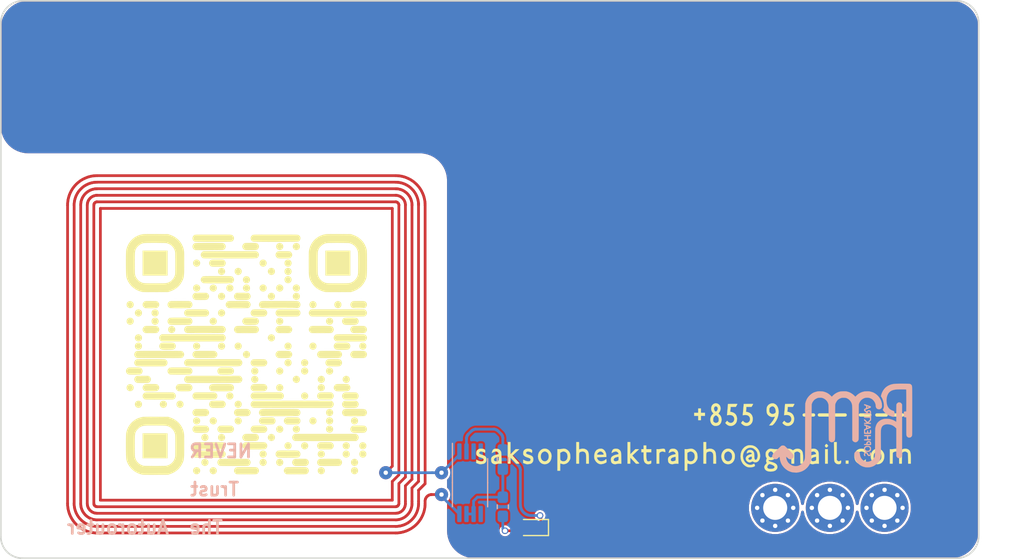
<source format=kicad_pcb>
(kicad_pcb (version 20171130) (host pcbnew "(5.1.6)-1")
  (layers (0 F.Cu signal) (31 B.Cu signal hide) (34 B.Paste user) (35 F.Paste user) (36 B.SilkS user hide) (37 F.SilkS user) (38 B.Mask user) (39 F.Mask user) (44 Edge.Cuts user))
  (net 0 "")
  (net 1 "Net-(C1-Pad2)")
  (net 2 "Net-(C1-Pad1)")
  (net 3 "Net-(D1-Pad2)")
  (net 4 "Net-(U1-Pad5)")
  (net 5 "Net-(U1-Pad4)")
  (net 6 "Net-(U1-Pad3)")
  (net 7 "Net-(U1-Pad1)")
  (module My_Symbol:sak@2 (layer F.Cu) (at 135.45 95.85)
    (fp_text reference G*** hide)
    (fp_text value LOGO hide)
  )
  (module My_Symbol:ph5 (layer B.Cu) (at 148.95 95.2 180)
    (fp_text reference G*** hide)
    (fp_text value LOGO hide)
  )
  (module Symbol:OSHW-Symbol_6.7x6mm_SilkScreen (layer F.Cu) (at 151.95 69.65)
    (fp_text reference REF** hide)
    (fp_text value OSHW-Symbol_6.7x6mm_SilkScreen hide)
  )
  (module Symbol:KiCad-Logo_5mm_SilkScreen (layer F.Cu) (at 148.95 61.05)
    (fp_text reference REF** hide)
    (fp_text value KiCad-Logo_5mm_SilkScreen hide)
  )
  (module Symbol:OSHW-Symbol_6.7x6mm_Copper (layer F.Cu) (at 151.95 69.65)
    (fp_text reference REF** hide)
    (fp_text value OSHW-Symbol_6.7x6mm_Copper hide)
    (fp_poly (pts (xy 0.555814 -2.531069) (xy 0.639635 -2.086445) (xy 0.94892 -1.958947) (xy 1.258206 -1.831449) (xy 1.629246 -2.083754) (xy 1.733157 -2.154004) (xy 1.827087 -2.216728) (xy 1.906652 -2.269062) (xy 1.96747 -2.308143) (xy 2.005157 -2.331107) (xy 2.015421 -2.336058) (xy 2.03391 -2.323324) (xy 2.07342 -2.288118) (xy 2.129522 -2.234938) (xy 2.197787 -2.168282) (xy 2.273786 -2.092646) (xy 2.353092 -2.012528) (xy 2.431275 -1.932426) (xy 2.503907 -1.856836) (xy 2.566559 -1.790255) (xy 2.614803 -1.737182) (xy 2.64421 -1.702113) (xy 2.651241 -1.690377) (xy 2.641123 -1.66874) (xy 2.612759 -1.621338) (xy 2.569129 -1.552807) (xy 2.513218 -1.467785) (xy 2.448006 -1.370907) (xy 2.410219 -1.31565) (xy 2.341343 -1.214752) (xy 2.28014 -1.123701) (xy 2.229578 -1.04703) (xy 2.192628 -0.989272) (xy 2.172258 -0.954957) (xy 2.169197 -0.947746) (xy 2.176136 -0.927252) (xy 2.195051 -0.879487) (xy 2.223087 -0.811168) (xy 2.257391 -0.729011) (xy 2.295109 -0.63973) (xy 2.333387 -0.550042) (xy 2.36937 -0.466662) (xy 2.400206 -0.396306) (xy 2.423039 -0.34569) (xy 2.435017 -0.321529) (xy 2.435724 -0.320578) (xy 2.454531 -0.315964) (xy 2.504618 -0.305672) (xy 2.580793 -0.290713) (xy 2.677865 -0.272099) (xy 2.790643 -0.250841) (xy 2.856442 -0.238582) (xy 2.97695 -0.215638) (xy 3.085797 -0.193805) (xy 3.177476 -0.174278) (xy 3.246481 -0.158252) (xy 3.287304 -0.146921) (xy 3.295511 -0.143326) (xy 3.303548 -0.118994) (xy 3.310033 -0.064041) (xy 3.31497 0.015108) (xy 3.318364 0.112026) (xy 3.320218 0.220287) (xy 3.320538 0.333465) (xy 3.319327 0.445135) (xy 3.31659 0.548868) (xy 3.312331 0.638241) (xy 3.306555 0.706826) (xy 3.299267 0.748197) (xy 3.294895 0.75681) (xy 3.268764 0.767133) (xy 3.213393 0.781892) (xy 3.136107 0.799352) (xy 3.04423 0.81778) (xy 3.012158 0.823741) (xy 2.857524 0.852066) (xy 2.735375 0.874876) (xy 2.641673 0.89308) (xy 2.572384 0.907583) (xy 2.523471 0.919292) (xy 2.490897 0.929115) (xy 2.470628 0.937956) (xy 2.458626 0.946724) (xy 2.456947 0.948457) (xy 2.440184 0.976371) (xy 2.414614 1.030695) (xy 2.382788 1.104777) (xy 2.34726 1.191965) (xy 2.310583 1.285608) (xy 2.275311 1.379052) (xy 2.243996 1.465647) (xy 2.219193 1.53874) (xy 2.203454 1.591678) (xy 2.199332 1.617811) (xy 2.199676 1.618726) (xy 2.213641 1.640086) (xy 2.245322 1.687084) (xy 2.291391 1.754827) (xy 2.348518 1.838423) (xy 2.413373 1.932982) (xy 2.431843 1.959854) (xy 2.497699 2.057275) (xy 2.55565 2.146163) (xy 2.602538 2.221412) (xy 2.635207 2.27792) (xy 2.6505 2.310581) (xy 2.651241 2.314593) (xy 2.638392 2.335684) (xy 2.602888 2.377464) (xy 2.549293 2.435445) (xy 2.482171 2.505135) (xy 2.406087 2.582045) (xy 2.325604 2.661683) (xy 2.245287 2.739561) (xy 2.169699 2.811186) (xy 2.103405 2.87207) (xy 2.050969 2.917721) (xy 2.016955 2.94365) (xy 2.007545 2.947883) (xy 1.985643 2.937912) (xy 1.9408 2.91102) (xy 1.880321 2.871736) (xy 1.833789 2.840117) (xy 1.749475 2.782098) (xy 1.649626 2.713784) (xy 1.549473 2.645579) (xy 1.495627 2.609075) (xy 1.313371 2.4858) (xy 1.160381 2.56852) (xy 1.090682 2.604759) (xy 1.031414 2.632926) (xy 0.991311 2.648991) (xy 0.981103 2.651226) (xy 0.968829 2.634722) (xy 0.944613 2.588082) (xy 0.910263 2.515609) (xy 0.867588 2.421606) (xy 0.818394 2.310374) (xy 0.76449 2.186215) (xy 0.707684 2.053432) (xy 0.649782 1.916327) (xy 0.592593 1.779202) (xy 0.537924 1.646358) (xy 0.487584 1.522098) (xy 0.44338 1.410725) (xy 0.407119 1.316539) (xy 0.380609 1.243844) (xy 0.365658 1.196941) (xy 0.363254 1.180833) (xy 0.382311 1.160286) (xy 0.424036 1.126933) (xy 0.479706 1.087702) (xy 0.484378 1.084599) (xy 0.628264 0.969423) (xy 0.744283 0.835053) (xy 0.83143 0.685784) (xy 0.888699 0.525913) (xy 0.915086 0.359737) (xy 0.909585 0.191552) (xy 0.87119 0.025655) (xy 0.798895 -0.133658) (xy 0.777626 -0.168513) (xy 0.666996 -0.309263) (xy 0.536302 -0.422286) (xy 0.390064 -0.506997) (xy 0.232808 -0.562806) (xy 0.069057 -0.589126) (xy -0.096667 -0.58537) (xy -0.259838 -0.55095) (xy -0.415935 -0.485277) (xy -0.560433 -0.387765) (xy -0.605131 -0.348187) (xy -0.718888 -0.224297) (xy -0.801782 -0.093876) (xy -0.858644 0.052315) (xy -0.890313 0.197088) (xy -0.898131 0.35986) (xy -0.872062 0.52344) (xy -0.814755 0.682298) (xy -0.728856 0.830906) (xy -0.617014 0.963735) (xy -0.481877 1.075256) (xy -0.464117 1.087011) (xy -0.40785 1.125508) (xy -0.365077 1.158863) (xy -0.344628 1.18016) (xy -0.344331 1.180833) (xy -0.348721 1.203871) (xy -0.366124 1.256157) (xy -0.394732 1.33339) (xy -0.432735 1.431268) (xy -0.478326 1.545491) (xy -0.529697 1.671758) (xy -0.585038 1.805767) (xy -0.642542 1.943218) (xy -0.700399 2.079808) (xy -0.756802 2.211237) (xy -0.809942 2.333205) (xy -0.85801 2.441409) (xy -0.899199 2.531549) (xy -0.931699 2.599323) (xy -0.953703 2.64043) (xy -0.962564 2.651226) (xy -0.98964 2.642819) (xy -1.040303 2.620272) (xy -1.105817 2.587613) (xy -1.141841 2.56852) (xy -1.294832 2.4858) (xy -1.477088 2.609075) (xy -1.570125 2.672228) (xy -1.671985 2.741727) (xy -1.767438 2.807165) (xy -1.81525 2.840117) (xy -1.882495 2.885273) (xy -1.939436 2.921057) (xy -1.978646 2.942938) (xy -1.991381 2.947563) (xy -2.009917 2.935085) (xy -2.050941 2.900252) (xy -2.110475 2.846678) (xy -2.184542 2.777983) (xy -2.269165 2.697781) (xy -2.322685 2.646286) (xy -2.416319 2.554286) (xy -2.497241 2.471999) (xy -2.562177 2.402945) (xy -2.607858 2.350644) (xy -2.631011 2.318616) (xy -2.633232 2.312116) (xy -2.622924 2.287394) (xy -2.594439 2.237405) (xy -2.550937 2.167212) (xy -2.495577 2.081875) (xy -2.43152 1.986456) (xy -2.413303 1.959854) (xy -2.346927 1.863167) (xy -2.287378 1.776117) (xy -2.237984 1.703595) (xy -2.202075 1.650493) (xy -2.182981 1.621703) (xy -2.181136 1.618726) (xy -2.183895 1.595782) (xy -2.198538 1.545336) (xy -2.222513 1.474041) (xy -2.253266 1.388547) (xy -2.288244 1.295507) (xy -2.324893 1.201574) (xy -2.360661 1.113399) (xy -2.392994 1.037634) (xy -2.419338 0.980931) (xy -2.437142 0.949943) (xy -2.438407 0.948457) (xy -2.449294 0.939601) (xy -2.467682 0.930843) (xy -2.497606 0.921277) (xy -2.543103 0.909996) (xy -2.608209 0.896093) (xy -2.696961 0.878663) (xy -2.813393 0.856798) (xy -2.961542 0.829591) (xy -2.993618 0.823741) (xy -3.088686 0.805374) (xy -3.171565 0.787405) (xy -3.23493 0.771569) (xy -3.271458 0.7596) (xy -3.276356 0.75681) (xy -3.284427 0.732072) (xy -3.290987 0.67679) (xy -3.296033 0.597389) (xy -3.299559 0.500296) (xy -3.301561 0.391938) (xy -3.302036 0.27874) (xy -3.300977 0.167128) (xy -3.298382 0.063529) (xy -3.294246 -0.025632) (xy -3.288563 -0.093928) (xy -3.281331 -0.134934) (xy -3.276971 -0.143326) (xy -3.252698 -0.151792) (xy -3.197426 -0.165565) (xy -3.116662 -0.18345) (xy -3.015912 -0.204252) (xy -2.900683 -0.226777) (xy -2.837902 -0.238582) (xy -2.718787 -0.260849) (xy -2.612565 -0.281021) (xy -2.524427 -0.298085) (xy -2.459566 -0.311031) (xy -2.423174 -0.318845) (xy -2.417184 -0.320578) (xy -2.407061 -0.34011) (xy -2.385662 -0.387157) (xy -2.355839 -0.454997) (xy -2.320445 -0.536909) (xy -2.282332 -0.626172) (xy -2.244353 -0.716065) (xy -2.20936 -0.799865) (xy -2.180206 -0.870853) (xy -2.159743 -0.922306) (xy -2.150823 -0.947503) (xy -2.150657 -0.948604) (xy -2.160769 -0.968481) (xy -2.189117 -1.014223) (xy -2.232723 -1.081283) (xy -2.288606 -1.165116) (xy -2.353787 -1.261174) (xy -2.391679 -1.31635) (xy -2.460725 -1.417519) (xy -2.52205 -1.50937) (xy -2.572663 -1.587256) (xy -2.609571 -1.646531) (xy -2.629782 -1.682549) (xy -2.632701 -1.690623) (xy -2.620153 -1.709416) (xy -2.585463 -1.749543) (xy -2.533063 -1.806507) (xy -2.467384 -1.875815) (xy -2.392856 -1.952969) (xy -2.313913 -2.033475) (xy -2.234983 -2.112837) (xy -2.1605 -2.18656) (xy -2.094894 -2.250148) (xy -2.042596 -2.299106) (xy -2.008039 -2.328939) (xy -1.996478 -2.336058) (xy -1.977654 -2.326047) (xy -1.932631 -2.297922) (xy -1.865787 -2.254546) (xy -1.781499 -2.198782) (xy -1.684144 -2.133494) (xy -1.610707 -2.083754) (xy -1.239667 -1.831449) (xy -0.621095 -2.086445) (xy -0.537275 -2.531069) (xy -0.453454 -2.975693) (xy 0.471994 -2.975693) (xy 0.555814 -2.531069)) (layer F.Cu) (width 0.01))
  )
  (module Symbol:KiCad-Logo_5mm_Copper (layer F.Cu) (at 148.95 61.05)
    (fp_text reference REF** hide)
    (fp_text value KiCad-Logo_5mm_Copper hide)
    (fp_poly (pts (xy -2.273043 -2.973429) (xy -2.176768 -2.949191) (xy -2.090184 -2.906359) (xy -2.015373 -2.846581) (xy -1.954418 -2.771506) (xy -1.909399 -2.68278) (xy -1.883136 -2.58647) (xy -1.877286 -2.489205) (xy -1.89214 -2.395346) (xy -1.92584 -2.307489) (xy -1.976528 -2.22823) (xy -2.042345 -2.160164) (xy -2.121434 -2.105888) (xy -2.211934 -2.067998) (xy -2.2632 -2.055574) (xy -2.307698 -2.048053) (xy -2.341999 -2.045081) (xy -2.37496 -2.046906) (xy -2.415434 -2.053775) (xy -2.448531 -2.06075) (xy -2.541947 -2.092259) (xy -2.625619 -2.143383) (xy -2.697665 -2.212571) (xy -2.7562 -2.298272) (xy -2.770148 -2.325511) (xy -2.786586 -2.361878) (xy -2.796894 -2.392418) (xy -2.80246 -2.42455) (xy -2.804669 -2.465693) (xy -2.804948 -2.511778) (xy -2.800861 -2.596135) (xy -2.787446 -2.665414) (xy -2.762256 -2.726039) (xy -2.722846 -2.784433) (xy -2.684298 -2.828698) (xy -2.612406 -2.894516) (xy -2.537313 -2.939947) (xy -2.454562 -2.96715) (xy -2.376928 -2.977424) (xy -2.273043 -2.973429)) (layer F.Cu) (width 0.01))
    (fp_poly (pts (xy 6.186507 -0.527755) (xy 6.186526 -0.293338) (xy 6.186552 -0.080397) (xy 6.186625 0.112168) (xy 6.186782 0.285459) (xy 6.187064 0.440576) (xy 6.187509 0.57862) (xy 6.188156 0.700692) (xy 6.189045 0.807894) (xy 6.190213 0.901326) (xy 6.191701 0.98209) (xy 6.193546 1.051286) (xy 6.195789 1.110015) (xy 6.198469 1.159379) (xy 6.201623 1.200478) (xy 6.205292 1.234413) (xy 6.209513 1.262286) (xy 6.214327 1.285198) (xy 6.219773 1.304249) (xy 6.225888 1.32054) (xy 6.232712 1.335173) (xy 6.240285 1.349249) (xy 6.248645 1.363868) (xy 6.253839 1.372974) (xy 6.288104 1.433689) (xy 5.429955 1.433689) (xy 5.429955 1.337733) (xy 5.429224 1.29437) (xy 5.427272 1.261205) (xy 5.424463 1.243424) (xy 5.423221 1.241778) (xy 5.411799 1.248662) (xy 5.389084 1.266505) (xy 5.366385 1.285879) (xy 5.3118 1.326614) (xy 5.242321 1.367617) (xy 5.16527 1.405123) (xy 5.087965 1.435364) (xy 5.057113 1.445012) (xy 4.988616 1.459578) (xy 4.905764 1.469539) (xy 4.816371 1.474583) (xy 4.728248 1.474396) (xy 4.649207 1.468666) (xy 4.611511 1.462858) (xy 4.473414 1.424797) (xy 4.346113 1.367073) (xy 4.230292 1.290211) (xy 4.126637 1.194739) (xy 4.035833 1.081179) (xy 3.969031 0.970381) (xy 3.914164 0.853625) (xy 3.872163 0.734276) (xy 3.842167 0.608283) (xy 3.823311 0.471594) (xy 3.814732 0.320158) (xy 3.814006 0.242711) (xy 3.8161 0.185934) (xy 4.645217 0.185934) (xy 4.645424 0.279002) (xy 4.648337 0.366692) (xy 4.654 0.443772) (xy 4.662455 0.505009) (xy 4.665038 0.51735) (xy 4.69684 0.624633) (xy 4.738498 0.711658) (xy 4.790363 0.778642) (xy 4.852781 0.825805) (xy 4.9261 0.853365) (xy 5.010669 0.861541) (xy 5.106835 0.850551) (xy 5.170311 0.834829) (xy 5.219454 0.816639) (xy 5.273583 0.790791) (xy 5.314244 0.767089) (xy 5.3848 0.720721) (xy 5.3848 -0.42947) (xy 5.317392 -0.473038) (xy 5.238867 -0.51396) (xy 5.154681 -0.540611) (xy 5.069557 -0.552535) (xy 4.988216 -0.549278) (xy 4.91538 -0.530385) (xy 4.883426 -0.514816) (xy 4.825501 -0.471819) (xy 4.776544 -0.415047) (xy 4.73539 -0.342425) (xy 4.700874 -0.251879) (xy 4.671833 -0.141334) (xy 4.670552 -0.135467) (xy 4.660381 -0.073212) (xy 4.652739 0.004594) (xy 4.64767 0.09272) (xy 4.645217 0.185934) (xy 3.8161 0.185934) (xy 3.821857 0.029895) (xy 3.843802 -0.165941) (xy 3.879786 -0.344668) (xy 3.929759 -0.506155) (xy 3.993668 -0.650274) (xy 4.071462 -0.776894) (xy 4.163089 -0.885885) (xy 4.268497 -0.977117) (xy 4.313662 -1.008068) (xy 4.414611 -1.064215) (xy 4.517901 -1.103826) (xy 4.627989 -1.127986) (xy 4.74933 -1.137781) (xy 4.841836 -1.136735) (xy 4.97149 -1.125769) (xy 5.084084 -1.103954) (xy 5.182875 -1.070286) (xy 5.271121 -1.023764) (xy 5.319986 -0.989552) (xy 5.349353 -0.967638) (xy 5.371043 -0.952667) (xy 5.379253 -0.948267) (xy 5.380868 -0.959096) (xy 5.382159 -0.989749) (xy 5.383138 -1.037474) (xy 5.383817 -1.099521) (xy 5.38421 -1.173138) (xy 5.38433 -1.255573) (xy 5.384188 -1.344075) (xy 5.383797 -1.435893) (xy 5.383171 -1.528276) (xy 5.38232 -1.618472) (xy 5.38126 -1.703729) (xy 5.380001 -1.781297) (xy 5.378556 -1.848424) (xy 5.376938 -1.902359) (xy 5.375161 -1.94035) (xy 5.374669 -1.947333) (xy 5.367092 -2.017749) (xy 5.355531 -2.072898) (xy 5.337792 -2.120019) (xy 5.311682 -2.166353) (xy 5.305415 -2.175933) (xy 5.280983 -2.212622) (xy 6.186311 -2.212622) (xy 6.186507 -0.527755)) (layer F.Cu) (width 0.01))
    (fp_poly (pts (xy 2.673574 -1.133448) (xy 2.825492 -1.113433) (xy 2.960756 -1.079798) (xy 3.080239 -1.032275) (xy 3.184815 -0.970595) (xy 3.262424 -0.907035) (xy 3.331265 -0.832901) (xy 3.385006 -0.753129) (xy 3.42791 -0.660909) (xy 3.443384 -0.617839) (xy 3.456244 -0.578858) (xy 3.467446 -0.542711) (xy 3.47712 -0.507566) (xy 3.485396 -0.47159) (xy 3.492403 -0.43295) (xy 3.498272 -0.389815) (xy 3.503131 -0.340351) (xy 3.50711 -0.282727) (xy 3.51034 -0.215109) (xy 3.512949 -0.135666) (xy 3.515067 -0.042564) (xy 3.516824 0.066027) (xy 3.518349 0.191942) (xy 3.519772 0.337012) (xy 3.521025 0.479778) (xy 3.522351 0.635968) (xy 3.523556 0.771239) (xy 3.524766 0.887246) (xy 3.526106 0.985645) (xy 3.5277 1.068093) (xy 3.529675 1.136246) (xy 3.532156 1.19176) (xy 3.535269 1.236292) (xy 3.539138 1.271498) (xy 3.543889 1.299034) (xy 3.549648 1.320556) (xy 3.556539 1.337722) (xy 3.564689 1.352186) (xy 3.574223 1.365606) (xy 3.585266 1.379638) (xy 3.589566 1.385071) (xy 3.605386 1.40791) (xy 3.612422 1.423463) (xy 3.612444 1.423922) (xy 3.601567 1.426121) (xy 3.570582 1.428147) (xy 3.521957 1.429942) (xy 3.458163 1.431451) (xy 3.381669 1.432616) (xy 3.294944 1.43338) (xy 3.200457 1.433686) (xy 3.18955 1.433689) (xy 2.766657 1.433689) (xy 2.763395 1.337622) (xy 2.760133 1.241556) (xy 2.698044 1.292543) (xy 2.600714 1.360057) (xy 2.490813 1.414749) (xy 2.404349 1.444978) (xy 2.335278 1.459666) (xy 2.251925 1.469659) (xy 2.162159 1.474646) (xy 2.073845 1.474313) (xy 1.994851 1.468351) (xy 1.958622 1.462638) (xy 1.818603 1.424776) (xy 1.692178 1.369932) (xy 1.58026 1.298924) (xy 1.483762 1.212568) (xy 1.4036 1.111679) (xy 1.340687 0.997076) (xy 1.296312 0.870984) (xy 1.283978 0.814401) (xy 1.276368 0.752202) (xy 1.272739 0.677363) (xy 1.272245 0.643467) (xy 1.27231 0.640282) (xy 2.032248 0.640282) (xy 2.041541 0.715333) (xy 2.069728 0.77916) (xy 2.118197 0.834798) (xy 2.123254 0.839211) (xy 2.171548 0.874037) (xy 2.223257 0.89662) (xy 2.283989 0.90854) (xy 2.359352 0.911383) (xy 2.377459 0.910978) (xy 2.431278 0.908325) (xy 2.471308 0.902909) (xy 2.506324 0.892745) (xy 2.545103 0.87585) (xy 2.555745 0.870672) (xy 2.616396 0.834844) (xy 2.663215 0.792212) (xy 2.675952 0.776973) (xy 2.720622 0.720462) (xy 2.720622 0.524586) (xy 2.720086 0.445939) (xy 2.718396 0.387988) (xy 2.715428 0.348875) (xy 2.711057 0.326741) (xy 2.706972 0.320274) (xy 2.691047 0.317111) (xy 2.657264 0.314488) (xy 2.61034 0.312655) (xy 2.554993 0.311857) (xy 2.546106 0.311842) (xy 2.42533 0.317096) (xy 2.32266 0.333263) (xy 2.236106 0.360961) (xy 2.163681 0.400808) (xy 2.108751 0.447758) (xy 2.064204 0.505645) (xy 2.03948 0.568693) (xy 2.032248 0.640282) (xy 1.27231 0.640282) (xy 1.274178 0.549712) (xy 1.282522 0.470812) (xy 1.298768 0.39959) (xy 1.324405 0.328864) (xy 1.348401 0.276493) (xy 1.40702 0.181196) (xy 1.485117 0.09317) (xy 1.580315 0.014017) (xy 1.690238 -0.05466) (xy 1.81251 -0.111259) (xy 1.944755 -0.154179) (xy 2.009422 -0.169118) (xy 2.145604 -0.191223) (xy 2.294049 -0.205806) (xy 2.445505 -0.212187) (xy 2.572064 -0.210555) (xy 2.73395 -0.203776) (xy 2.72653 -0.262755) (xy 2.707238 -0.361908) (xy 2.676104 -0.442628) (xy 2.632269 -0.505534) (xy 2.574871 -0.551244) (xy 2.503048 -0.580378) (xy 2.415941 -0.593553) (xy 2.312686 -0.591389) (xy 2.274711 -0.587388) (xy 2.13352 -0.56222) (xy 1.996707 -0.521186) (xy 1.902178 -0.483185) (xy 1.857018 -0.46381) (xy 1.818585 -0.44824) (xy 1.792234 -0.438595) (xy 1.784546 -0.436548) (xy 1.774802 -0.445626) (xy 1.758083 -0.474595) (xy 1.734232 -0.523783) (xy 1.703093 -0.593516) (xy 1.664507 -0.684121) (xy 1.65791 -0.699911) (xy 1.627853 -0.772228) (xy 1.600874 -0.837575) (xy 1.578136 -0.893094) (xy 1.560806 -0.935928) (xy 1.550048 -0.963219) (xy 1.546941 -0.972058) (xy 1.55694 -0.976813) (xy 1.583217 -0.98209) (xy 1.611489 -0.985769) (xy 1.641646 -0.990526) (xy 1.689433 -0.999972) (xy 1.750612 -1.01318) (xy 1.820946 -1.029224) (xy 1.896194 -1.04718) (xy 1.924755 -1.054203) (xy 2.029816 -1.079791) (xy 2.11748 -1.099853) (xy 2.192068 -1.115031) (xy 2.257903 -1.125965) (xy 2.319307 -1.133296) (xy 2.380602 -1.137665) (xy 2.44611 -1.139713) (xy 2.504128 -1.140111) (xy 2.673574 -1.133448)) (layer F.Cu) (width 0.01))
    (fp_poly (pts (xy 0.328429 -2.050929) (xy 0.48857 -2.029755) (xy 0.65251 -1.989615) (xy 0.822313 -1.930111) (xy 1.000043 -1.850846) (xy 1.01131 -1.845301) (xy 1.069005 -1.817275) (xy 1.120552 -1.793198) (xy 1.162191 -1.774751) (xy 1.190162 -1.763614) (xy 1.199733 -1.761067) (xy 1.21895 -1.756059) (xy 1.223561 -1.751853) (xy 1.218458 -1.74142) (xy 1.202418 -1.715132) (xy 1.177288 -1.675743) (xy 1.144914 -1.626009) (xy 1.107143 -1.568685) (xy 1.065822 -1.506524) (xy 1.022798 -1.442282) (xy 0.979917 -1.378715) (xy 0.939026 -1.318575) (xy 0.901971 -1.26462) (xy 0.8706 -1.219603) (xy 0.846759 -1.186279) (xy 0.832294 -1.167403) (xy 0.830309 -1.165213) (xy 0.820191 -1.169862) (xy 0.79785 -1.187038) (xy 0.76728 -1.21356) (xy 0.751536 -1.228036) (xy 0.655047 -1.303318) (xy 0.548336 -1.358759) (xy 0.432832 -1.393859) (xy 0.309962 -1.40812) (xy 0.240561 -1.406949) (xy 0.119423 -1.389788) (xy 0.010205 -1.353906) (xy -0.087418 -1.299041) (xy -0.173772 -1.22493) (xy -0.249185 -1.131312) (xy -0.313982 -1.017924) (xy -0.351399 -0.931333) (xy -0.395252 -0.795634) (xy -0.427572 -0.64815) (xy -0.448443 -0.492686) (xy -0.457949 -0.333044) (xy -0.456173 -0.173027) (xy -0.443197 -0.016439) (xy -0.419106 0.132918) (xy -0.383982 0.27124) (xy -0.337908 0.394724) (xy -0.321627 0.428978) (xy -0.25338 0.543064) (xy -0.172921 0.639557) (xy -0.08143 0.71767) (xy 0.019911 0.776617) (xy 0.12992 0.815612) (xy 0.247415 0.833868) (xy 0.288883 0.835211) (xy 0.410441 0.82429) (xy 0.530878 0.791474) (xy 0.648666 0.737439) (xy 0.762277 0.662865) (xy 0.853685 0.584539) (xy 0.900215 0.540008) (xy 1.081483 0.837271) (xy 1.12658 0.911433) (xy 1.167819 0.979646) (xy 1.203735 1.039459) (xy 1.232866 1.08842) (xy 1.25375 1.124079) (xy 1.264924 1.143984) (xy 1.266375 1.147079) (xy 1.258146 1.156718) (xy 1.232567 1.173999) (xy 1.192873 1.197283) (xy 1.142297 1.224934) (xy 1.084074 1.255315) (xy 1.021437 1.28679) (xy 0.957621 1.317722) (xy 0.89586 1.346473) (xy 0.839388 1.371408) (xy 0.791438 1.390889) (xy 0.767986 1.399318) (xy 0.634221 1.437133) (xy 0.496327 1.462136) (xy 0.348622 1.47514) (xy 0.221833 1.477468) (xy 0.153878 1.476373) (xy 0.088277 1.474275) (xy 0.030847 1.471434) (xy -0.012597 1.468106) (xy -0.026702 1.466422) (xy -0.165716 1.437587) (xy -0.307243 1.392468) (xy -0.444725 1.33375) (xy -0.571606 1.26412) (xy -0.649111 1.211441) (xy -0.776519 1.103239) (xy -0.894822 0.976671) (xy -1.001828 0.834866) (xy -1.095348 0.680951) (xy -1.17319 0.518053) (xy -1.217044 0.400756) (xy -1.267292 0.217128) (xy -1.300791 0.022581) (xy -1.317551 -0.178675) (xy -1.317584 -0.382432) (xy -1.300899 -0.584479) (xy -1.267507 -0.780608) (xy -1.21742 -0.966609) (xy -1.213603 -0.978197) (xy -1.150719 -1.14025) (xy -1.073972 -1.288168) (xy -0.980758 -1.426135) (xy -0.868473 -1.558339) (xy -0.824608 -1.603601) (xy -0.688466 -1.727543) (xy -0.548509 -1.830085) (xy -0.402589 -1.912344) (xy -0.248558 -1.975436) (xy -0.084268 -2.020477) (xy 0.011289 -2.037967) (xy 0.170023 -2.053534) (xy 0.328429 -2.050929)) (layer F.Cu) (width 0.01))
    (fp_poly (pts (xy -2.9464 -2.510946) (xy -2.935535 -2.397007) (xy -2.903918 -2.289384) (xy -2.853015 -2.190385) (xy -2.784293 -2.102316) (xy -2.699219 -2.027484) (xy -2.602232 -1.969616) (xy -2.495964 -1.929995) (xy -2.38895 -1.911427) (xy -2.2833 -1.912566) (xy -2.181125 -1.93207) (xy -2.084534 -1.968594) (xy -1.995638 -2.020795) (xy -1.916546 -2.087327) (xy -1.849369 -2.166848) (xy -1.796217 -2.258013) (xy -1.759199 -2.359477) (xy -1.740427 -2.469898) (xy -1.738489 -2.519794) (xy -1.738489 -2.607733) (xy -1.68656 -2.607733) (xy -1.650253 -2.604889) (xy -1.623355 -2.593089) (xy -1.596249 -2.569351) (xy -1.557867 -2.530969) (xy -1.557867 -0.339398) (xy -1.557876 -0.077261) (xy -1.557908 0.163241) (xy -1.557972 0.383048) (xy -1.558076 0.583101) (xy -1.558227 0.764344) (xy -1.558434 0.927716) (xy -1.558706 1.07416) (xy -1.55905 1.204617) (xy -1.559474 1.320029) (xy -1.559987 1.421338) (xy -1.560597 1.509484) (xy -1.561312 1.58541) (xy -1.56214 1.650057) (xy -1.563089 1.704367) (xy -1.564167 1.74928) (xy -1.565383 1.78574) (xy -1.566745 1.814687) (xy -1.568261 1.837063) (xy -1.569938 1.853809) (xy -1.571786 1.865868) (xy -1.573813 1.87418) (xy -1.576025 1.879687) (xy -1.577108 1.881537) (xy -1.581271 1.888549) (xy -1.584805 1.894996) (xy -1.588635 1.9009) (xy -1.593682 1.906286) (xy -1.600871 1.911178) (xy -1.611123 1.915598) (xy -1.625364 1.919572) (xy -1.644514 1.923121) (xy -1.669499 1.92627) (xy -1.70124 1.929042) (xy -1.740662 1.931461) (xy -1.788686 1.933551) (xy -1.846237 1.935335) (xy -1.914237 1.936837) (xy -1.99361 1.93808) (xy -2.085279 1.939089) (xy -2.190166 1.939885) (xy -2.309196 1.940494) (xy -2.44329 1.940939) (xy -2.593373 1.941243) (xy -2.760367 1.94143) (xy -2.945196 1.941524) (xy -3.148783 1.941548) (xy -3.37205 1.941525) (xy -3.615922 1.94148) (xy -3.881321 1.941437) (xy -3.919704 1.941432) (xy -4.186682 1.941389) (xy -4.432002 1.941318) (xy -4.656583 1.941213) (xy -4.861345 1.941066) (xy -5.047206 1.940869) (xy -5.215088 1.940616) (xy -5.365908 1.9403) (xy -5.500587 1.939913) (xy -5.620044 1.939447) (xy -5.725199 1.938897) (xy -5.816971 1.938253) (xy -5.896279 1.937511) (xy -5.964043 1.936661) (xy -6.021182 1.935697) (xy -6.068617 1.934611) (xy -6.107266 1.933397) (xy -6.138049 1.932047) (xy -6.161885 1.930555) (xy -6.179694 1.928911) (xy -6.192395 1.927111) (xy -6.200908 1.925145) (xy -6.205266 1.923477) (xy -6.213728 1.919906) (xy -6.221497 1.91727) (xy -6.228602 1.914634) (xy -6.235073 1.911062) (xy -6.240939 1.905621) (xy -6.246229 1.897375) (xy -6.250974 1.88539) (xy -6.255202 1.868731) (xy -6.258943 1.846463) (xy -6.262227 1.817652) (xy -6.265083 1.781363) (xy -6.26754 1.736661) (xy -6.269629 1.682611) (xy -6.271378 1.618279) (xy -6.272817 1.54273) (xy -6.273976 1.45503) (xy -6.274883 1.354243) (xy -6.275569 1.239434) (xy -6.276063 1.10967) (xy -6.276395 0.964015) (xy -6.276593 0.801535) (xy -6.276687 0.621295) (xy -6.276708 0.42236) (xy -6.276685 0.203796) (xy -6.276646 -0.035332) (xy -6.276622 -0.29596) (xy -6.276622 -0.338111) (xy -6.276636 -0.601008) (xy -6.276661 -0.842268) (xy -6.276671 -1.062835) (xy -6.276642 -1.263648) (xy -6.276548 -1.445651) (xy -6.276362 -1.609784) (xy -6.276059 -1.756989) (xy -6.275614 -1.888208) (xy -6.275034 -1.998133) (xy -5.972197 -1.998133) (xy -5.932407 -1.940289) (xy -5.921236 -1.924521) (xy -5.911166 -1.910559) (xy -5.902138 -1.897216) (xy -5.894097 -1.883307) (xy -5.886986 -1.867644) (xy -5.880747 -1.849042) (xy -5.875325 -1.826314) (xy -5.870662 -1.798273) (xy -5.866701 -1.763733) (xy -5.863385 -1.721508) (xy -5.860659 -1.670411) (xy -5.858464 -1.609256) (xy -5.856745 -1.536856) (xy -5.855444 -1.452025) (xy -5.854505 -1.353578) (xy -5.85387 -1.240326) (xy -5.853484 -1.111084) (xy -5.853288 -0.964666) (xy -5.853227 -0.799884) (xy -5.853243 -0.615553) (xy -5.85328 -0.410487) (xy -5.853289 -0.287867) (xy -5.853265 -0.070918) (xy -5.853231 0.124642) (xy -5.853243 0.299999) (xy -5.853358 0.456341) (xy -5.85363 0.594857) (xy -5.854118 0.716734) (xy -5.854876 0.82316) (xy -5.855962 0.915322) (xy -5.857431 0.994409) (xy -5.85934 1.061608) (xy -5.861744 1.118107) (xy -5.864701 1.165093) (xy -5.868266 1.203755) (xy -5.872495 1.23528) (xy -5.877446 1.260855) (xy -5.883173 1.28167) (xy -5.889733 1.298911) (xy -5.897183 1.313765) (xy -5.905579 1.327422) (xy -5.914976 1.341069) (xy -5.925432 1.355893) (xy -5.931523 1.364783) (xy -5.970296 1.4224) (xy -5.438732 1.4224) (xy -5.315483 1.422365) (xy -5.212987 1.422215) (xy -5.12942 1.421878) (xy -5.062956 1.421286) (xy -5.011771 1.420367) (xy -4.974041 1.419051) (xy -4.94794 1.417269) (xy -4.931644 1.414951) (xy -4.923328 1.412026) (xy -4.921168 1.408424) (xy -4.923339 1.404075) (xy -4.924535 1.402645) (xy -4.949685 1.365573) (xy -4.975583 1.312772) (xy -4.999192 1.25077) (xy -5.007461 1.224357) (xy -5.012078 1.206416) (xy -5.015979 1.185355) (xy -5.019248 1.159089) (xy -5.021966 1.125532) (xy -5.024215 1.082599) (xy -5.026077 1.028204) (xy -5.027636 0.960262) (xy -5.028972 0.876688) (xy -5.030169 0.775395) (xy -5.031308 0.6543) (xy -5.031685 0.6096) (xy -5.032702 0.484449) (xy -5.03346 0.380082) (xy -5.033903 0.294707) (xy -5.03397 0.226533) (xy -5.033605 0.173765) (xy -5.032748 0.134614) (xy -5.031341 0.107285) (xy -5.029325 0.089986) (xy -5.026643 0.080926) (xy -5.023236 0.078312) (xy -5.019044 0.080351) (xy -5.014571 0.084667) (xy -5.004216 0.097602) (xy -4.982158 0.126676) (xy -4.949957 0.169759) (xy -4.909174 0.224718) (xy -4.86137 0.289423) (xy -4.808105 0.361742) (xy -4.75094 0.439544) (xy -4.691437 0.520698) (xy -4.631155 0.603072) (xy -4.571655 0.684536) (xy -4.514498 0.762957) (xy -4.461245 0.836204) (xy -4.413457 0.902147) (xy -4.372693 0.958654) (xy -4.340516 1.003593) (xy -4.318485 1.034834) (xy -4.313917 1.041466) (xy -4.290996 1.078369) (xy -4.264188 1.126359) (xy -4.238789 1.175897) (xy -4.235568 1.182577) (xy -4.21389 1.230772) (xy -4.201304 1.268334) (xy -4.195574 1.30416) (xy -4.194456 1.3462) (xy -4.19509 1.4224) (xy -3.040651 1.4224) (xy -3.131815 1.328669) (xy -3.178612 1.278775) (xy -3.228899 1.222295) (xy -3.274944 1.168026) (xy -3.295369 1.142673) (xy -3.325807 1.103128) (xy -3.365862 1.049916) (xy -3.414361 0.984667) (xy -3.470135 0.909011) (xy -3.532011 0.824577) (xy -3.598819 0.732994) (xy -3.669387 0.635892) (xy -3.742545 0.534901) (xy -3.817121 0.43165) (xy -3.891944 0.327768) (xy -3.965843 0.224885) (xy -4.037646 0.124631) (xy -4.106184 0.028636) (xy -4.170284 -0.061473) (xy -4.228775 -0.144064) (xy -4.280486 -0.217508) (xy -4.324247 -0.280176) (xy -4.358885 -0.330439) (xy -4.38323 -0.366666) (xy -4.396111 -0.387229) (xy -4.397869 -0.391332) (xy -4.38991 -0.402658) (xy -4.369115 -0.429838) (xy -4.336847 -0.471171) (xy -4.29447 -0.524956) (xy -4.243347 -0.589494) (xy -4.184841 -0.663082) (xy -4.120314 -0.744022) (xy -4.051131 -0.830612) (xy -3.978653 -0.921152) (xy -3.904246 -1.01394) (xy -3.844517 -1.088298) (xy -2.833511 -1.088298) (xy -2.827602 -1.075341) (xy -2.813272 -1.053092) (xy -2.812225 -1.051609) (xy -2.793438 -1.021456) (xy -2.773791 -0.984625) (xy -2.769892 -0.976489) (xy -2.766356 -0.96806) (xy -2.76323 -0.957941) (xy -2.760486 -0.94474) (xy -2.758092 -0.927062) (xy -2.756019 -0.903516) (xy -2.754235 -0.872707) (xy -2.752712 -0.833243) (xy -2.751419 -0.783731) (xy -2.750326 -0.722777) (xy -2.749403 -0.648989) (xy -2.748619 -0.560972) (xy -2.747945 -0.457335) (xy -2.74735 -0.336684) (xy -2.746805 -0.197626) (xy -2.746279 -0.038768) (xy -2.745745 0.140089) (xy -2.745206 0.325207) (xy -2.744772 0.489145) (xy -2.744509 0.633303) (xy -2.744484 0.759079) (xy -2.744765 0.867871) (xy -2.745419 0.961077) (xy -2.746514 1.040097) (xy -2.748118 1.106328) (xy -2.750297 1.16117) (xy -2.753119 1.206021) (xy -2.756651 1.242278) (xy -2.760961 1.271341) (xy -2.766117 1.294609) (xy -2.772185 1.313479) (xy -2.779233 1.329351) (xy -2.787329 1.343622) (xy -2.79654 1.357691) (xy -2.80504 1.370158) (xy -2.822176 1.396452) (xy -2.832322 1.414037) (xy -2.833511 1.417257) (xy -2.822604 1.418334) (xy -2.791411 1.419335) (xy -2.742223 1.420235) (xy -2.677333 1.42101) (xy -2.59903 1.421637) (xy -2.509607 1.422091) (xy -2.411356 1.422349) (xy -2.342445 1.4224) (xy -2.237452 1.42218) (xy -2.14061 1.421548) (xy -2.054107 1.420549) (xy -1.980132 1.419227) (xy -1.920874 1.417626) (xy -1.87852 1.415791) (xy -1.85526 1.413765) (xy -1.851378 1.412493) (xy -1.859076 1.397591) (xy -1.867074 1.38956) (xy -1.880246 1.372434) (xy -1.897485 1.342183) (xy -1.909407 1.317622) (xy -1.936045 1.258711) (xy -1.93912 0.081845) (xy -1.942195 -1.095022) (xy -2.387853 -1.095022) (xy -2.48567 -1.094858) (xy -2.576064 -1.094389) (xy -2.65663 -1.093653) (xy -2.724962 -1.092684) (xy -2.778656 -1.09152) (xy -2.815305 -1.090197) (xy -2.832504 -1.088751) (xy -2.833511 -1.088298) (xy -3.844517 -1.088298) (xy -3.82927 -1.107278) (xy -3.75509 -1.199463) (xy -3.683069 -1.288796) (xy -3.614569 -1.373576) (xy -3.550955 -1.452102) (xy -3.493588 -1.522674) (xy -3.443833 -1.583591) (xy -3.403052 -1.633153) (xy -3.385888 -1.653822) (xy -3.299596 -1.754484) (xy -3.222997 -1.837741) (xy -3.154183 -1.905562) (xy -3.091248 -1.959911) (xy -3.081867 -1.967278) (xy -3.042356 -1.997883) (xy -4.174116 -1.998133) (xy -4.168827 -1.950156) (xy -4.17213 -1.892812) (xy -4.193661 -1.824537) (xy -4.233635 -1.744788) (xy -4.278943 -1.672505) (xy -4.295161 -1.64986) (xy -4.323214 -1.612304) (xy -4.36143 -1.561979) (xy -4.408137 -1.501027) (xy -4.461661 -1.431589) (xy -4.520331 -1.355806) (xy -4.582475 -1.27582) (xy -4.646421 -1.193772) (xy -4.710495 -1.111804) (xy -4.773027 -1.032057) (xy -4.832343 -0.956673) (xy -4.886771 -0.887793) (xy -4.934639 -0.827558) (xy -4.974275 -0.778111) (xy -5.004006 -0.741592) (xy -5.022161 -0.720142) (xy -5.02522 -0.716844) (xy -5.028079 -0.724851) (xy -5.030293 -0.755145) (xy -5.031857 -0.807444) (xy -5.032767 -0.881469) (xy -5.03302 -0.976937) (xy -5.032613 -1.093566) (xy -5.031704 -1.213555) (xy -5.030382 -1.345667) (xy -5.028857 -1.457406) (xy -5.026881 -1.550975) (xy -5.024206 -1.628581) (xy -5.020582 -1.692426) (xy -5.015761 -1.744717) (xy -5.009494 -1.787656) (xy -5.001532 -1.823449) (xy -4.991627 -1.8543) (xy -4.979531 -1.882414) (xy -4.964993 -1.909995) (xy -4.950311 -1.935034) (xy -4.912314 -1.998133) (xy -5.972197 -1.998133) (xy -6.275034 -1.998133) (xy -6.275001 -2.004383) (xy -6.274195 -2.106456) (xy -6.27317 -2.195367) (xy -6.2719 -2.272059) (xy -6.27036 -2.337473) (xy -6.268524 -2.392551) (xy -6.266367 -2.438235) (xy -6.263863 -2.475466) (xy -6.260987 -2.505187) (xy -6.257713 -2.528338) (xy -6.254015 -2.545861) (xy -6.249869 -2.558699) (xy -6.245247 -2.567792) (xy -6.240126 -2.574082) (xy -6.234478 -2.578512) (xy -6.228279 -2.582022) (xy -6.221504 -2.585555) (xy -6.215508 -2.589124) (xy -6.210275 -2.5917) (xy -6.202099 -2.594028) (xy -6.189886 -2.596122) (xy -6.172541 -2.597993) (xy -6.148969 -2.599653) (xy -6.118077 -2.601116) (xy -6.078768 -2.602392) (xy -6.02995 -2.603496) (xy -5.970527 -2.604439) (xy -5.899404 -2.605233) (xy -5.815488 -2.605891) (xy -5.717683 -2.606425) (xy -5.604894 -2.606847) (xy -5.476029 -2.607171) (xy -5.329991 -2.607408) (xy -5.165686 -2.60757) (xy -4.98202 -2.60767) (xy -4.777897 -2.60772) (xy -4.566753 -2.607733) (xy -2.9464 -2.607733) (xy -2.9464 -2.510946)) (layer F.Cu) (width 0.01))
  )
  (module MountingHole:MountingHole_2.2mm_M2_Pad_Via (layer F.Cu) (at 142.8 102.35)
    (fp_text reference REF** hide)
    (fp_text value MountingHole_2.2mm_M2_Pad_Via)
    (pad 1 thru_hole circle (at 1.166726 -1.166726) (size 0.7 0.7) (drill 0.4) (layers *.Cu *.Mask))
    (pad 1 thru_hole circle (at 0 -1.65) (size 0.7 0.7) (drill 0.4) (layers *.Cu *.Mask))
    (pad 1 thru_hole circle (at -1.166726 -1.166726) (size 0.7 0.7) (drill 0.4) (layers *.Cu *.Mask))
    (pad 1 thru_hole circle (at -1.65 0) (size 0.7 0.7) (drill 0.4) (layers *.Cu *.Mask))
    (pad 1 thru_hole circle (at -1.166726 1.166726) (size 0.7 0.7) (drill 0.4) (layers *.Cu *.Mask))
    (pad 1 thru_hole circle (at 0 1.65) (size 0.7 0.7) (drill 0.4) (layers *.Cu *.Mask))
    (pad 1 thru_hole circle (at 1.166726 1.166726) (size 0.7 0.7) (drill 0.4) (layers *.Cu *.Mask))
    (pad 1 thru_hole circle (at 1.65 0) (size 0.7 0.7) (drill 0.4) (layers *.Cu *.Mask))
    (pad 1 thru_hole circle (at 0 0) (size 4.4 4.4) (drill 2.2) (layers *.Cu *.Mask))
  )
  (module MountingHole:MountingHole_2.2mm_M2_Pad_Via (layer F.Cu) (at 147.8 102.35)
    (fp_text reference REF** hide)
    (fp_text value MountingHole_2.2mm_M2_Pad_Via)
    (pad 1 thru_hole circle (at 0 0) (size 4.4 4.4) (drill 2.2) (layers *.Cu *.Mask))
    (pad 1 thru_hole circle (at 1.65 0) (size 0.7 0.7) (drill 0.4) (layers *.Cu *.Mask))
    (pad 1 thru_hole circle (at 1.166726 1.166726) (size 0.7 0.7) (drill 0.4) (layers *.Cu *.Mask))
    (pad 1 thru_hole circle (at 0 1.65) (size 0.7 0.7) (drill 0.4) (layers *.Cu *.Mask))
    (pad 1 thru_hole circle (at -1.166726 1.166726) (size 0.7 0.7) (drill 0.4) (layers *.Cu *.Mask))
    (pad 1 thru_hole circle (at -1.65 0) (size 0.7 0.7) (drill 0.4) (layers *.Cu *.Mask))
    (pad 1 thru_hole circle (at -1.166726 -1.166726) (size 0.7 0.7) (drill 0.4) (layers *.Cu *.Mask))
    (pad 1 thru_hole circle (at 0 -1.65) (size 0.7 0.7) (drill 0.4) (layers *.Cu *.Mask))
    (pad 1 thru_hole circle (at 1.166726 -1.166726) (size 0.7 0.7) (drill 0.4) (layers *.Cu *.Mask))
  )
  (module MountingHole:MountingHole_2.2mm_M2_Pad_Via (layer F.Cu) (at 152.8 102.35)
    (fp_text reference REF** hide)
    (fp_text value MountingHole_2.2mm_M2_Pad_Via)
    (pad 1 thru_hole circle (at 1.166726 -1.166726) (size 0.7 0.7) (drill 0.4) (layers *.Cu *.Mask))
    (pad 1 thru_hole circle (at 0 -1.65) (size 0.7 0.7) (drill 0.4) (layers *.Cu *.Mask))
    (pad 1 thru_hole circle (at -1.166726 -1.166726) (size 0.7 0.7) (drill 0.4) (layers *.Cu *.Mask))
    (pad 1 thru_hole circle (at -1.65 0) (size 0.7 0.7) (drill 0.4) (layers *.Cu *.Mask))
    (pad 1 thru_hole circle (at -1.166726 1.166726) (size 0.7 0.7) (drill 0.4) (layers *.Cu *.Mask))
    (pad 1 thru_hole circle (at 0 1.65) (size 0.7 0.7) (drill 0.4) (layers *.Cu *.Mask))
    (pad 1 thru_hole circle (at 1.166726 1.166726) (size 0.7 0.7) (drill 0.4) (layers *.Cu *.Mask))
    (pad 1 thru_hole circle (at 1.65 0) (size 0.7 0.7) (drill 0.4) (layers *.Cu *.Mask))
    (pad 1 thru_hole circle (at 0 0) (size 4.4 4.4) (drill 2.2) (layers *.Cu *.Mask))
  )
  (module My_Symbol:sak@qr (layer F.Cu) (at 94.45 88.3)
    (fp_text reference G*** hide)
    (fp_text value LOGO hide)
  )
  (module LED_SMD:LED_0603_1608Metric (layer F.Cu) (at 120.5875 104.15 180)
    (fp_text reference D1 hide)
    (fp_text value LED)
    (pad 2 smd roundrect (at 0.7875 0 180) (size 0.875 0.95) (layers F.Cu F.Paste F.Mask) (net 3 "Net-(D1-Pad2)"))
    (pad 1 smd roundrect (at -0.7875 0 180) (size 0.875 0.95) (layers F.Cu F.Paste F.Mask) (net 1 "Net-(C1-Pad2)"))
  )
  (module My_Symbol:saksopheaktra_pho (layer F.Cu) (at 102.2 62.15)
    (fp_text reference G*** hide)
    (fp_text value LOGO hide)
    (fp_poly (pts (xy 17.407467 -2.573866) (xy 19.270134 -2.573866) (xy 19.270134 -3.962399) (xy 19.744267 -3.962399) (xy 19.744267 -0.237066) (xy 19.270134 -0.237066) (xy 19.270134 -2.032) (xy 17.407467 -2.032) (xy 17.407467 -0.237066) (xy 16.933334 -0.237066) (xy 16.933334 -3.962399) (xy 17.407467 -3.962399) (xy 17.407467 -2.573866)) (layer F.Cu) (width 0.01))
    (fp_poly (pts (xy 14.504243 -3.956943) (xy 15.190885 -3.945466) (xy 15.415745 -3.834704) (xy 15.626809 -3.706226) (xy 15.790294 -3.54663) (xy 15.921631 -3.340022) (xy 15.947776 -3.286612) (xy 15.994508 -3.174133) (xy 16.021485 -3.067428) (xy 16.033579 -2.940133) (xy 16.035814 -2.810113) (xy 16.032824 -2.657091) (xy 16.019945 -2.544176) (xy 15.991215 -2.443856) (xy 15.940669 -2.328619) (xy 15.924061 -2.294532) (xy 15.803778 -2.092677) (xy 15.659556 -1.935276) (xy 15.483305 -1.8181) (xy 15.266937 -1.736922) (xy 15.002363 -1.687514) (xy 14.723534 -1.666966) (xy 14.291734 -1.651457) (xy 14.291734 -0.237066) (xy 13.8176 -0.237066) (xy 13.8176 -3.420533) (xy 14.291734 -3.420533) (xy 14.291734 -2.201333) (xy 14.657091 -2.201333) (xy 14.83076 -2.203387) (xy 14.954882 -2.211332) (xy 15.047564 -2.22784) (xy 15.126917 -2.255585) (xy 15.173284 -2.277533) (xy 15.331333 -2.391606) (xy 15.439448 -2.541382) (xy 15.495315 -2.714396) (xy 15.496621 -2.898182) (xy 15.441053 -3.080276) (xy 15.348738 -3.222798) (xy 15.268222 -3.303489) (xy 15.176262 -3.359693) (xy 15.05935 -3.395317) (xy 14.90398 -3.414271) (xy 14.696645 -3.420462) (xy 14.665355 -3.420533) (xy 14.291734 -3.420533) (xy 13.8176 -3.420533) (xy 13.8176 -3.96842) (xy 14.504243 -3.956943)) (layer F.Cu) (width 0.01))
    (fp_poly (pts (xy 8.617292 -2.785112) (xy 8.746067 -2.741357) (xy 8.792553 -2.716452) (xy 8.820255 -2.683888) (xy 8.834025 -2.627449) (xy 8.838718 -2.530917) (xy 8.8392 -2.430141) (xy 8.836279 -2.307099) (xy 8.828516 -2.217281) (xy 8.817412 -2.175761) (xy 8.8138 -2.174896) (xy 8.578969 -2.26919) (xy 8.36086 -2.299675) (xy 8.153527 -2.266368) (xy 7.963982 -2.177428) (xy 7.806267 -2.079939) (xy 7.797256 -1.158502) (xy 7.788245 -0.237066) (xy 7.3152 -0.237066) (xy 7.3152 -2.743199) (xy 7.552267 -2.743199) (xy 7.679433 -2.740568) (xy 7.752316 -2.730637) (xy 7.784233 -2.710348) (xy 7.789334 -2.688776) (xy 7.806152 -2.651659) (xy 7.8486 -2.660103) (xy 8.136004 -2.761744) (xy 8.392273 -2.803417) (xy 8.617292 -2.785112)) (layer F.Cu) (width 0.01))
    (fp_poly (pts (xy 2.777067 -1.846674) (xy 3.226254 -2.294937) (xy 3.675442 -2.743199) (xy 3.971321 -2.743199) (xy 4.102685 -2.740521) (xy 4.202979 -2.733359) (xy 4.257184 -2.723023) (xy 4.262562 -2.717799) (xy 4.237838 -2.687936) (xy 4.171148 -2.618347) (xy 4.069525 -2.516074) (xy 3.940001 -2.388154) (xy 3.789609 -2.24163) (xy 3.712811 -2.167466) (xy 3.555264 -2.014861) (xy 3.415518 -1.877795) (xy 3.300537 -1.763237) (xy 3.217283 -1.678159) (xy 3.172719 -1.629531) (xy 3.167115 -1.621182) (xy 3.18877 -1.591393) (xy 3.25012 -1.518261) (xy 3.345263 -1.408532) (xy 3.468296 -1.268949) (xy 3.613317 -1.106258) (xy 3.774423 -0.927203) (xy 3.774683 -0.926915) (xy 4.382833 -0.254) (xy 3.776701 -0.23419) (xy 3.437926 -0.599695) (xy 3.301313 -0.746828) (xy 3.165759 -0.89237) (xy 3.04522 -1.021367) (xy 2.95365 -1.118861) (xy 2.938839 -1.134533) (xy 2.778528 -1.303866) (xy 2.777797 -0.770466) (xy 2.777067 -0.237066) (xy 2.302933 -0.237066) (xy 2.302933 -3.962399) (xy 2.777067 -3.962399) (xy 2.777067 -1.846674)) (layer F.Cu) (width 0.01))
    (fp_poly (pts (xy -6.129866 -3.298376) (xy -6.129504 -3.070828) (xy -6.127899 -2.902634) (xy -6.124273 -2.785413) (xy -6.117847 -2.710787) (xy -6.107844 -2.670377) (xy -6.093486 -2.655805) (xy -6.073995 -2.658691) (xy -6.0706 -2.660103) (xy -5.865258 -2.741017) (xy -5.693607 -2.787469) (xy -5.53399 -2.80405) (xy -5.411276 -2.799817) (xy -5.138004 -2.748728) (xy -4.903345 -2.644786) (xy -4.710981 -2.490411) (xy -4.564594 -2.288023) (xy -4.531814 -2.221903) (xy -4.508248 -2.166755) (xy -4.489796 -2.111849) (xy -4.475702 -2.048078) (xy -4.465216 -1.966335) (xy -4.457582 -1.857513) (xy -4.452049 -1.712504) (xy -4.447863 -1.522202) (xy -4.444271 -1.2775) (xy -4.442597 -1.143) (xy -4.431618 -0.237066) (xy -4.907301 -0.237066) (xy -4.91745 -1.058333) (xy -4.921073 -1.318663) (xy -4.925229 -1.52061) (xy -4.930697 -1.673524) (xy -4.938259 -1.786756) (xy -4.948695 -1.869654) (xy -4.962785 -1.93157) (xy -4.981309 -1.981854) (xy -4.997296 -2.015066) (xy -5.102616 -2.150479) (xy -5.249655 -2.243692) (xy -5.425463 -2.292494) (xy -5.617092 -2.294679) (xy -5.811594 -2.248035) (xy -5.953877 -2.178257) (xy -6.112933 -2.079939) (xy -6.121944 -1.158502) (xy -6.130955 -0.237066) (xy -6.604 -0.237066) (xy -6.604 -3.962399) (xy -6.129866 -3.962399) (xy -6.129866 -3.298376)) (layer F.Cu) (width 0.01))
    (fp_poly (pts (xy -18.017066 -1.846674) (xy -17.567879 -2.294937) (xy -17.118692 -2.743199) (xy -16.822812 -2.743199) (xy -16.691448 -2.740521) (xy -16.591155 -2.733359) (xy -16.53695 -2.723023) (xy -16.531571 -2.717799) (xy -16.556295 -2.687936) (xy -16.622986 -2.618347) (xy -16.724609 -2.516074) (xy -16.854132 -2.388154) (xy -17.004524 -2.24163) (xy -17.081322 -2.167466) (xy -17.238869 -2.014861) (xy -17.378615 -1.877795) (xy -17.493596 -1.763237) (xy -17.57685 -1.678159) (xy -17.621414 -1.629531) (xy -17.627018 -1.621182) (xy -17.605363 -1.591393) (xy -17.544013 -1.518261) (xy -17.448871 -1.408532) (xy -17.325838 -1.268949) (xy -17.180817 -1.106258) (xy -17.01971 -0.927203) (xy -17.01945 -0.926915) (xy -16.4113 -0.254) (xy -16.714367 -0.244095) (xy -17.017433 -0.23419) (xy -17.356208 -0.599695) (xy -17.49282 -0.746828) (xy -17.628374 -0.89237) (xy -17.748914 -1.021367) (xy -17.840483 -1.118861) (xy -17.855294 -1.134533) (xy -18.015605 -1.303866) (xy -18.016336 -0.770466) (xy -18.017066 -0.237066) (xy -18.4912 -0.237066) (xy -18.4912 -3.962399) (xy -18.017066 -3.962399) (xy -18.017066 -1.846674)) (layer F.Cu) (width 0.01))
    (fp_poly (pts (xy 22.771047 -4.007839) (xy 23.068473 -3.93) (xy 23.35222 -3.794506) (xy 23.615658 -3.602162) (xy 23.852154 -3.353777) (xy 23.977467 -3.179565) (xy 24.107086 -2.94849) (xy 24.194932 -2.713747) (xy 24.245937 -2.456835) (xy 24.265037 -2.159255) (xy 24.265467 -2.099733) (xy 24.262001 -1.896352) (xy 24.249808 -1.73789) (xy 24.226193 -1.601805) (xy 24.190437 -1.471793) (xy 24.059895 -1.157554) (xy 23.881114 -0.878862) (xy 23.661372 -0.640139) (xy 23.407949 -0.44581) (xy 23.128121 -0.3003) (xy 22.829167 -0.208031) (xy 22.518366 -0.173428) (xy 22.202996 -0.200915) (xy 22.126715 -0.217417) (xy 21.849891 -0.311078) (xy 21.595296 -0.455411) (xy 21.349689 -0.658184) (xy 21.310879 -0.696035) (xy 21.081699 -0.969335) (xy 20.90967 -1.27094) (xy 20.794794 -1.592804) (xy 20.73707 -1.926879) (xy 20.736882 -2.038613) (xy 21.278013 -2.038613) (xy 21.317245 -1.76348) (xy 21.406691 -1.503602) (xy 21.54056 -1.267819) (xy 21.713065 -1.064969) (xy 21.918417 -0.903891) (xy 22.150828 -0.793423) (xy 22.322016 -0.751624) (xy 22.538176 -0.734154) (xy 22.733062 -0.757521) (xy 22.936661 -0.826054) (xy 22.984942 -0.847323) (xy 23.220962 -0.98969) (xy 23.414529 -1.176812) (xy 23.564161 -1.39951) (xy 23.668375 -1.648602) (xy 23.72569 -1.914906) (xy 23.734623 -2.189242) (xy 23.693692 -2.462428) (xy 23.601414 -2.725283) (xy 23.456307 -2.968627) (xy 23.348066 -3.096468) (xy 23.135964 -3.275251) (xy 22.906811 -3.393576) (xy 22.667888 -3.454195) (xy 22.426476 -3.459861) (xy 22.189857 -3.413328) (xy 21.965313 -3.317348) (xy 21.760124 -3.174675) (xy 21.581573 -2.98806) (xy 21.436941 -2.760258) (xy 21.333509 -2.494022) (xy 21.294781 -2.320164) (xy 21.278013 -2.038613) (xy 20.736882 -2.038613) (xy 20.736498 -2.26512) (xy 20.793078 -2.59948) (xy 20.906811 -2.921913) (xy 21.077696 -3.224372) (xy 21.305733 -3.49881) (xy 21.310879 -3.50396) (xy 21.577211 -3.726502) (xy 21.863026 -3.887354) (xy 22.161692 -3.987323) (xy 22.466577 -4.027215) (xy 22.771047 -4.007839)) (layer F.Cu) (width 0.01))
    (fp_poly (pts (xy 10.432798 -2.795043) (xy 10.65418 -2.732732) (xy 10.844118 -2.613999) (xy 10.99798 -2.440625) (xy 11.078147 -2.295742) (xy 11.102068 -2.240317) (xy 11.120876 -2.186368) (xy 11.135302 -2.124978) (xy 11.146077 -2.047232) (xy 11.153934 -1.944214) (xy 11.159602 -1.807007) (xy 11.163814 -1.626696) (xy 11.167301 -1.394365) (xy 11.169923 -1.176866) (xy 11.180779 -0.237066) (xy 10.941323 -0.237066) (xy 10.81311 -0.239722) (xy 10.739368 -0.249648) (xy 10.706973 -0.269784) (xy 10.701867 -0.290688) (xy 10.689333 -0.330421) (xy 10.676467 -0.331236) (xy 10.419465 -0.227558) (xy 10.1669 -0.180676) (xy 9.929445 -0.192007) (xy 9.825244 -0.218123) (xy 9.639646 -0.311978) (xy 9.494628 -0.45364) (xy 9.39711 -0.632138) (xy 9.354012 -0.836503) (xy 9.356069 -0.938259) (xy 9.8552 -0.938259) (xy 9.883137 -0.81721) (xy 9.962108 -0.732756) (xy 10.084858 -0.686997) (xy 10.244129 -0.682033) (xy 10.432665 -0.719965) (xy 10.51433 -0.747499) (xy 10.701867 -0.817666) (xy 10.701867 -1.388533) (xy 10.572547 -1.388533) (xy 10.381441 -1.368514) (xy 10.203531 -1.313411) (xy 10.050651 -1.230648) (xy 9.934631 -1.127655) (xy 9.867304 -1.011857) (xy 9.8552 -0.938259) (xy 9.356069 -0.938259) (xy 9.356532 -0.96116) (xy 9.408754 -1.192075) (xy 9.514957 -1.387373) (xy 9.676583 -1.54825) (xy 9.895073 -1.675901) (xy 10.171866 -1.77152) (xy 10.390152 -1.818173) (xy 10.522943 -1.842027) (xy 10.627579 -1.86272) (xy 10.688179 -1.877027) (xy 10.696775 -1.880444) (xy 10.698724 -1.923572) (xy 10.672893 -2.000777) (xy 10.629372 -2.089976) (xy 10.578256 -2.169091) (xy 10.550593 -2.200275) (xy 10.432068 -2.268352) (xy 10.27429 -2.29685) (xy 10.092088 -2.286966) (xy 9.900293 -2.239897) (xy 9.713737 -2.156839) (xy 9.667121 -2.128991) (xy 9.577667 -2.07671) (xy 9.513106 -2.047244) (xy 9.492144 -2.0451) (xy 9.4957 -2.081987) (xy 9.518772 -2.167661) (xy 9.557139 -2.287473) (xy 9.585384 -2.368647) (xy 9.695193 -2.675625) (xy 9.91423 -2.743279) (xy 10.184605 -2.799153) (xy 10.432798 -2.795043)) (layer F.Cu) (width 0.01))
    (fp_poly (pts (xy 5.588 -2.743199) (xy 6.468533 -2.743199) (xy 6.468533 -2.201333) (xy 5.588 -2.201333) (xy 5.588 -1.674463) (xy 5.590456 -1.478836) (xy 5.597215 -1.294881) (xy 5.607361 -1.138915) (xy 5.619979 -1.027257) (xy 5.626006 -0.996657) (xy 5.693362 -0.838327) (xy 5.798751 -0.733804) (xy 5.936584 -0.685079) (xy 6.10127 -0.694143) (xy 6.284994 -0.761858) (xy 6.377907 -0.808309) (xy 6.442034 -0.83907) (xy 6.460067 -0.846524) (xy 6.464023 -0.815418) (xy 6.466991 -0.732709) (xy 6.46846 -0.614525) (xy 6.468533 -0.57941) (xy 6.468533 -0.312154) (xy 6.3246 -0.2541) (xy 6.149058 -0.203607) (xy 5.95944 -0.181856) (xy 5.782836 -0.190475) (xy 5.681441 -0.21546) (xy 5.510982 -0.294522) (xy 5.385904 -0.393146) (xy 5.301558 -0.500355) (xy 5.236186 -0.617102) (xy 5.186814 -0.749781) (xy 5.151672 -0.9089) (xy 5.128987 -1.104969) (xy 5.11699 -1.348496) (xy 5.113867 -1.614091) (xy 5.113867 -2.197953) (xy 4.919133 -2.208109) (xy 4.7244 -2.218266) (xy 4.714509 -2.480733) (xy 4.704618 -2.743199) (xy 5.113867 -2.743199) (xy 5.113867 -3.386666) (xy 5.588 -3.386666) (xy 5.588 -2.743199)) (layer F.Cu) (width 0.01))
    (fp_poly (pts (xy 0.509865 -2.795043) (xy 0.731246 -2.732732) (xy 0.921184 -2.613999) (xy 1.075047 -2.440625) (xy 1.155214 -2.295742) (xy 1.179135 -2.240317) (xy 1.197943 -2.186368) (xy 1.212369 -2.124978) (xy 1.223144 -2.047232) (xy 1.231 -1.944214) (xy 1.236669 -1.807007) (xy 1.240881 -1.626696) (xy 1.244367 -1.394365) (xy 1.24699 -1.176866) (xy 1.257846 -0.237066) (xy 1.01839 -0.237066) (xy 0.890176 -0.239722) (xy 0.816434 -0.249648) (xy 0.78404 -0.269784) (xy 0.778933 -0.290688) (xy 0.7664 -0.330421) (xy 0.753533 -0.331236) (xy 0.496532 -0.227558) (xy 0.243967 -0.180676) (xy 0.006511 -0.192007) (xy -0.097689 -0.218123) (xy -0.283287 -0.311978) (xy -0.428306 -0.45364) (xy -0.525824 -0.632138) (xy -0.568921 -0.836503) (xy -0.566865 -0.938259) (xy -0.067733 -0.938259) (xy -0.039797 -0.81721) (xy 0.039175 -0.732756) (xy 0.161924 -0.686997) (xy 0.321196 -0.682033) (xy 0.509732 -0.719965) (xy 0.591396 -0.747499) (xy 0.778933 -0.817666) (xy 0.778933 -1.388533) (xy 0.649614 -1.388533) (xy 0.458508 -1.368514) (xy 0.280598 -1.313411) (xy 0.127717 -1.230648) (xy 0.011697 -1.127655) (xy -0.055629 -1.011857) (xy -0.067733 -0.938259) (xy -0.566865 -0.938259) (xy -0.566402 -0.96116) (xy -0.51418 -1.192075) (xy -0.407976 -1.387373) (xy -0.24635 -1.54825) (xy -0.027861 -1.675901) (xy 0.248933 -1.77152) (xy 0.467219 -1.818173) (xy 0.60001 -1.842027) (xy 0.704646 -1.86272) (xy 0.765245 -1.877027) (xy 0.773842 -1.880444) (xy 0.775791 -1.923572) (xy 0.749959 -2.000777) (xy 0.706439 -2.089976) (xy 0.655323 -2.169091) (xy 0.627659 -2.200275) (xy 0.509135 -2.268352) (xy 0.351357 -2.29685) (xy 0.169155 -2.286966) (xy -0.02264 -2.239897) (xy -0.209197 -2.156839) (xy -0.255813 -2.128991) (xy -0.345267 -2.07671) (xy -0.409828 -2.047244) (xy -0.430789 -2.0451) (xy -0.427233 -2.081987) (xy -0.404161 -2.167661) (xy -0.365795 -2.287473) (xy -0.337549 -2.368647) (xy -0.227741 -2.675625) (xy -0.008703 -2.743279) (xy 0.261671 -2.799153) (xy 0.509865 -2.795043)) (layer F.Cu) (width 0.01))
    (fp_poly (pts (xy -2.21047 -2.793092) (xy -2.025098 -2.753878) (xy -1.947333 -2.720312) (xy -1.754328 -2.58118) (xy -1.587352 -2.391191) (xy -1.471423 -2.190541) (xy -1.413992 -2.038171) (xy -1.367752 -1.865492) (xy -1.336626 -1.693675) (xy -1.324539 -1.543888) (xy -1.333257 -1.445108) (xy -1.355957 -1.354666) (xy -2.988733 -1.354666) (xy -2.967497 -1.248484) (xy -2.896988 -1.05888) (xy -2.773703 -0.899799) (xy -2.608608 -0.778857) (xy -2.412668 -0.703672) (xy -2.196851 -0.681858) (xy -2.155205 -0.684316) (xy -1.992824 -0.715515) (xy -1.814887 -0.777145) (xy -1.645796 -0.858486) (xy -1.509952 -0.948817) (xy -1.470206 -0.985258) (xy -1.403897 -1.047618) (xy -1.354973 -1.081621) (xy -1.347012 -1.083733) (xy -1.335185 -1.052466) (xy -1.328038 -0.96886) (xy -1.326555 -0.848209) (xy -1.327948 -0.7874) (xy -1.337733 -0.491066) (xy -1.6256 -0.345024) (xy -1.779093 -0.271065) (xy -1.90037 -0.224862) (xy -2.014996 -0.198828) (xy -2.148536 -0.185377) (xy -2.167466 -0.184223) (xy -2.375257 -0.184155) (xy -2.539792 -0.209023) (xy -2.564179 -0.216265) (xy -2.829449 -0.337071) (xy -3.056198 -0.508494) (xy -3.239557 -0.722364) (xy -3.374654 -0.970514) (xy -3.456617 -1.244775) (xy -3.480575 -1.536979) (xy -3.463945 -1.724984) (xy -3.448318 -1.788087) (xy -2.959102 -1.788087) (xy -2.921001 -1.779104) (xy -2.826758 -1.772393) (xy -2.687938 -1.768339) (xy -2.516106 -1.767326) (xy -2.376635 -1.768725) (xy -1.811866 -1.778) (xy -1.82343 -1.862666) (xy -1.874515 -2.007087) (xy -1.976258 -2.136869) (xy -2.111584 -2.237523) (xy -2.263416 -2.29456) (xy -2.341411 -2.302189) (xy -2.484717 -2.277289) (xy -2.637739 -2.213992) (xy -2.768021 -2.126904) (xy -2.800217 -2.095734) (xy -2.870483 -2.005989) (xy -2.926811 -1.911039) (xy -2.958941 -1.830751) (xy -2.959102 -1.788087) (xy -3.448318 -1.788087) (xy -3.389752 -2.024568) (xy -3.267831 -2.282982) (xy -3.101201 -2.495683) (xy -2.89288 -2.658129) (xy -2.816529 -2.69943) (xy -2.628648 -2.765329) (xy -2.419141 -2.796729) (xy -2.21047 -2.793092)) (layer F.Cu) (width 0.01))
    (fp_poly (pts (xy -11.890543 -2.790943) (xy -11.780379 -2.777318) (xy -11.68038 -2.746445) (xy -11.561818 -2.691641) (xy -11.529914 -2.675466) (xy -11.291565 -2.516777) (xy -11.098908 -2.308721) (xy -10.954465 -2.054127) (xy -10.936197 -2.009772) (xy -10.878744 -1.796152) (xy -10.854405 -1.549883) (xy -10.863181 -1.297401) (xy -10.905071 -1.065144) (xy -10.936197 -0.970494) (xy -11.068861 -0.715615) (xy -11.246269 -0.503544) (xy -11.460702 -0.340124) (xy -11.704445 -0.231199) (xy -11.96978 -0.182612) (xy -11.977196 -0.182191) (xy -12.150215 -0.183334) (xy -12.302349 -0.203328) (xy -12.351646 -0.216421) (xy -12.617217 -0.337338) (xy -12.842525 -0.511606) (xy -13.023458 -0.735297) (xy -13.144164 -0.973596) (xy -13.200571 -1.18367) (xy -13.224655 -1.426973) (xy -13.222583 -1.490133) (xy -12.71612 -1.490133) (xy -12.712042 -1.32763) (xy -12.697324 -1.210764) (xy -12.668242 -1.117791) (xy -12.643623 -1.0668) (xy -12.515502 -0.88831) (xy -12.355281 -0.762103) (xy -12.172699 -0.69204) (xy -11.977497 -0.681981) (xy -11.793441 -0.729749) (xy -11.625129 -0.827755) (xy -11.493734 -0.97085) (xy -11.435577 -1.0668) (xy -11.396571 -1.15588) (xy -11.374065 -1.256375) (xy -11.364335 -1.390028) (xy -11.363079 -1.490133) (xy -11.367158 -1.652635) (xy -11.381876 -1.769502) (xy -11.410957 -1.862475) (xy -11.435577 -1.913466) (xy -11.553703 -2.085239) (xy -11.701139 -2.204758) (xy -11.793441 -2.250516) (xy -11.991544 -2.299582) (xy -12.186152 -2.285086) (xy -12.367485 -2.210904) (xy -12.52576 -2.080916) (xy -12.643623 -1.913466) (xy -12.682629 -1.824386) (xy -12.705135 -1.723891) (xy -12.714864 -1.590237) (xy -12.71612 -1.490133) (xy -13.222583 -1.490133) (xy -13.216444 -1.677225) (xy -13.175967 -1.908147) (xy -13.143003 -2.009772) (xy -13.006418 -2.27147) (xy -12.821221 -2.487076) (xy -12.589933 -2.653764) (xy -12.549285 -2.675466) (xy -12.422658 -2.736523) (xy -12.321006 -2.772159) (xy -12.215602 -2.789054) (xy -12.077716 -2.79389) (xy -12.0396 -2.793999) (xy -11.890543 -2.790943)) (layer F.Cu) (width 0.01))
    (fp_poly (pts (xy -14.879019 -2.793372) (xy -14.669346 -2.764289) (xy -14.481459 -2.708854) (xy -14.478 -2.70745) (xy -14.2748 -2.624494) (xy -14.264964 -2.34518) (xy -14.263723 -2.217318) (xy -14.268993 -2.120229) (xy -14.279681 -2.069663) (xy -14.284349 -2.065866) (xy -14.327258 -2.080955) (xy -14.410548 -2.120353) (xy -14.507333 -2.170812) (xy -14.681279 -2.244416) (xy -14.865898 -2.288246) (xy -15.039412 -2.299003) (xy -15.180041 -2.273382) (xy -15.181149 -2.272954) (xy -15.277588 -2.206009) (xy -15.327807 -2.109095) (xy -15.322481 -2.002192) (xy -15.315593 -1.984926) (xy -15.286403 -1.941725) (xy -15.234862 -1.902397) (xy -15.151475 -1.862912) (xy -15.02675 -1.819239) (xy -14.851194 -1.767346) (xy -14.715066 -1.729927) (xy -14.470563 -1.646581) (xy -14.285953 -1.541962) (xy -14.15515 -1.410117) (xy -14.07207 -1.245093) (xy -14.032996 -1.062639) (xy -14.038061 -0.837036) (xy -14.105184 -0.631464) (xy -14.229756 -0.453971) (xy -14.407171 -0.312604) (xy -14.486537 -0.270476) (xy -14.650842 -0.217337) (xy -14.854883 -0.187099) (xy -15.074084 -0.1814) (xy -15.28387 -0.201881) (xy -15.3416 -0.213446) (xy -15.476817 -0.251287) (xy -15.609714 -0.299077) (xy -15.663333 -0.322833) (xy -15.7988 -0.389466) (xy -15.808636 -0.668866) (xy -15.811187 -0.796779) (xy -15.809406 -0.893901) (xy -15.803725 -0.944475) (xy -15.800988 -0.948266) (xy -15.763563 -0.932145) (xy -15.692728 -0.892182) (xy -15.672618 -0.879969) (xy -15.499467 -0.792742) (xy -15.312034 -0.730915) (xy -15.121946 -0.694678) (xy -14.940834 -0.684223) (xy -14.780323 -0.699742) (xy -14.652044 -0.741427) (xy -14.567624 -0.809468) (xy -14.543267 -0.861368) (xy -14.528916 -0.963059) (xy -14.546767 -1.046731) (xy -14.603506 -1.117636) (xy -14.705819 -1.181023) (xy -14.860394 -1.242145) (xy -15.073915 -1.306253) (xy -15.128575 -1.321041) (xy -15.386486 -1.406776) (xy -15.580752 -1.509887) (xy -15.713534 -1.631707) (xy -15.763868 -1.712805) (xy -15.833285 -1.930763) (xy -15.838542 -2.14585) (xy -15.782868 -2.348346) (xy -15.66949 -2.528534) (xy -15.501635 -2.676693) (xy -15.429473 -2.719795) (xy -15.280011 -2.771397) (xy -15.08955 -2.795832) (xy -14.879019 -2.793372)) (layer F.Cu) (width 0.01))
    (fp_poly (pts (xy -20.284268 -2.795043) (xy -20.062887 -2.732732) (xy -19.872949 -2.613999) (xy -19.719086 -2.440625) (xy -19.638919 -2.295742) (xy -19.614998 -2.240317) (xy -19.596191 -2.186368) (xy -19.581765 -2.124978) (xy -19.570989 -2.047232) (xy -19.563133 -1.944214) (xy -19.557465 -1.807007) (xy -19.553253 -1.626696) (xy -19.549766 -1.394365) (xy -19.547144 -1.176866) (xy -19.536287 -0.237066) (xy -19.775744 -0.237066) (xy -19.903957 -0.239722) (xy -19.977699 -0.249648) (xy -20.010093 -0.269784) (xy -20.0152 -0.290688) (xy -20.027733 -0.330421) (xy -20.0406 -0.331236) (xy -20.297601 -0.227558) (xy -20.550166 -0.180676) (xy -20.787622 -0.192007) (xy -20.891822 -0.218123) (xy -21.077421 -0.311978) (xy -21.222439 -0.45364) (xy -21.319957 -0.632138) (xy -21.363055 -0.836503) (xy -21.360998 -0.938259) (xy -20.861866 -0.938259) (xy -20.83393 -0.81721) (xy -20.754959 -0.732756) (xy -20.632209 -0.686997) (xy -20.472938 -0.682033) (xy -20.284402 -0.719965) (xy -20.202737 -0.747499) (xy -20.0152 -0.817666) (xy -20.0152 -1.388533) (xy -20.14452 -1.388533) (xy -20.335626 -1.368514) (xy -20.513535 -1.313411) (xy -20.666416 -1.230648) (xy -20.782436 -1.127655) (xy -20.849763 -1.011857) (xy -20.861866 -0.938259) (xy -21.360998 -0.938259) (xy -21.360535 -0.96116) (xy -21.308313 -1.192075) (xy -21.202109 -1.387373) (xy -21.040483 -1.54825) (xy -20.821994 -1.675901) (xy -20.5452 -1.77152) (xy -20.326915 -1.818173) (xy -20.194123 -1.842027) (xy -20.089488 -1.86272) (xy -20.028888 -1.877027) (xy -20.020291 -1.880444) (xy -20.018342 -1.923572) (xy -20.044174 -2.000777) (xy -20.087694 -2.089976) (xy -20.138811 -2.169091) (xy -20.166474 -2.200275) (xy -20.284998 -2.268352) (xy -20.442777 -2.29685) (xy -20.624979 -2.286966) (xy -20.816773 -2.239897) (xy -21.00333 -2.156839) (xy -21.049946 -2.128991) (xy -21.1394 -2.07671) (xy -21.203961 -2.047244) (xy -21.224923 -2.0451) (xy -21.221367 -2.081987) (xy -21.198295 -2.167661) (xy -21.159928 -2.287473) (xy -21.131683 -2.368647) (xy -21.021874 -2.675625) (xy -20.802836 -2.743279) (xy -20.532462 -2.799153) (xy -20.284268 -2.795043)) (layer F.Cu) (width 0.01))
    (fp_poly (pts (xy -23.126944 -4.01196) (xy -22.909841 -3.948777) (xy -22.71042 -3.837175) (xy -22.546595 -3.685571) (xy -22.498626 -3.621082) (xy -22.404828 -3.479344) (xy -22.573147 -3.332101) (xy -22.663815 -3.256706) (xy -22.736502 -3.203368) (xy -22.773905 -3.184163) (xy -22.815042 -3.205672) (xy -22.884 -3.261309) (xy -22.928234 -3.302489) (xy -23.071895 -3.413649) (xy -23.212279 -3.460195) (xy -23.356619 -3.444423) (xy -23.36569 -3.441503) (xy -23.467039 -3.37733) (xy -23.551064 -3.271479) (xy -23.599552 -3.149998) (xy -23.60494 -3.099328) (xy -23.575479 -2.988829) (xy -23.496885 -2.872703) (xy -23.383275 -2.769551) (xy -23.327789 -2.734163) (xy -23.228749 -2.678637) (xy -23.09524 -2.603989) (xy -22.95198 -2.524034) (xy -22.91405 -2.502892) (xy -22.76778 -2.41478) (xy -22.621797 -2.315931) (xy -22.503268 -2.22496) (xy -22.483946 -2.208186) (xy -22.314895 -2.016557) (xy -22.199746 -1.800408) (xy -22.135701 -1.568425) (xy -22.119964 -1.329291) (xy -22.149735 -1.09169) (xy -22.222218 -0.864308) (xy -22.334614 -0.655828) (xy -22.484126 -0.474934) (xy -22.667957 -0.330311) (xy -22.883309 -0.230643) (xy -23.127384 -0.184614) (xy -23.13601 -0.184104) (xy -23.268079 -0.182187) (xy -23.387917 -0.189446) (xy -23.452666 -0.200385) (xy -23.701397 -0.303175) (xy -23.914869 -0.46097) (xy -24.0844 -0.666676) (xy -24.137568 -0.760001) (xy -24.223741 -0.930054) (xy -24.042873 -1.09205) (xy -23.950806 -1.170331) (xy -23.877421 -1.225049) (xy -23.837417 -1.245335) (xy -23.835925 -1.245089) (xy -23.806165 -1.213415) (xy -23.754452 -1.139721) (xy -23.698988 -1.05142) (xy -23.57797 -0.888945) (xy -23.443217 -0.788149) (xy -23.28559 -0.743133) (xy -23.2156 -0.739422) (xy -23.036999 -0.768829) (xy -22.888471 -0.849415) (xy -22.774305 -0.969724) (xy -22.698787 -1.118302) (xy -22.666208 -1.283692) (xy -22.680854 -1.454439) (xy -22.747015 -1.619089) (xy -22.841073 -1.739882) (xy -22.912616 -1.799007) (xy -23.027952 -1.880467) (xy -23.17159 -1.973835) (xy -23.32804 -2.068685) (xy -23.339579 -2.075406) (xy -23.593818 -2.232136) (xy -23.790342 -2.376147) (xy -23.935965 -2.515303) (xy -24.037502 -2.657467) (xy -24.101767 -2.810503) (xy -24.135577 -2.982275) (xy -24.137019 -2.995594) (xy -24.13065 -3.235054) (xy -24.066245 -3.459515) (xy -23.951325 -3.65928) (xy -23.79341 -3.824655) (xy -23.600019 -3.945943) (xy -23.378673 -4.013449) (xy -23.343816 -4.018303) (xy -23.126944 -4.01196)) (layer F.Cu) (width 0.01))
    (fp_poly (pts (xy -8.636986 -2.790124) (xy -8.523798 -2.775023) (xy -8.418096 -2.741426) (xy -8.289854 -2.682647) (xy -8.289576 -2.68251) (xy -8.059684 -2.534718) (xy -7.875973 -2.34641) (xy -7.738315 -2.1265) (xy -7.64658 -1.8839) (xy -7.600639 -1.627522) (xy -7.600361 -1.366278) (xy -7.645618 -1.109082) (xy -7.736279 -0.864844) (xy -7.872216 -0.642478) (xy -8.053298 -0.450896) (xy -8.279397 -0.299009) (xy -8.324545 -0.276723) (xy -8.519088 -0.211725) (xy -8.734129 -0.182638) (xy -8.94711 -0.189815) (xy -9.135475 -0.233607) (xy -9.201917 -0.263052) (xy -9.289272 -0.307512) (xy -9.349464 -0.334696) (xy -9.362784 -0.338666) (xy -9.368408 -0.306511) (xy -9.37333 -0.216892) (xy -9.377268 -0.080075) (xy -9.379936 0.093671) (xy -9.381051 0.29408) (xy -9.381066 0.321734) (xy -9.381066 0.982134) (xy -9.8552 0.982134) (xy -9.8552 -2.027068) (xy -9.381066 -2.027068) (xy -9.381066 -0.923611) (xy -9.254066 -0.836041) (xy -9.155373 -0.773564) (xy -9.064035 -0.7245) (xy -9.0424 -0.715048) (xy -8.899419 -0.684342) (xy -8.731778 -0.685621) (xy -8.573969 -0.71787) (xy -8.542241 -0.729749) (xy -8.373929 -0.827755) (xy -8.242534 -0.97085) (xy -8.184377 -1.0668) (xy -8.145371 -1.15588) (xy -8.122865 -1.256375) (xy -8.113135 -1.390028) (xy -8.111879 -1.490133) (xy -8.115958 -1.652635) (xy -8.130676 -1.769502) (xy -8.159757 -1.862475) (xy -8.184377 -1.913466) (xy -8.314566 -2.093266) (xy -8.47743 -2.218761) (xy -8.662586 -2.287895) (xy -8.859647 -2.298616) (xy -9.058229 -2.248869) (xy -9.247946 -2.136599) (xy -9.260628 -2.126344) (xy -9.381066 -2.027068) (xy -9.8552 -2.027068) (xy -9.8552 -2.743199) (xy -9.618133 -2.743199) (xy -9.489331 -2.740212) (xy -9.415613 -2.72947) (xy -9.384523 -2.708303) (xy -9.381066 -2.692399) (xy -9.376838 -2.655827) (xy -9.354946 -2.646407) (xy -9.301581 -2.666052) (xy -9.202933 -2.716675) (xy -9.201917 -2.717213) (xy -9.105046 -2.759427) (xy -8.9982 -2.783084) (xy -8.857439 -2.79259) (xy -8.787688 -2.793413) (xy -8.636986 -2.790124)) (layer F.Cu) (width 0.01))
    (fp_poly (pts (xy 12.677453 2.237492) (xy 12.680461 2.241758) (xy 12.713917 2.302078) (xy 12.701888 2.347393) (xy 12.677133 2.377224) (xy 12.616894 2.429936) (xy 12.56949 2.425711) (xy 12.529709 2.386446) (xy 12.503975 2.33408) (xy 12.521759 2.269537) (xy 12.531285 2.250979) (xy 12.578911 2.1823) (xy 12.622909 2.178097) (xy 12.677453 2.237492)) (layer F.Cu) (width 0.01))
    (fp_poly (pts (xy -1.885213 2.237492) (xy -1.882205 2.241758) (xy -1.84875 2.302078) (xy -1.860778 2.347393) (xy -1.885534 2.377224) (xy -1.945773 2.429936) (xy -1.993176 2.425711) (xy -2.032958 2.386446) (xy -2.058691 2.33408) (xy -2.040908 2.269537) (xy -2.031382 2.250979) (xy -1.983756 2.1823) (xy -1.939758 2.178097) (xy -1.885213 2.237492)) (layer F.Cu) (width 0.01))
    (fp_poly (pts (xy -7.981213 2.237492) (xy -7.978205 2.241758) (xy -7.94475 2.302078) (xy -7.956778 2.347393) (xy -7.981534 2.377224) (xy -8.041773 2.429936) (xy -8.089176 2.425711) (xy -8.128958 2.386446) (xy -8.154691 2.33408) (xy -8.136908 2.269537) (xy -8.127382 2.250979) (xy -8.079756 2.1823) (xy -8.035758 2.178097) (xy -7.981213 2.237492)) (layer F.Cu) (width 0.01))
    (fp_poly (pts (xy -20.274813 2.237492) (xy -20.271805 2.241758) (xy -20.23835 2.302078) (xy -20.250378 2.347393) (xy -20.275134 2.377224) (xy -20.335373 2.429936) (xy -20.382776 2.425711) (xy -20.422558 2.386446) (xy -20.448291 2.33408) (xy -20.430508 2.269537) (xy -20.420982 2.250979) (xy -20.373356 2.1823) (xy -20.329358 2.178097) (xy -20.274813 2.237492)) (layer F.Cu) (width 0.01))
    (fp_poly (pts (xy 17.299937 2.540396) (xy 17.337647 2.611787) (xy 17.339734 2.641753) (xy 17.334413 2.705734) (xy 17.304993 2.727803) (xy 17.231288 2.721329) (xy 17.221856 2.719813) (xy 17.085823 2.725405) (xy 17.018656 2.75659) (xy 16.981272 2.78422) (xy 16.956787 2.817585) (xy 16.942477 2.870343) (xy 16.935617 2.956153) (xy 16.933482 3.088674) (xy 16.933334 3.184248) (xy 16.933334 3.556001) (xy 16.730134 3.556001) (xy 16.730134 2.534811) (xy 16.8402 2.542437) (xy 16.952629 2.540555) (xy 17.071491 2.525449) (xy 17.074322 2.524882) (xy 17.212993 2.511794) (xy 17.299937 2.540396)) (layer F.Cu) (width 0.01))
    (fp_poly (pts (xy 14.866325 2.541054) (xy 14.977316 2.592771) (xy 15.056538 2.688647) (xy 15.107397 2.834286) (xy 15.133296 3.035292) (xy 15.1384 3.216246) (xy 15.1384 3.556001) (xy 14.9352 3.556001) (xy 14.9352 3.200401) (xy 14.93368 3.036576) (xy 14.927572 2.925958) (xy 14.91456 2.854055) (xy 14.892324 2.806378) (xy 14.867467 2.777067) (xy 14.767198 2.720623) (xy 14.64717 2.716195) (xy 14.536336 2.762054) (xy 14.503139 2.79009) (xy 14.481439 2.827585) (xy 14.468815 2.888147) (xy 14.462849 2.985383) (xy 14.461121 3.132904) (xy 14.461067 3.185388) (xy 14.461067 3.556001) (xy 14.257867 3.556001) (xy 14.257867 2.539453) (xy 14.4018 2.535921) (xy 14.527073 2.532801) (xy 14.670668 2.529162) (xy 14.72016 2.527893) (xy 14.866325 2.541054)) (layer F.Cu) (width 0.01))
    (fp_poly (pts (xy 12.7 3.556001) (xy 12.4968 3.556001) (xy 12.4968 2.540001) (xy 12.7 2.540001) (xy 12.7 3.556001)) (layer F.Cu) (width 0.01))
    (fp_poly (pts (xy 5.922282 2.083094) (xy 6.081132 2.135487) (xy 6.186885 2.224116) (xy 6.212284 2.264717) (xy 6.260047 2.412879) (xy 6.242494 2.551225) (xy 6.218378 2.603435) (xy 6.195802 2.656845) (xy 6.20564 2.701437) (xy 6.256171 2.758682) (xy 6.290648 2.790865) (xy 6.387081 2.920292) (xy 6.427364 3.068699) (xy 6.413605 3.220512) (xy 6.34791 3.360156) (xy 6.232387 3.472057) (xy 6.195512 3.494117) (xy 6.108659 3.528443) (xy 5.994993 3.548071) (xy 5.836762 3.555667) (xy 5.783262 3.556001) (xy 5.4864 3.556001) (xy 5.4864 2.844801) (xy 5.6896 2.844801) (xy 5.6896 3.352801) (xy 5.872115 3.352801) (xy 6.019632 3.34011) (xy 6.119381 3.299524) (xy 6.132888 3.289431) (xy 6.19333 3.211278) (xy 6.211147 3.098801) (xy 6.18867 2.976843) (xy 6.118408 2.896178) (xy 5.996116 2.853626) (xy 5.872115 2.844801) (xy 5.6896 2.844801) (xy 5.4864 2.844801) (xy 5.4864 2.269067) (xy 5.6896 2.269067) (xy 5.6896 2.641601) (xy 5.823146 2.641601) (xy 5.929955 2.628331) (xy 5.997411 2.581987) (xy 6.009413 2.566332) (xy 6.049181 2.494616) (xy 6.062133 2.447798) (xy 6.03193 2.374061) (xy 5.955667 2.310909) (xy 5.854864 2.273483) (xy 5.808133 2.269067) (xy 5.6896 2.269067) (xy 5.4864 2.269067) (xy 5.4864 2.065867) (xy 5.707621 2.065867) (xy 5.922282 2.083094)) (layer F.Cu) (width 0.01))
    (fp_poly (pts (xy 4.746768 2.079663) (xy 4.914733 2.123827) (xy 5.032127 2.202523) (xy 5.104895 2.319916) (xy 5.13898 2.480168) (xy 5.140506 2.498936) (xy 5.144112 2.620877) (xy 5.129482 2.703069) (xy 5.090813 2.772347) (xy 5.077622 2.789638) (xy 4.946857 2.901912) (xy 4.773429 2.965944) (xy 4.623888 2.980267) (xy 4.4704 2.980267) (xy 4.4704 3.556001) (xy 4.2672 3.556001) (xy 4.2672 2.269067) (xy 4.4704 2.269067) (xy 4.4704 2.777067) (xy 4.618233 2.777067) (xy 4.776024 2.751179) (xy 4.8553 2.706876) (xy 4.929977 2.614877) (xy 4.947471 2.513477) (xy 4.914568 2.415541) (xy 4.838053 2.333931) (xy 4.724712 2.281512) (xy 4.62434 2.269067) (xy 4.4704 2.269067) (xy 4.2672 2.269067) (xy 4.2672 2.065867) (xy 4.522288 2.065867) (xy 4.746768 2.079663)) (layer F.Cu) (width 0.01))
    (fp_poly (pts (xy 2.805003 2.540396) (xy 2.842714 2.611787) (xy 2.8448 2.641753) (xy 2.839479 2.705734) (xy 2.810059 2.727803) (xy 2.736355 2.721329) (xy 2.726923 2.719813) (xy 2.590889 2.725405) (xy 2.523723 2.75659) (xy 2.486338 2.78422) (xy 2.461854 2.817585) (xy 2.447544 2.870343) (xy 2.440684 2.956153) (xy 2.438548 3.088674) (xy 2.4384 3.184248) (xy 2.4384 3.556001) (xy 2.2352 3.556001) (xy 2.2352 2.534811) (xy 2.345267 2.542437) (xy 2.457696 2.540555) (xy 2.576558 2.525449) (xy 2.579389 2.524882) (xy 2.71806 2.511794) (xy 2.805003 2.540396)) (layer F.Cu) (width 0.01))
    (fp_poly (pts (xy -0.813942 2.541054) (xy -0.702951 2.592771) (xy -0.623728 2.688647) (xy -0.57287 2.834286) (xy -0.54697 3.035292) (xy -0.541867 3.216246) (xy -0.541867 3.556001) (xy -0.745066 3.556001) (xy -0.745066 3.200401) (xy -0.746587 3.036576) (xy -0.752694 2.925958) (xy -0.765707 2.854055) (xy -0.787942 2.806378) (xy -0.8128 2.777067) (xy -0.913069 2.720623) (xy -1.033097 2.716195) (xy -1.143931 2.762054) (xy -1.177128 2.79009) (xy -1.198828 2.827585) (xy -1.211451 2.888147) (xy -1.217417 2.985383) (xy -1.219146 3.132904) (xy -1.2192 3.185388) (xy -1.2192 3.556001) (xy -1.4224 3.556001) (xy -1.4224 2.539453) (xy -1.278466 2.535921) (xy -1.153194 2.532801) (xy -1.009598 2.529162) (xy -0.960106 2.527893) (xy -0.813942 2.541054)) (layer F.Cu) (width 0.01))
    (fp_poly (pts (xy -1.862666 3.556001) (xy -2.065866 3.556001) (xy -2.065866 2.540001) (xy -1.862666 2.540001) (xy -1.862666 3.556001)) (layer F.Cu) (width 0.01))
    (fp_poly (pts (xy -3.861942 2.541054) (xy -3.750951 2.592771) (xy -3.671728 2.688647) (xy -3.62087 2.834286) (xy -3.59497 3.035292) (xy -3.589866 3.216246) (xy -3.589866 3.556001) (xy -3.793066 3.556001) (xy -3.793066 3.200401) (xy -3.794587 3.036576) (xy -3.800694 2.925958) (xy -3.813707 2.854055) (xy -3.835942 2.806378) (xy -3.8608 2.777067) (xy -3.961069 2.720623) (xy -4.081097 2.716195) (xy -4.191931 2.762054) (xy -4.225128 2.79009) (xy -4.246828 2.827585) (xy -4.259451 2.888147) (xy -4.265417 2.985383) (xy -4.267146 3.132904) (xy -4.2672 3.185388) (xy -4.2672 3.556001) (xy -4.4704 3.556001) (xy -4.4704 2.539453) (xy -4.326466 2.535921) (xy -4.201194 2.532801) (xy -4.057598 2.529162) (xy -4.008106 2.527893) (xy -3.861942 2.541054)) (layer F.Cu) (width 0.01))
    (fp_poly (pts (xy -4.8768 2.269067) (xy -5.520266 2.269067) (xy -5.520266 2.641601) (xy -5.046133 2.641601) (xy -5.046133 2.844801) (xy -5.520266 2.844801) (xy -5.520266 3.352801) (xy -4.842933 3.352801) (xy -4.842933 3.556001) (xy -5.723466 3.556001) (xy -5.723466 2.065867) (xy -4.8768 2.065867) (xy -4.8768 2.269067)) (layer F.Cu) (width 0.01))
    (fp_poly (pts (xy -7.958666 3.556001) (xy -8.161866 3.556001) (xy -8.161866 2.540001) (xy -7.958666 2.540001) (xy -7.958666 3.556001)) (layer F.Cu) (width 0.01))
    (fp_poly (pts (xy -8.840342 2.541054) (xy -8.729351 2.592771) (xy -8.650128 2.688647) (xy -8.59927 2.834286) (xy -8.57337 3.035292) (xy -8.568266 3.216246) (xy -8.568266 3.556001) (xy -8.771466 3.556001) (xy -8.771466 3.200401) (xy -8.772987 3.036576) (xy -8.779094 2.925958) (xy -8.792107 2.854055) (xy -8.814342 2.806378) (xy -8.8392 2.777067) (xy -8.939469 2.720623) (xy -9.059497 2.716195) (xy -9.170331 2.762054) (xy -9.203528 2.79009) (xy -9.225228 2.827585) (xy -9.237851 2.888147) (xy -9.243817 2.985383) (xy -9.245546 3.132904) (xy -9.2456 3.185388) (xy -9.2456 3.556001) (xy -9.4488 3.556001) (xy -9.4488 2.539453) (xy -9.304866 2.535921) (xy -9.179594 2.532801) (xy -9.035998 2.529162) (xy -8.986506 2.527893) (xy -8.840342 2.541054)) (layer F.Cu) (width 0.01))
    (fp_poly (pts (xy -11.08033 2.540396) (xy -11.042619 2.611787) (xy -11.040533 2.641753) (xy -11.045854 2.705734) (xy -11.075274 2.727803) (xy -11.148978 2.721329) (xy -11.158411 2.719813) (xy -11.294444 2.725405) (xy -11.361611 2.75659) (xy -11.398995 2.78422) (xy -11.42348 2.817585) (xy -11.437789 2.870343) (xy -11.444649 2.956153) (xy -11.446785 3.088674) (xy -11.446933 3.184248) (xy -11.446933 3.556001) (xy -11.650133 3.556001) (xy -11.650133 2.534811) (xy -11.540067 2.542437) (xy -11.427638 2.540555) (xy -11.308775 2.525449) (xy -11.305944 2.524882) (xy -11.167273 2.511794) (xy -11.08033 2.540396)) (layer F.Cu) (width 0.01))
    (fp_poly (pts (xy -16.086666 2.269067) (xy -16.730133 2.269067) (xy -16.730133 2.641601) (xy -16.256 2.641601) (xy -16.256 2.844801) (xy -16.730133 2.844801) (xy -16.730133 3.352801) (xy -16.0528 3.352801) (xy -16.0528 3.556001) (xy -16.933333 3.556001) (xy -16.933333 2.065867) (xy -16.086666 2.065867) (xy -16.086666 2.269067)) (layer F.Cu) (width 0.01))
    (fp_poly (pts (xy -17.955263 2.540396) (xy -17.917553 2.611787) (xy -17.915466 2.641753) (xy -17.920787 2.705734) (xy -17.950207 2.727803) (xy -18.023912 2.721329) (xy -18.033344 2.719813) (xy -18.169377 2.725405) (xy -18.236544 2.75659) (xy -18.273928 2.78422) (xy -18.298413 2.817585) (xy -18.312723 2.870343) (xy -18.319583 2.956153) (xy -18.321718 3.088674) (xy -18.321867 3.184248) (xy -18.321867 3.556001) (xy -18.525067 3.556001) (xy -18.525067 2.534811) (xy -18.415 2.542437) (xy -18.302571 2.540555) (xy -18.183709 2.525449) (xy -18.180878 2.524882) (xy -18.042207 2.511794) (xy -17.955263 2.540396)) (layer F.Cu) (width 0.01))
    (fp_poly (pts (xy -20.252266 3.556001) (xy -20.455466 3.556001) (xy -20.455466 2.540001) (xy -20.252266 2.540001) (xy -20.252266 3.556001)) (layer F.Cu) (width 0.01))
    (fp_poly (pts (xy -21.133942 2.541054) (xy -21.022951 2.592771) (xy -20.943728 2.688647) (xy -20.89287 2.834286) (xy -20.86697 3.035292) (xy -20.861866 3.216246) (xy -20.861866 3.556001) (xy -21.065066 3.556001) (xy -21.065066 3.200401) (xy -21.066587 3.036576) (xy -21.072694 2.925958) (xy -21.085707 2.854055) (xy -21.107942 2.806378) (xy -21.1328 2.777067) (xy -21.233069 2.720623) (xy -21.353097 2.716195) (xy -21.463931 2.762054) (xy -21.497128 2.79009) (xy -21.518828 2.827585) (xy -21.531451 2.888147) (xy -21.537417 2.985383) (xy -21.539146 3.132904) (xy -21.5392 3.185388) (xy -21.5392 3.556001) (xy -21.7424 3.556001) (xy -21.7424 2.539453) (xy -21.598466 2.535921) (xy -21.473194 2.532801) (xy -21.329598 2.529162) (xy -21.280106 2.527893) (xy -21.133942 2.541054)) (layer F.Cu) (width 0.01))
    (fp_poly (pts (xy 16.116452 2.550283) (xy 16.233796 2.641759) (xy 16.263479 2.678162) (xy 16.309124 2.761168) (xy 16.348118 2.8681) (xy 16.373978 2.974976) (xy 16.380221 3.05781) (xy 16.373193 3.084036) (xy 16.332883 3.09778) (xy 16.240836 3.108519) (xy 16.113033 3.114759) (xy 16.033868 3.115734) (xy 15.867808 3.119503) (xy 15.760239 3.130498) (xy 15.715265 3.14825) (xy 15.714134 3.152206) (xy 15.736286 3.197286) (xy 15.791566 3.265232) (xy 15.813128 3.287672) (xy 15.93537 3.368283) (xy 16.073103 3.383824) (xy 16.221962 3.333982) (xy 16.248352 3.318807) (xy 16.333294 3.269302) (xy 16.375489 3.258991) (xy 16.389897 3.291601) (xy 16.391467 3.354456) (xy 16.382296 3.423364) (xy 16.343605 3.471321) (xy 16.258625 3.517968) (xy 16.247534 3.523046) (xy 16.09182 3.576731) (xy 15.956318 3.580605) (xy 15.830988 3.54223) (xy 15.696653 3.450889) (xy 15.590145 3.316717) (xy 15.530429 3.164034) (xy 15.52871 3.15459) (xy 15.522999 2.976818) (xy 15.530652 2.946401) (xy 15.712394 2.946401) (xy 15.95033 2.946401) (xy 16.093268 2.941152) (xy 16.171239 2.925187) (xy 16.188267 2.90625) (xy 16.166811 2.85515) (xy 16.11516 2.788282) (xy 16.11463 2.787717) (xy 16.0141 2.719099) (xy 15.910912 2.714517) (xy 15.81708 2.771882) (xy 15.762811 2.848905) (xy 15.712394 2.946401) (xy 15.530652 2.946401) (xy 15.56257 2.819548) (xy 15.638188 2.688767) (xy 15.740619 2.590463) (xy 15.860629 2.530622) (xy 15.988985 2.515233) (xy 16.116452 2.550283)) (layer F.Cu) (width 0.01))
    (fp_poly (pts (xy 11.878067 2.532064) (xy 11.901926 2.539272) (xy 11.982553 2.573618) (xy 12.016258 2.620586) (xy 12.022667 2.695897) (xy 12.022667 2.812673) (xy 11.918818 2.758971) (xy 11.805234 2.719447) (xy 11.707112 2.719232) (xy 11.640919 2.756173) (xy 11.62301 2.797645) (xy 11.634831 2.857827) (xy 11.699709 2.901222) (xy 11.716143 2.907711) (xy 11.828415 2.949746) (xy 11.922416 2.984935) (xy 12.044939 3.060343) (xy 12.110664 3.168885) (xy 12.116421 3.302328) (xy 12.083807 3.404547) (xy 12.003004 3.505959) (xy 11.880261 3.567781) (xy 11.731104 3.586281) (xy 11.571058 3.557724) (xy 11.523134 3.539376) (xy 11.445492 3.493414) (xy 11.415826 3.432033) (xy 11.413067 3.388302) (xy 11.419254 3.313678) (xy 11.447192 3.291084) (xy 11.510948 3.315074) (xy 11.548534 3.335867) (xy 11.655744 3.376756) (xy 11.764297 3.386269) (xy 11.855821 3.366885) (xy 11.911944 3.321084) (xy 11.921067 3.285591) (xy 11.905098 3.225215) (xy 11.849286 3.177917) (xy 11.741768 3.135083) (xy 11.694284 3.120848) (xy 11.55356 3.054689) (xy 11.459665 2.95712) (xy 11.417852 2.840293) (xy 11.433376 2.716363) (xy 11.482268 2.630494) (xy 11.58607 2.550039) (xy 11.724205 2.515881) (xy 11.878067 2.532064)) (layer F.Cu) (width 0.01))
    (fp_poly (pts (xy 10.833252 2.550283) (xy 10.950596 2.641759) (xy 10.980279 2.678162) (xy 11.025924 2.761168) (xy 11.064918 2.8681) (xy 11.090778 2.974976) (xy 11.097021 3.05781) (xy 11.089993 3.084036) (xy 11.049683 3.09778) (xy 10.957636 3.108519) (xy 10.829833 3.114759) (xy 10.750668 3.115734) (xy 10.584608 3.119503) (xy 10.477039 3.130498) (xy 10.432065 3.14825) (xy 10.430934 3.152206) (xy 10.453086 3.197286) (xy 10.508366 3.265232) (xy 10.529928 3.287672) (xy 10.65217 3.368283) (xy 10.789903 3.383824) (xy 10.938762 3.333982) (xy 10.965152 3.318807) (xy 11.050094 3.269302) (xy 11.092289 3.258991) (xy 11.106697 3.291601) (xy 11.108267 3.354456) (xy 11.099096 3.423364) (xy 11.060405 3.471321) (xy 10.975425 3.517968) (xy 10.964334 3.523046) (xy 10.80862 3.576731) (xy 10.673118 3.580605) (xy 10.547788 3.54223) (xy 10.413453 3.450889) (xy 10.306945 3.316717) (xy 10.247229 3.164034) (xy 10.24551 3.15459) (xy 10.239799 2.976818) (xy 10.247452 2.946401) (xy 10.429194 2.946401) (xy 10.66713 2.946401) (xy 10.810068 2.941152) (xy 10.888039 2.925187) (xy 10.905067 2.90625) (xy 10.883611 2.85515) (xy 10.83196 2.788282) (xy 10.83143 2.787717) (xy 10.7309 2.719099) (xy 10.627712 2.714517) (xy 10.53388 2.771882) (xy 10.479611 2.848905) (xy 10.429194 2.946401) (xy 10.247452 2.946401) (xy 10.27937 2.819548) (xy 10.354988 2.688767) (xy 10.457419 2.590463) (xy 10.577429 2.530622) (xy 10.705785 2.515233) (xy 10.833252 2.550283)) (layer F.Cu) (width 0.01))
    (fp_poly (pts (xy 9.8552 3.558744) (xy 9.7282 3.555326) (xy 9.604756 3.558674) (xy 9.475432 3.571423) (xy 9.465734 3.572868) (xy 9.331076 3.574086) (xy 9.212578 3.529014) (xy 9.101245 3.435276) (xy 9.009898 3.299286) (xy 8.952799 3.146287) (xy 8.941761 3.055866) (xy 9.145014 3.055866) (xy 9.166668 3.174284) (xy 9.221749 3.275941) (xy 9.302835 3.349645) (xy 9.402503 3.384199) (xy 9.513331 3.36841) (xy 9.576731 3.333947) (xy 9.61743 3.296651) (xy 9.640276 3.244193) (xy 9.650154 3.158024) (xy 9.652 3.048001) (xy 9.649164 2.919906) (xy 9.637398 2.840874) (xy 9.611822 2.792354) (xy 9.576731 2.762054) (xy 9.456598 2.711812) (xy 9.340254 2.728244) (xy 9.234377 2.810356) (xy 9.231677 2.813532) (xy 9.164209 2.931884) (xy 9.145014 3.055866) (xy 8.941761 3.055866) (xy 8.9408 3.048001) (xy 8.967084 2.89818) (xy 9.036549 2.749151) (xy 9.13512 2.625774) (xy 9.212049 2.568968) (xy 9.354094 2.514469) (xy 9.487408 2.51587) (xy 9.565129 2.539162) (xy 9.652 2.572191) (xy 9.652 2.065867) (xy 9.8552 2.065867) (xy 9.8552 3.558744)) (layer F.Cu) (width 0.01))
    (fp_poly (pts (xy 7.506859 2.041299) (xy 7.517802 2.04255) (xy 7.641301 2.065852) (xy 7.754778 2.101098) (xy 7.787513 2.115726) (xy 7.856246 2.161553) (xy 7.885469 2.221199) (xy 7.890934 2.304817) (xy 7.890934 2.440428) (xy 7.789428 2.365382) (xy 7.6667 2.306019) (xy 7.494333 2.276368) (xy 7.484709 2.275637) (xy 7.369475 2.269726) (xy 7.294942 2.279153) (xy 7.234339 2.313302) (xy 7.160896 2.381555) (xy 7.149202 2.39323) (xy 7.023731 2.55818) (xy 6.964004 2.735171) (xy 6.970793 2.92167) (xy 6.978483 2.953639) (xy 7.038269 3.086453) (xy 7.137578 3.21672) (xy 7.149202 3.228637) (xy 7.22622 3.301931) (xy 7.286972 3.339921) (xy 7.358229 3.351988) (xy 7.466761 3.347516) (xy 7.484709 3.346231) (xy 7.659739 3.317899) (xy 7.784544 3.260028) (xy 7.789428 3.256485) (xy 7.890934 3.181439) (xy 7.890934 3.31705) (xy 7.883159 3.411065) (xy 7.849178 3.466953) (xy 7.785523 3.507171) (xy 7.687339 3.5432) (xy 7.561329 3.571107) (xy 7.506123 3.578315) (xy 7.381853 3.58154) (xy 7.274705 3.558417) (xy 7.158162 3.50662) (xy 6.983689 3.383869) (xy 6.85706 3.224782) (xy 6.778192 3.040875) (xy 6.747 2.843663) (xy 6.7634 2.644662) (xy 6.827308 2.455388) (xy 6.938638 2.287357) (xy 7.097307 2.152084) (xy 7.16838 2.112454) (xy 7.292507 2.059011) (xy 7.394244 2.037511) (xy 7.506859 2.041299)) (layer F.Cu) (width 0.01))
    (fp_poly (pts (xy 1.621519 2.550283) (xy 1.738863 2.641759) (xy 1.768546 2.678162) (xy 1.814191 2.761168) (xy 1.853185 2.8681) (xy 1.879045 2.974976) (xy 1.885287 3.05781) (xy 1.878259 3.084036) (xy 1.837949 3.09778) (xy 1.745903 3.108519) (xy 1.6181 3.114759) (xy 1.538935 3.115734) (xy 1.372874 3.119503) (xy 1.265306 3.130498) (xy 1.220332 3.14825) (xy 1.2192 3.152206) (xy 1.241353 3.197286) (xy 1.296632 3.265232) (xy 1.318195 3.287672) (xy 1.440437 3.368283) (xy 1.57817 3.383824) (xy 1.727029 3.333982) (xy 1.753419 3.318807) (xy 1.838361 3.269302) (xy 1.880556 3.258991) (xy 1.894963 3.291601) (xy 1.896533 3.354456) (xy 1.887363 3.423364) (xy 1.848672 3.471321) (xy 1.763691 3.517968) (xy 1.7526 3.523046) (xy 1.596886 3.576731) (xy 1.461385 3.580605) (xy 1.336055 3.54223) (xy 1.20172 3.450889) (xy 1.095212 3.316717) (xy 1.035496 3.164034) (xy 1.033776 3.15459) (xy 1.028066 2.976818) (xy 1.035719 2.946401) (xy 1.217461 2.946401) (xy 1.455397 2.946401) (xy 1.598335 2.941152) (xy 1.676305 2.925187) (xy 1.693333 2.90625) (xy 1.671877 2.85515) (xy 1.620227 2.788282) (xy 1.619697 2.787717) (xy 1.519167 2.719099) (xy 1.415979 2.714517) (xy 1.322146 2.771882) (xy 1.267878 2.848905) (xy 1.217461 2.946401) (xy 1.035719 2.946401) (xy 1.067637 2.819548) (xy 1.143254 2.688767) (xy 1.245686 2.590463) (xy 1.365696 2.530622) (xy 1.494052 2.515233) (xy 1.621519 2.550283)) (layer F.Cu) (width 0.01))
    (fp_poly (pts (xy 0.436185 2.550283) (xy 0.55353 2.641759) (xy 0.583213 2.678162) (xy 0.628858 2.761168) (xy 0.667852 2.8681) (xy 0.693711 2.974976) (xy 0.699954 3.05781) (xy 0.692926 3.084036) (xy 0.652616 3.09778) (xy 0.560569 3.108519) (xy 0.432766 3.114759) (xy 0.353601 3.115734) (xy 0.187541 3.119503) (xy 0.079973 3.130498) (xy 0.034999 3.14825) (xy 0.033867 3.152206) (xy 0.056019 3.197286) (xy 0.111299 3.265232) (xy 0.132862 3.287672) (xy 0.255104 3.368283) (xy 0.392837 3.383824) (xy 0.541696 3.333982) (xy 0.568085 3.318807) (xy 0.653027 3.269302) (xy 0.695223 3.258991) (xy 0.70963 3.291601) (xy 0.7112 3.354456) (xy 0.70203 3.423364) (xy 0.663339 3.471321) (xy 0.578358 3.517968) (xy 0.567267 3.523046) (xy 0.411553 3.576731) (xy 0.276052 3.580605) (xy 0.150721 3.54223) (xy 0.016387 3.450889) (xy -0.090121 3.316717) (xy -0.149838 3.164034) (xy -0.151557 3.15459) (xy -0.157267 2.976818) (xy -0.149614 2.946401) (xy 0.032127 2.946401) (xy 0.270064 2.946401) (xy 0.413002 2.941152) (xy 0.490972 2.925187) (xy 0.508 2.90625) (xy 0.486544 2.85515) (xy 0.434894 2.788282) (xy 0.434363 2.787717) (xy 0.333833 2.719099) (xy 0.230645 2.714517) (xy 0.136813 2.771882) (xy 0.082545 2.848905) (xy 0.032127 2.946401) (xy -0.149614 2.946401) (xy -0.117697 2.819548) (xy -0.042079 2.688767) (xy 0.060352 2.590463) (xy 0.180363 2.530622) (xy 0.308718 2.515233) (xy 0.436185 2.550283)) (layer F.Cu) (width 0.01))
    (fp_poly (pts (xy -6.96287 2.520487) (xy -6.856912 2.555206) (xy -6.777793 2.597208) (xy -6.745133 2.650822) (xy -6.739466 2.724041) (xy -6.739466 2.843805) (xy -6.849533 2.776696) (xy -6.991366 2.717176) (xy -7.118325 2.722845) (xy -7.235218 2.794085) (xy -7.250072 2.808329) (xy -7.321283 2.899832) (xy -7.347522 3.002226) (xy -7.349066 3.048001) (xy -7.334787 3.163475) (xy -7.281197 3.254353) (xy -7.250072 3.287672) (xy -7.134143 3.36755) (xy -7.00878 3.381807) (xy -6.869175 3.330824) (xy -6.849533 3.319305) (xy -6.739466 3.252196) (xy -6.739466 3.37196) (xy -6.748238 3.456305) (xy -6.787431 3.505986) (xy -6.856912 3.540795) (xy -7.027061 3.585637) (xy -7.185794 3.568278) (xy -7.281862 3.528095) (xy -7.390565 3.438936) (xy -7.480577 3.306453) (xy -7.538311 3.154864) (xy -7.552266 3.046151) (xy -7.525946 2.897499) (xy -7.456475 2.749089) (xy -7.358088 2.625964) (xy -7.281017 2.568968) (xy -7.123196 2.513523) (xy -6.96287 2.520487)) (layer F.Cu) (width 0.01))
    (fp_poly (pts (xy -10.1653 2.536935) (xy -10.034941 2.606737) (xy -9.924802 2.730532) (xy -9.897533 2.778282) (xy -9.833496 2.955044) (xy -9.830868 3.127658) (xy -9.875985 3.284819) (xy -9.965243 3.428904) (xy -10.091599 3.528083) (xy -10.240549 3.576641) (xy -10.397589 3.568866) (xy -10.498667 3.530076) (xy -10.605856 3.440982) (xy -10.696244 3.30988) (xy -10.755069 3.162465) (xy -10.7696 3.058443) (xy -10.76812 3.048001) (xy -10.5664 3.048001) (xy -10.541614 3.177228) (xy -10.476479 3.288162) (xy -10.384828 3.363512) (xy -10.295467 3.386667) (xy -10.193523 3.356253) (xy -10.11221 3.282469) (xy -10.039765 3.155371) (xy -10.024533 3.048001) (xy -10.049319 2.918773) (xy -10.114454 2.807839) (xy -10.206105 2.732489) (xy -10.295467 2.709334) (xy -10.398848 2.740316) (xy -10.487596 2.821735) (xy -10.547876 2.936299) (xy -10.5664 3.048001) (xy -10.76812 3.048001) (xy -10.743848 2.876864) (xy -10.673766 2.728541) (xy -10.570112 2.61693) (xy -10.443644 2.545488) (xy -10.305121 2.517671) (xy -10.1653 2.536935)) (layer F.Cu) (width 0.01))
    (fp_poly (pts (xy -12.360805 2.309542) (xy -12.332808 2.343058) (xy -12.327467 2.421467) (xy -12.327467 2.540001) (xy -12.158133 2.540001) (xy -12.057892 2.54222) (xy -12.007905 2.555868) (xy -11.990701 2.591428) (xy -11.9888 2.641601) (xy -11.99245 2.701576) (xy -12.015006 2.731592) (xy -12.073872 2.742011) (xy -12.159452 2.743201) (xy -12.330104 2.743201) (xy -12.320318 3.035955) (xy -12.309296 3.206144) (xy -12.286258 3.316482) (xy -12.245924 3.374517) (xy -12.183018 3.387797) (xy -12.09226 3.363869) (xy -12.091261 3.363492) (xy -12.021055 3.341146) (xy -11.993574 3.356193) (xy -11.988802 3.420518) (xy -11.9888 3.424314) (xy -12.006059 3.507302) (xy -12.068771 3.554123) (xy -12.075671 3.556839) (xy -12.206327 3.585924) (xy -12.324771 3.56126) (xy -12.346053 3.551573) (xy -12.418316 3.500743) (xy -12.468516 3.422678) (xy -12.500913 3.305544) (xy -12.519769 3.137511) (xy -12.524334 3.056467) (xy -12.531928 2.909736) (xy -12.540888 2.817868) (xy -12.555103 2.768041) (xy -12.578463 2.74743) (xy -12.614859 2.743214) (xy -12.619373 2.743201) (xy -12.677207 2.731391) (xy -12.698273 2.682591) (xy -12.7 2.641601) (xy -12.690887 2.56899) (xy -12.652151 2.542427) (xy -12.615333 2.540001) (xy -12.558077 2.531144) (xy -12.534637 2.491292) (xy -12.530667 2.421467) (xy -12.525003 2.341829) (xy -12.496275 2.309165) (xy -12.429067 2.302934) (xy -12.360805 2.309542)) (layer F.Cu) (width 0.01))
    (fp_poly (pts (xy -13.16047 2.520487) (xy -13.054512 2.555206) (xy -12.975393 2.597208) (xy -12.942733 2.650822) (xy -12.937067 2.724041) (xy -12.937067 2.843805) (xy -13.047133 2.776696) (xy -13.188966 2.717176) (xy -13.315925 2.722845) (xy -13.432818 2.794085) (xy -13.447672 2.808329) (xy -13.518883 2.899832) (xy -13.545122 3.002226) (xy -13.546667 3.048001) (xy -13.532387 3.163475) (xy -13.478797 3.254353) (xy -13.447672 3.287672) (xy -13.331743 3.36755) (xy -13.20638 3.381807) (xy -13.066775 3.330824) (xy -13.047133 3.319305) (xy -12.937067 3.252196) (xy -12.937067 3.37196) (xy -12.945838 3.456305) (xy -12.985031 3.505986) (xy -13.054512 3.540795) (xy -13.224661 3.585637) (xy -13.383394 3.568278) (xy -13.479462 3.528095) (xy -13.588165 3.438936) (xy -13.678177 3.306453) (xy -13.735911 3.154864) (xy -13.749866 3.046151) (xy -13.723546 2.897499) (xy -13.654075 2.749089) (xy -13.555688 2.625964) (xy -13.478617 2.568968) (xy -13.320796 2.513523) (xy -13.16047 2.520487)) (layer F.Cu) (width 0.01))
    (fp_poly (pts (xy -14.329681 2.550283) (xy -14.212337 2.641759) (xy -14.182654 2.678162) (xy -14.137009 2.761168) (xy -14.098015 2.8681) (xy -14.072155 2.974976) (xy -14.065913 3.05781) (xy -14.072941 3.084036) (xy -14.113251 3.09778) (xy -14.205297 3.108519) (xy -14.3331 3.114759) (xy -14.412265 3.115734) (xy -14.578326 3.119503) (xy -14.685894 3.130498) (xy -14.730868 3.14825) (xy -14.732 3.152206) (xy -14.709847 3.197286) (xy -14.654568 3.265232) (xy -14.633005 3.287672) (xy -14.510763 3.368283) (xy -14.37303 3.383824) (xy -14.224171 3.333982) (xy -14.197781 3.318807) (xy -14.112839 3.269302) (xy -14.070644 3.258991) (xy -14.056237 3.291601) (xy -14.054666 3.354456) (xy -14.063837 3.423364) (xy -14.102528 3.471321) (xy -14.187509 3.517968) (xy -14.1986 3.523046) (xy -14.354314 3.576731) (xy -14.489815 3.580605) (xy -14.615145 3.54223) (xy -14.74948 3.450889) (xy -14.855988 3.316717) (xy -14.915704 3.164034) (xy -14.917424 3.15459) (xy -14.923134 2.976818) (xy -14.915481 2.946401) (xy -14.733739 2.946401) (xy -14.495803 2.946401) (xy -14.352865 2.941152) (xy -14.274895 2.925187) (xy -14.257866 2.90625) (xy -14.279323 2.85515) (xy -14.330973 2.788282) (xy -14.331503 2.787717) (xy -14.432033 2.719099) (xy -14.535221 2.714517) (xy -14.629054 2.771882) (xy -14.683322 2.848905) (xy -14.733739 2.946401) (xy -14.915481 2.946401) (xy -14.883563 2.819548) (xy -14.807946 2.688767) (xy -14.705514 2.590463) (xy -14.585504 2.530622) (xy -14.457148 2.515233) (xy -14.329681 2.550283)) (layer F.Cu) (width 0.01))
    (fp_poly (pts (xy -15.4432 2.672697) (xy -15.442092 2.871674) (xy -15.439018 3.049388) (xy -15.43435 3.193833) (xy -15.428464 3.293) (xy -15.422643 3.333097) (xy -15.373587 3.377723) (xy -15.289319 3.381875) (xy -15.203907 3.351609) (xy -15.158125 3.335242) (xy -15.140697 3.363775) (xy -15.1384 3.418151) (xy -15.166839 3.51073) (xy -15.240731 3.570896) (xy -15.342937 3.592125) (xy -15.456321 3.567894) (xy -15.488706 3.551512) (xy -15.541083 3.509916) (xy -15.580923 3.448203) (xy -15.609767 3.357819) (xy -15.629159 3.230213) (xy -15.640638 3.05683) (xy -15.645747 2.829119) (xy -15.6464 2.676555) (xy -15.6464 2.065867) (xy -15.4432 2.065867) (xy -15.4432 2.672697)) (layer F.Cu) (width 0.01))
    (fp_poly (pts (xy -19.241567 2.536935) (xy -19.111208 2.606737) (xy -19.001068 2.730532) (xy -18.9738 2.778282) (xy -18.909763 2.955044) (xy -18.907135 3.127658) (xy -18.952252 3.284819) (xy -19.04151 3.428904) (xy -19.167866 3.528083) (xy -19.316816 3.576641) (xy -19.473855 3.568866) (xy -19.574933 3.530076) (xy -19.682123 3.440982) (xy -19.772511 3.30988) (xy -19.831335 3.162465) (xy -19.845867 3.058443) (xy -19.844387 3.048001) (xy -19.642667 3.048001) (xy -19.617881 3.177228) (xy -19.552745 3.288162) (xy -19.461094 3.363512) (xy -19.371733 3.386667) (xy -19.26979 3.356253) (xy -19.188477 3.282469) (xy -19.113762 3.146471) (xy -19.10249 3.000892) (xy -19.154662 2.85987) (xy -19.188477 2.813532) (xy -19.286415 2.730295) (xy -19.371733 2.709334) (xy -19.475115 2.740316) (xy -19.563863 2.821735) (xy -19.624142 2.936299) (xy -19.642667 3.048001) (xy -19.844387 3.048001) (xy -19.820115 2.876864) (xy -19.750033 2.728541) (xy -19.646379 2.61693) (xy -19.519911 2.545488) (xy -19.381388 2.517671) (xy -19.241567 2.536935)) (layer F.Cu) (width 0.01))
    (fp_poly (pts (xy -22.356081 2.550283) (xy -22.238737 2.641759) (xy -22.209054 2.678162) (xy -22.163409 2.761168) (xy -22.124415 2.8681) (xy -22.098555 2.974976) (xy -22.092313 3.05781) (xy -22.099341 3.084036) (xy -22.139651 3.09778) (xy -22.231697 3.108519) (xy -22.3595 3.114759) (xy -22.438665 3.115734) (xy -22.604726 3.119503) (xy -22.712294 3.130498) (xy -22.757268 3.14825) (xy -22.7584 3.152206) (xy -22.736247 3.197286) (xy -22.680968 3.265232) (xy -22.659405 3.287672) (xy -22.537163 3.368283) (xy -22.39943 3.383824) (xy -22.250571 3.333982) (xy -22.224181 3.318807) (xy -22.139239 3.269302) (xy -22.097044 3.258991) (xy -22.082637 3.291601) (xy -22.081066 3.354456) (xy -22.090237 3.423364) (xy -22.128928 3.471321) (xy -22.213909 3.517968) (xy -22.225 3.523046) (xy -22.380714 3.576731) (xy -22.516215 3.580605) (xy -22.641545 3.54223) (xy -22.77588 3.450889) (xy -22.882388 3.316717) (xy -22.942104 3.164034) (xy -22.943824 3.15459) (xy -22.949534 2.976818) (xy -22.941881 2.946401) (xy -22.760139 2.946401) (xy -22.522203 2.946401) (xy -22.379265 2.941152) (xy -22.301295 2.925187) (xy -22.284266 2.90625) (xy -22.305723 2.85515) (xy -22.357373 2.788282) (xy -22.357903 2.787717) (xy -22.458433 2.719099) (xy -22.561621 2.714517) (xy -22.655454 2.771882) (xy -22.709722 2.848905) (xy -22.760139 2.946401) (xy -22.941881 2.946401) (xy -22.909963 2.819548) (xy -22.834346 2.688767) (xy -22.731914 2.590463) (xy -22.611904 2.530622) (xy -22.483548 2.515233) (xy -22.356081 2.550283)) (layer F.Cu) (width 0.01))
    (fp_poly (pts (xy -23.622195 2.075887) (xy -23.511502 2.146344) (xy -23.463327 2.220153) (xy -23.479702 2.293081) (xy -23.504556 2.320853) (xy -23.5581 2.360982) (xy -23.599158 2.35324) (xy -23.633133 2.325116) (xy -23.72245 2.276338) (xy -23.810019 2.279499) (xy -23.874206 2.333558) (xy -23.876 2.336801) (xy -23.894399 2.412782) (xy -23.861502 2.48698) (xy -23.77228 2.566284) (xy -23.655612 2.638801) (xy -23.489961 2.755459) (xy -23.3862 2.886917) (xy -23.338809 3.041372) (xy -23.334386 3.115734) (xy -23.361256 3.281286) (xy -23.434401 3.419964) (xy -23.542624 3.52246) (xy -23.674729 3.579465) (xy -23.819519 3.58167) (xy -23.876 3.566035) (xy -23.94968 3.522173) (xy -24.027241 3.45201) (xy -24.088447 3.37673) (xy -24.113066 3.317847) (xy -24.089501 3.252431) (xy -24.051474 3.205958) (xy -24.007656 3.173931) (xy -23.97234 3.182715) (xy -23.923892 3.239532) (xy -23.914993 3.251509) (xy -23.825132 3.331544) (xy -23.725963 3.355221) (xy -23.633783 3.321608) (xy -23.586453 3.270323) (xy -23.540947 3.155035) (xy -23.560933 3.04518) (xy -23.64732 2.93788) (xy -23.706666 2.890689) (xy -23.818902 2.807225) (xy -23.929181 2.720715) (xy -23.971232 2.685958) (xy -24.062507 2.57382) (xy -24.101123 2.448917) (xy -24.09377 2.322945) (xy -24.047139 2.207599) (xy -23.967922 2.114573) (xy -23.86281 2.055563) (xy -23.738494 2.042264) (xy -23.622195 2.075887)) (layer F.Cu) (width 0.01))
    (fp_poly (pts (xy 3.113794 3.358395) (xy 3.142575 3.388283) (xy 3.149503 3.462117) (xy 3.1496 3.484515) (xy 3.132761 3.598978) (xy 3.090333 3.684772) (xy 3.028832 3.737235) (xy 2.959026 3.772983) (xy 2.901958 3.78419) (xy 2.878667 3.763481) (xy 2.903395 3.71532) (xy 2.912533 3.708401) (xy 2.932184 3.664999) (xy 2.944404 3.577839) (xy 2.9464 3.520135) (xy 2.948693 3.420649) (xy 2.962683 3.371315) (xy 2.999043 3.354559) (xy 3.048 3.352801) (xy 3.113794 3.358395)) (layer F.Cu) (width 0.01))
    (fp_poly (pts (xy 13.661725 2.528175) (xy 13.791798 2.540152) (xy 13.868473 2.553112) (xy 13.905862 2.573542) (xy 13.918074 2.607931) (xy 13.9192 2.64657) (xy 13.903973 2.722455) (xy 13.870529 2.743201) (xy 13.838641 2.762095) (xy 13.836087 2.827464) (xy 13.839981 2.854879) (xy 13.835761 3.008353) (xy 13.778727 3.140811) (xy 13.680258 3.240601) (xy 13.551734 3.296069) (xy 13.40877 3.296435) (xy 13.328775 3.287715) (xy 13.303953 3.301489) (xy 13.327992 3.331848) (xy 13.394576 3.372878) (xy 13.49739 3.41867) (xy 13.565601 3.443246) (xy 13.757982 3.525245) (xy 13.884657 3.621188) (xy 13.94633 3.731702) (xy 13.953067 3.78742) (xy 13.922757 3.91425) (xy 13.840011 4.016099) (xy 13.717107 4.08799) (xy 13.566323 4.124942) (xy 13.399937 4.121976) (xy 13.238027 4.077412) (xy 13.116721 3.998091) (xy 13.053128 3.891846) (xy 13.051814 3.836877) (xy 13.249477 3.836877) (xy 13.282507 3.887894) (xy 13.345721 3.915463) (xy 13.447011 3.927742) (xy 13.560014 3.925249) (xy 13.658365 3.908505) (xy 13.71465 3.879361) (xy 13.746971 3.80181) (xy 13.712093 3.728823) (xy 13.610439 3.6611) (xy 13.572069 3.644002) (xy 13.411738 3.577555) (xy 13.326802 3.657348) (xy 13.255488 3.751486) (xy 13.249477 3.836877) (xy 13.051814 3.836877) (xy 13.050224 3.770371) (xy 13.110985 3.645358) (xy 13.12392 3.629213) (xy 13.177694 3.555722) (xy 13.189121 3.499525) (xy 13.169284 3.440348) (xy 13.146775 3.34399) (xy 13.166898 3.270489) (xy 13.185815 3.195598) (xy 13.170515 3.106736) (xy 13.150536 3.051048) (xy 13.119202 2.958639) (xy 13.11566 2.887239) (xy 13.117246 2.881633) (xy 13.312934 2.881633) (xy 13.324982 2.980556) (xy 13.370305 3.059551) (xy 13.438408 3.106559) (xy 13.518796 3.109522) (xy 13.595048 3.062515) (xy 13.634179 2.98682) (xy 13.646941 2.885395) (xy 13.632011 2.791096) (xy 13.607627 2.749974) (xy 13.532581 2.713414) (xy 13.441122 2.714299) (xy 13.36493 2.749632) (xy 13.344658 2.774841) (xy 13.312934 2.881633) (xy 13.117246 2.881633) (xy 13.14014 2.80075) (xy 13.152351 2.768118) (xy 13.213699 2.646804) (xy 13.295187 2.569344) (xy 13.409345 2.529837) (xy 13.568706 2.522378) (xy 13.661725 2.528175)) (layer F.Cu) (width 0.01))
    (fp_poly (pts (xy -2.662008 2.528175) (xy -2.531935 2.540152) (xy -2.45526 2.553112) (xy -2.417872 2.573542) (xy -2.405659 2.607931) (xy -2.404533 2.64657) (xy -2.41976 2.722455) (xy -2.453204 2.743201) (xy -2.485092 2.762095) (xy -2.487647 2.827464) (xy -2.483752 2.854879) (xy -2.487972 3.008353) (xy -2.545007 3.140811) (xy -2.643476 3.240601) (xy -2.771999 3.296069) (xy -2.914963 3.296435) (xy -2.994959 3.287715) (xy -3.01978 3.301489) (xy -2.995741 3.331848) (xy -2.929158 3.372878) (xy -2.826343 3.41867) (xy -2.758132 3.443246) (xy -2.565751 3.525245) (xy -2.439076 3.621188) (xy -2.377403 3.731702) (xy -2.370666 3.78742) (xy -2.400977 3.91425) (xy -2.483723 4.016099) (xy -2.606626 4.08799) (xy -2.75741 4.124942) (xy -2.923796 4.121976) (xy -3.085707 4.077412) (xy -3.207012 3.998091) (xy -3.270606 3.891846) (xy -3.27192 3.836877) (xy -3.074257 3.836877) (xy -3.041226 3.887894) (xy -2.978012 3.915463) (xy -2.876722 3.927742) (xy -2.76372 3.925249) (xy -2.665368 3.908505) (xy -2.609083 3.879361) (xy -2.576762 3.80181) (xy -2.61164 3.728823) (xy -2.713294 3.6611) (xy -2.751664 3.644002) (xy -2.911995 3.577555) (xy -2.996931 3.657348) (xy -3.068245 3.751486) (xy -3.074257 3.836877) (xy -3.27192 3.836877) (xy -3.27351 3.770371) (xy -3.212748 3.645358) (xy -3.199813 3.629213) (xy -3.146039 3.555722) (xy -3.134613 3.499525) (xy -3.154449 3.440348) (xy -3.176958 3.34399) (xy -3.156835 3.270489) (xy -3.137918 3.195598) (xy -3.153218 3.106736) (xy -3.173198 3.051048) (xy -3.204531 2.958639) (xy -3.208074 2.887239) (xy -3.206488 2.881633) (xy -3.010799 2.881633) (xy -2.998751 2.980556) (xy -2.953428 3.059551) (xy -2.885325 3.106559) (xy -2.804937 3.109522) (xy -2.728686 3.062515) (xy -2.689554 2.98682) (xy -2.676792 2.885395) (xy -2.691723 2.791096) (xy -2.716107 2.749974) (xy -2.791153 2.713414) (xy -2.882611 2.714299) (xy -2.958803 2.749632) (xy -2.979075 2.774841) (xy -3.010799 2.881633) (xy -3.206488 2.881633) (xy -3.183593 2.80075) (xy -3.171383 2.768118) (xy -3.110034 2.646804) (xy -3.028547 2.569344) (xy -2.914388 2.529837) (xy -2.755027 2.522378) (xy -2.662008 2.528175)) (layer F.Cu) (width 0.01))
  )
  (module Package_SO:TSSOP-8_4.4x3mm_P0.65mm (layer B.Cu) (at 114.9 100.05 270)
    (fp_text reference U1 hide)
    (fp_text value NT3H1101_NT3H1201)
    (pad 8 smd roundrect (at 2.8625 0.975 270) (size 1.475 0.4) (layers B.Cu B.Paste B.Mask) (net 7 "Net-(U1-Pad1)"))
    (pad 7 smd roundrect (at 2.8625 0.325 270) (size 1.475 0.4) (layers B.Cu B.Paste B.Mask) (net 2 "Net-(C1-Pad1)"))
    (pad 6 smd roundrect (at 2.8625 -0.325 270) (size 1.475 0.4) (layers B.Cu B.Paste B.Mask) (net 2 "Net-(C1-Pad1)"))
    (pad 5 smd roundrect (at 2.8625 -0.975 270) (size 1.475 0.4) (layers B.Cu B.Paste B.Mask) (net 4 "Net-(U1-Pad5)"))
    (pad 4 smd roundrect (at -2.8625 -0.975 270) (size 1.475 0.4) (layers B.Cu B.Paste B.Mask) (net 5 "Net-(U1-Pad4)"))
    (pad 3 smd roundrect (at -2.8625 -0.325 270) (size 1.475 0.4) (layers B.Cu B.Paste B.Mask) (net 6 "Net-(U1-Pad3)"))
    (pad 2 smd roundrect (at -2.8625 0.325 270) (size 1.475 0.4) (layers B.Cu B.Paste B.Mask) (net 1 "Net-(C1-Pad2)"))
    (pad 1 smd roundrect (at -2.8625 0.975 270) (size 1.475 0.4) (layers B.Cu B.Paste B.Mask) (net 7 "Net-(U1-Pad1)"))
  )
  (module Resistor_SMD:R_0603_1608Metric_Pad1.05x0.95mm_HandSolder (layer B.Cu) (at 117.9 102.25 270)
    (fp_text reference R1 hide)
    (fp_text value 47ohm)
    (pad 2 smd roundrect (at 0.875 0 270) (size 1.05 0.95) (layers B.Cu B.Paste B.Mask) (net 3 "Net-(D1-Pad2)"))
    (pad 1 smd roundrect (at -0.875 0 270) (size 1.05 0.95) (layers B.Cu B.Paste B.Mask) (net 2 "Net-(C1-Pad1)"))
  )
  (module Capacitor_SMD:C_0603_1608Metric_Pad1.05x0.95mm_HandSolder (layer B.Cu) (at 117.9 97.925 90)
    (fp_text reference C1 hide)
    (fp_text value 440nF)
    (pad 2 smd roundrect (at 0.875 0 90) (size 1.05 0.95) (layers B.Cu B.Paste B.Mask) (net 1 "Net-(C1-Pad2)"))
    (pad 1 smd roundrect (at -0.875 0 90) (size 1.05 0.95) (layers B.Cu B.Paste B.Mask) (net 2 "Net-(C1-Pad1)"))
  )
  (gr_text The (at 90.75 104.15) (layer B.SilkS) (effects (font (size 1.2 1.2) (thickness 0.25)) (justify mirror)))
  (gr_text Trust (at 91.55 100.65) (layer B.SilkS) (effects (font (size 1.2 1.2) (thickness 0.25)) (justify mirror)))
  (gr_text NEVER (at 92.1 97.15) (layer B.SilkS) (effects (font (size 1.2 1.2) (thickness 0.25)) (justify mirror)))
  (gr_text "Autorouter " (at 82.25 104.15) (layer B.SilkS) (effects (font (size 1.2 1.2) (thickness 0.25)) (justify mirror)))
  (gr_line (start 74.032 55.95) (end 159.376 55.95) (layer Edge.Cuts) (width 0.15))
  (gr_line (start 72 104.989) (end 72 57.982) (layer Edge.Cuts) (width 0.15))
  (gr_line (start 159.376 106.9575) (end 73.9685 106.9575) (layer Edge.Cuts) (width 0.15))
  (gr_line (start 161.408 104.9255) (end 161.408 57.982) (layer Edge.Cuts) (width 0.15))
  (gr_arc (start 73.9685 104.989) (end 72 104.989) (angle -90) (layer Edge.Cuts) (width 0.15))
  (gr_arc (start 159.376 104.9255) (end 159.376 106.9575) (angle -90) (layer Edge.Cuts) (width 0.15))
  (gr_arc (start 159.376 57.982) (end 159.376 55.95) (angle 90) (layer Edge.Cuts) (width 0.15))
  (gr_arc (start 74.032 57.982) (end 72 57.982) (angle 90) (layer Edge.Cuts) (width 0.15))
  (via (at 121.3 103.05) (size 0.6) (drill 0.4) (layers F.Cu B.Cu) (net 1))
  (segment (start 121.375 104.15) (end 121.375 103.125) (width 0.25) (layer F.Cu) (net 1))
  (segment (start 121.375 103.125) (end 121.3 103.05) (width 0.25) (layer F.Cu) (net 1))
  (segment (start 115.023223 95.326776) (end 115.044677 95.306348) (width 0.25) (layer B.Cu) (net 1))
  (segment (start 115.044677 95.306348) (end 115.067109 95.286999) (width 0.25) (layer B.Cu) (net 1))
  (segment (start 115.067109 95.286999) (end 115.090463 95.268773) (width 0.25) (layer B.Cu) (net 1))
  (segment (start 115.090463 95.268773) (end 115.114683 95.251716) (width 0.25) (layer B.Cu) (net 1))
  (segment (start 115.114683 95.251716) (end 115.139711 95.235867) (width 0.25) (layer B.Cu) (net 1))
  (segment (start 115.139711 95.235867) (end 115.165486 95.221266) (width 0.25) (layer B.Cu) (net 1))
  (segment (start 115.165486 95.221266) (end 115.191947 95.207946) (width 0.25) (layer B.Cu) (net 1))
  (segment (start 115.191947 95.207946) (end 115.219029 95.195942) (width 0.25) (layer B.Cu) (net 1))
  (segment (start 115.219029 95.195942) (end 115.246668 95.18528) (width 0.25) (layer B.Cu) (net 1))
  (segment (start 115.246668 95.18528) (end 115.274797 95.175988) (width 0.25) (layer B.Cu) (net 1))
  (segment (start 115.274797 95.175988) (end 115.303348 95.168087) (width 0.25) (layer B.Cu) (net 1))
  (segment (start 115.303348 95.168087) (end 115.332252 95.161596) (width 0.25) (layer B.Cu) (net 1))
  (segment (start 115.332252 95.161596) (end 115.36144 95.156532) (width 0.25) (layer B.Cu) (net 1))
  (segment (start 115.36144 95.156532) (end 115.390841 95.152905) (width 0.25) (layer B.Cu) (net 1))
  (segment (start 115.390841 95.152905) (end 115.420385 95.150726) (width 0.25) (layer B.Cu) (net 1))
  (segment (start 115.420385 95.150726) (end 115.45 95.15) (width 0.25) (layer B.Cu) (net 1))
  (segment (start 114.575 96.025) (end 114.575 97.1875) (width 0.25) (layer B.Cu) (net 1))
  (segment (start 114.575 96.025) (end 114.575726 95.995385) (width 0.25) (layer B.Cu) (net 1))
  (segment (start 114.575726 95.995385) (end 114.577905 95.965841) (width 0.25) (layer B.Cu) (net 1))
  (segment (start 114.577905 95.965841) (end 114.581532 95.93644) (width 0.25) (layer B.Cu) (net 1))
  (segment (start 114.581532 95.93644) (end 114.586596 95.907252) (width 0.25) (layer B.Cu) (net 1))
  (segment (start 114.586596 95.907252) (end 114.593087 95.878348) (width 0.25) (layer B.Cu) (net 1))
  (segment (start 114.593087 95.878348) (end 114.600988 95.849797) (width 0.25) (layer B.Cu) (net 1))
  (segment (start 114.600988 95.849797) (end 114.61028 95.821668) (width 0.25) (layer B.Cu) (net 1))
  (segment (start 114.61028 95.821668) (end 114.620942 95.794029) (width 0.25) (layer B.Cu) (net 1))
  (segment (start 114.620942 95.794029) (end 114.632947 95.766947) (width 0.25) (layer B.Cu) (net 1))
  (segment (start 114.632947 95.766947) (end 114.646266 95.740486) (width 0.25) (layer B.Cu) (net 1))
  (segment (start 114.646266 95.740486) (end 114.660867 95.714711) (width 0.25) (layer B.Cu) (net 1))
  (segment (start 114.660867 95.714711) (end 114.676716 95.689683) (width 0.25) (layer B.Cu) (net 1))
  (segment (start 114.676716 95.689683) (end 114.693774 95.665463) (width 0.25) (layer B.Cu) (net 1))
  (segment (start 114.693774 95.665463) (end 114.711999 95.642109) (width 0.25) (layer B.Cu) (net 1))
  (segment (start 114.711999 95.642109) (end 114.731349 95.619677) (width 0.25) (layer B.Cu) (net 1))
  (segment (start 114.731349 95.619677) (end 114.751776 95.598223) (width 0.25) (layer B.Cu) (net 1))
  (segment (start 114.751776 95.598223) (end 115.023223 95.326776) (width 0.25) (layer B.Cu) (net 1))
  (segment (start 117.476776 95.326776) (end 117.455321 95.306349) (width 0.25) (layer B.Cu) (net 1))
  (segment (start 117.455321 95.306349) (end 117.432889 95.286999) (width 0.25) (layer B.Cu) (net 1))
  (segment (start 117.432889 95.286999) (end 117.409535 95.268774) (width 0.25) (layer B.Cu) (net 1))
  (segment (start 117.409535 95.268774) (end 117.385315 95.251716) (width 0.25) (layer B.Cu) (net 1))
  (segment (start 117.385315 95.251716) (end 117.360287 95.235867) (width 0.25) (layer B.Cu) (net 1))
  (segment (start 117.360287 95.235867) (end 117.334512 95.221266) (width 0.25) (layer B.Cu) (net 1))
  (segment (start 117.334512 95.221266) (end 117.308051 95.207947) (width 0.25) (layer B.Cu) (net 1))
  (segment (start 117.308051 95.207947) (end 117.280969 95.195942) (width 0.25) (layer B.Cu) (net 1))
  (segment (start 117.280969 95.195942) (end 117.25333 95.18528) (width 0.25) (layer B.Cu) (net 1))
  (segment (start 117.25333 95.18528) (end 117.225202 95.175988) (width 0.25) (layer B.Cu) (net 1))
  (segment (start 117.225202 95.175988) (end 117.196651 95.168087) (width 0.25) (layer B.Cu) (net 1))
  (segment (start 117.196651 95.168087) (end 117.167747 95.161596) (width 0.25) (layer B.Cu) (net 1))
  (segment (start 117.167747 95.161596) (end 117.138559 95.156532) (width 0.25) (layer B.Cu) (net 1))
  (segment (start 117.138559 95.156532) (end 117.109158 95.152905) (width 0.25) (layer B.Cu) (net 1))
  (segment (start 117.109158 95.152905) (end 117.079614 95.150726) (width 0.25) (layer B.Cu) (net 1))
  (segment (start 117.079614 95.150726) (end 117.05 95.15) (width 0.25) (layer B.Cu) (net 1))
  (segment (start 117.05 95.15) (end 115.45 95.15) (width 0.25) (layer B.Cu) (net 1))
  (segment (start 117.9 96) (end 117.9 97.05) (width 0.25) (layer B.Cu) (net 1))
  (segment (start 117.9 96) (end 117.899272 95.970385) (width 0.25) (layer B.Cu) (net 1))
  (segment (start 117.899272 95.970385) (end 117.897093 95.940841) (width 0.25) (layer B.Cu) (net 1))
  (segment (start 117.897093 95.940841) (end 117.893467 95.91144) (width 0.25) (layer B.Cu) (net 1))
  (segment (start 117.893467 95.91144) (end 117.888402 95.882252) (width 0.25) (layer B.Cu) (net 1))
  (segment (start 117.888402 95.882252) (end 117.881912 95.853348) (width 0.25) (layer B.Cu) (net 1))
  (segment (start 117.881912 95.853348) (end 117.874011 95.824797) (width 0.25) (layer B.Cu) (net 1))
  (segment (start 117.874011 95.824797) (end 117.864718 95.796668) (width 0.25) (layer B.Cu) (net 1))
  (segment (start 117.864718 95.796668) (end 117.854057 95.769029) (width 0.25) (layer B.Cu) (net 1))
  (segment (start 117.854057 95.769029) (end 117.842052 95.741947) (width 0.25) (layer B.Cu) (net 1))
  (segment (start 117.842052 95.741947) (end 117.828733 95.715486) (width 0.25) (layer B.Cu) (net 1))
  (segment (start 117.828733 95.715486) (end 117.814131 95.689711) (width 0.25) (layer B.Cu) (net 1))
  (segment (start 117.814131 95.689711) (end 117.798282 95.664683) (width 0.25) (layer B.Cu) (net 1))
  (segment (start 117.798282 95.664683) (end 117.781225 95.640463) (width 0.25) (layer B.Cu) (net 1))
  (segment (start 117.781225 95.640463) (end 117.762999 95.617109) (width 0.25) (layer B.Cu) (net 1))
  (segment (start 117.762999 95.617109) (end 117.74365 95.594677) (width 0.25) (layer B.Cu) (net 1))
  (segment (start 117.74365 95.594677) (end 117.723223 95.573223) (width 0.25) (layer B.Cu) (net 1))
  (segment (start 117.723223 95.573223) (end 117.476776 95.326776) (width 0.25) (layer B.Cu) (net 1))
  (segment (start 119.499272 98.870385) (end 119.5 98.9) (width 0.25) (layer B.Cu) (net 1))
  (segment (start 119.497093 98.840841) (end 119.499272 98.870385) (width 0.25) (layer B.Cu) (net 1))
  (segment (start 119.488402 98.782252) (end 119.493467 98.81144) (width 0.25) (layer B.Cu) (net 1))
  (segment (start 119.481912 98.753348) (end 119.488402 98.782252) (width 0.25) (layer B.Cu) (net 1))
  (segment (start 119.47401 98.724797) (end 119.481912 98.753348) (width 0.25) (layer B.Cu) (net 1))
  (segment (start 119.362999 98.517109) (end 119.381224 98.540463) (width 0.25) (layer B.Cu) (net 1))
  (segment (start 119.381224 98.540463) (end 119.398282 98.564683) (width 0.25) (layer B.Cu) (net 1))
  (segment (start 119.343649 98.494678) (end 119.362999 98.517109) (width 0.25) (layer B.Cu) (net 1))
  (segment (start 119.323223 98.473223) (end 119.343649 98.494678) (width 0.25) (layer B.Cu) (net 1))
  (segment (start 119.398282 98.564683) (end 119.414131 98.589711) (width 0.25) (layer B.Cu) (net 1))
  (segment (start 119.464718 98.696668) (end 119.47401 98.724797) (width 0.25) (layer B.Cu) (net 1))
  (segment (start 119.414131 98.589711) (end 119.428732 98.615486) (width 0.25) (layer B.Cu) (net 1))
  (segment (start 119.493467 98.81144) (end 119.497093 98.840841) (width 0.25) (layer B.Cu) (net 1))
  (segment (start 117.9 97.05) (end 119.323223 98.473223) (width 0.25) (layer B.Cu) (net 1))
  (segment (start 119.428732 98.615486) (end 119.442052 98.641947) (width 0.25) (layer B.Cu) (net 1))
  (segment (start 119.442052 98.641947) (end 119.454057 98.669029) (width 0.25) (layer B.Cu) (net 1))
  (segment (start 119.454057 98.669029) (end 119.464718 98.696668) (width 0.25) (layer B.Cu) (net 1))
  (segment (start 120.5 103.05) (end 121.3 103.05) (width 0.25) (layer B.Cu) (net 1))
  (segment (start 120.5 103.05) (end 120.401982 103.045184) (width 0.25) (layer B.Cu) (net 1))
  (segment (start 120.401982 103.045184) (end 120.304909 103.030785) (width 0.25) (layer B.Cu) (net 1))
  (segment (start 120.304909 103.030785) (end 120.209715 103.00694) (width 0.25) (layer B.Cu) (net 1))
  (segment (start 120.209715 103.00694) (end 120.117316 102.973879) (width 0.25) (layer B.Cu) (net 1))
  (segment (start 120.117316 102.973879) (end 120.028603 102.931921) (width 0.25) (layer B.Cu) (net 1))
  (segment (start 120.028603 102.931921) (end 119.944429 102.881469) (width 0.25) (layer B.Cu) (net 1))
  (segment (start 119.944429 102.881469) (end 119.865606 102.82301) (width 0.25) (layer B.Cu) (net 1))
  (segment (start 119.865606 102.82301) (end 119.792893 102.757106) (width 0.25) (layer B.Cu) (net 1))
  (segment (start 119.792893 102.757106) (end 119.726989 102.684393) (width 0.25) (layer B.Cu) (net 1))
  (segment (start 119.726989 102.684393) (end 119.66853 102.60557) (width 0.25) (layer B.Cu) (net 1))
  (segment (start 119.66853 102.60557) (end 119.618078 102.521396) (width 0.25) (layer B.Cu) (net 1))
  (segment (start 119.618078 102.521396) (end 119.57612 102.432683) (width 0.25) (layer B.Cu) (net 1))
  (segment (start 119.57612 102.432683) (end 119.543059 102.340284) (width 0.25) (layer B.Cu) (net 1))
  (segment (start 119.543059 102.340284) (end 119.519214 102.24509) (width 0.25) (layer B.Cu) (net 1))
  (segment (start 119.519214 102.24509) (end 119.504815 102.148017) (width 0.25) (layer B.Cu) (net 1))
  (segment (start 119.504815 102.148017) (end 119.5 102.05) (width 0.25) (layer B.Cu) (net 1))
  (segment (start 119.5 102.05) (end 119.5 98.9) (width 0.25) (layer B.Cu) (net 1))
  (segment (start 117.9 98.8) (end 117.9 101.375) (width 0.25) (layer B.Cu) (net 2))
  (segment (start 114.575 102.9125) (end 115.225 102.9125) (width 0.25) (layer B.Cu) (net 2))
  (segment (start 115.575 101.375) (end 117.9 101.375) (width 0.25) (layer B.Cu) (net 2))
  (segment (start 115.225 102.9125) (end 115.225 101.725) (width 0.25) (layer B.Cu) (net 2))
  (segment (start 115.225 101.725) (end 115.575 101.375) (width 0.25) (layer B.Cu) (net 2))
  (via (at 118.1 104.45) (size 0.6) (drill 0.4) (layers F.Cu B.Cu) (net 3))
  (segment (start 117.9 103.125) (end 117.9 104.25) (width 0.25) (layer B.Cu) (net 3))
  (segment (start 117.9 104.25) (end 118.1 104.45) (width 0.25) (layer B.Cu) (net 3))
  (segment (start 119.5 104.45) (end 119.8 104.15) (width 0.25) (layer F.Cu) (net 3))
  (segment (start 118.1 104.45) (end 119.5 104.45) (width 0.25) (layer F.Cu) (net 3))
  (segment (start 109.3056 103.66574) (end 109.18622 103.74448) (width 0.25) (layer F.Cu) (net 7))
  (segment (start 108.7976 103.92736) (end 108.66044 103.97054) (width 0.25) (layer F.Cu) (net 7))
  (segment (start 108.52074 104.0061) (end 108.38104 104.02896) (width 0.25) (layer F.Cu) (net 7))
  (segment (start 110.07268 102.65228) (end 110.02188 102.78436) (width 0.25) (layer F.Cu) (net 7))
  (segment (start 108.91444 74.28176) (end 108.95 74.37066) (width 0.25) (layer F.Cu) (net 7))
  (segment (start 108.45978 73.8271) (end 108.5436 73.86774) (width 0.25) (layer F.Cu) (net 7))
  (segment (start 109.81106 103.16028) (end 109.7247 103.27458) (width 0.25) (layer F.Cu) (net 7))
  (segment (start 108.97286 74.45956) (end 108.9881 74.55354) (width 0.25) (layer F.Cu) (net 7))
  (segment (start 109.52658 103.48286) (end 109.4199 103.57938) (width 0.25) (layer F.Cu) (net 7))
  (segment (start 108.23626 104.0442) (end 108.09402 104.04928) (width 0.25) (layer F.Cu) (net 7))
  (segment (start 110.15142 102.37542) (end 110.11586 102.51512) (width 0.25) (layer F.Cu) (net 7))
  (segment (start 108.28198 73.76868) (end 108.37088 73.79154) (width 0.25) (layer F.Cu) (net 7))
  (segment (start 110.18952 102.09094) (end 110.17428 102.23572) (width 0.25) (layer F.Cu) (net 7))
  (segment (start 108.696 73.9795) (end 108.76204 74.04554) (width 0.25) (layer F.Cu) (net 7))
  (segment (start 109.05922 103.81306) (end 108.92968 103.87656) (width 0.25) (layer F.Cu) (net 7))
  (segment (start 110.1946 101.9487) (end 110.18952 102.09094) (width 0.25) (layer F.Cu) (net 7))
  (segment (start 110.02188 102.78436) (end 109.95838 102.9139) (width 0.25) (layer F.Cu) (net 7))
  (segment (start 109.18622 103.74448) (end 109.05922 103.81306) (width 0.25) (layer F.Cu) (net 7))
  (segment (start 108.95 74.37066) (end 108.97286 74.45956) (width 0.25) (layer F.Cu) (net 7))
  (segment (start 108.76204 74.04554) (end 108.82046 74.1192) (width 0.25) (layer F.Cu) (net 7))
  (segment (start 108.9881 74.55354) (end 108.99318 74.64752) (width 0.25) (layer F.Cu) (net 7))
  (segment (start 108.09402 103.44984) (end 108.21086 103.44476) (width 0.25) (layer F.Cu) (net 7))
  (segment (start 108.3277 103.43206) (end 108.44454 103.4092) (width 0.25) (layer F.Cu) (net 7))
  (segment (start 108.44454 103.4092) (end 108.55884 103.37618) (width 0.25) (layer F.Cu) (net 7))
  (segment (start 108.55884 103.37618) (end 108.66806 103.33554) (width 0.25) (layer F.Cu) (net 7))
  (segment (start 108.37088 73.79154) (end 108.45978 73.8271) (width 0.25) (layer F.Cu) (net 7))
  (segment (start 108.62234 73.92108) (end 108.696 73.9795) (width 0.25) (layer F.Cu) (net 7))
  (segment (start 110.11586 102.51512) (end 110.07268 102.65228) (width 0.25) (layer F.Cu) (net 7))
  (segment (start 108.87888 103.22886) (end 108.9754 103.16282) (width 0.25) (layer F.Cu) (net 7))
  (segment (start 108.38866 74.59672) (end 108.37596 74.54592) (width 0.25) (layer F.Cu) (net 7))
  (segment (start 108.5436 73.86774) (end 108.62234 73.92108) (width 0.25) (layer F.Cu) (net 7))
  (segment (start 108.14482 74.35288) (end 108.09402 74.3478) (width 0.25) (layer F.Cu) (net 7))
  (segment (start 108.66044 103.97054) (end 108.52074 104.0061) (width 0.25) (layer F.Cu) (net 7))
  (segment (start 108.9754 103.16282) (end 109.06938 103.08916) (width 0.25) (layer F.Cu) (net 7))
  (segment (start 109.15574 103.01042) (end 109.23448 102.92406) (width 0.25) (layer F.Cu) (net 7))
  (segment (start 109.4199 103.57938) (end 109.3056 103.66574) (width 0.25) (layer F.Cu) (net 7))
  (segment (start 108.188 73.75344) (end 108.28198 73.76868) (width 0.25) (layer F.Cu) (net 7))
  (segment (start 108.82046 74.1192) (end 108.8738 74.19794) (width 0.25) (layer F.Cu) (net 7))
  (segment (start 109.8898 103.0409) (end 109.81106 103.16028) (width 0.25) (layer F.Cu) (net 7))
  (segment (start 109.06938 103.08916) (end 109.15574 103.01042) (width 0.25) (layer F.Cu) (net 7))
  (segment (start 108.92968 103.87656) (end 108.7976 103.92736) (width 0.25) (layer F.Cu) (net 7))
  (segment (start 108.8738 74.19794) (end 108.91444 74.28176) (width 0.25) (layer F.Cu) (net 7))
  (segment (start 108.3531 74.49766) (end 108.32262 74.45448) (width 0.25) (layer F.Cu) (net 7))
  (segment (start 108.24388 74.38844) (end 108.19562 74.36558) (width 0.25) (layer F.Cu) (net 7))
  (segment (start 109.23448 102.92406) (end 109.30814 102.83008) (width 0.25) (layer F.Cu) (net 7))
  (segment (start 110.17428 102.23572) (end 110.15142 102.37542) (width 0.25) (layer F.Cu) (net 7))
  (segment (start 108.66806 103.33554) (end 108.77474 103.28728) (width 0.25) (layer F.Cu) (net 7))
  (segment (start 109.62818 103.38126) (end 109.52658 103.48286) (width 0.25) (layer F.Cu) (net 7))
  (segment (start 108.38104 104.02896) (end 108.23626 104.0442) (width 0.25) (layer F.Cu) (net 7))
  (segment (start 109.95838 102.9139) (end 109.8898 103.0409) (width 0.25) (layer F.Cu) (net 7))
  (segment (start 109.30814 102.83008) (end 109.37418 102.73356) (width 0.25) (layer F.Cu) (net 7))
  (segment (start 109.37418 102.73356) (end 109.4326 102.62942) (width 0.25) (layer F.Cu) (net 7))
  (segment (start 109.4326 102.62942) (end 109.48086 102.52274) (width 0.25) (layer F.Cu) (net 7))
  (segment (start 108.21086 103.44476) (end 108.3277 103.43206) (width 0.25) (layer F.Cu) (net 7))
  (segment (start 108.32262 74.45448) (end 108.28706 74.41892) (width 0.25) (layer F.Cu) (net 7))
  (segment (start 108.77474 103.28728) (end 108.87888 103.22886) (width 0.25) (layer F.Cu) (net 7))
  (segment (start 109.48086 102.52274) (end 109.5215 102.41352) (width 0.25) (layer F.Cu) (net 7))
  (segment (start 109.5215 102.41352) (end 109.55452 102.29922) (width 0.25) (layer F.Cu) (net 7))
  (segment (start 108.09402 73.74836) (end 108.188 73.75344) (width 0.25) (layer F.Cu) (net 7))
  (segment (start 108.28706 74.41892) (end 108.24388 74.38844) (width 0.25) (layer F.Cu) (net 7))
  (segment (start 108.19562 74.36558) (end 108.14482 74.35288) (width 0.25) (layer F.Cu) (net 7))
  (segment (start 108.39374 74.64752) (end 108.38866 74.59672) (width 0.25) (layer F.Cu) (net 7))
  (segment (start 109.7247 103.27458) (end 109.62818 103.38126) (width 0.25) (layer F.Cu) (net 7))
  (segment (start 108.37596 74.54592) (end 108.3531 74.49766) (width 0.25) (layer F.Cu) (net 7))
  (segment (start 108.38866 101.9995) (end 108.39374 101.9487) (width 0.25) (layer F.Cu) (net 7))
  (segment (start 108.95 102.22556) (end 108.91444 102.31446) (width 0.25) (layer F.Cu) (net 7))
  (segment (start 108.9881 102.04268) (end 108.97286 102.13666) (width 0.25) (layer F.Cu) (net 7))
  (segment (start 108.37596 102.0503) (end 108.38866 101.9995) (width 0.25) (layer F.Cu) (net 7))
  (segment (start 108.99318 101.9487) (end 108.9881 102.04268) (width 0.25) (layer F.Cu) (net 7))
  (segment (start 108.97286 102.13666) (end 108.95 102.22556) (width 0.25) (layer F.Cu) (net 7))
  (segment (start 108.45978 102.76912) (end 108.37088 102.80468) (width 0.25) (layer F.Cu) (net 7))
  (segment (start 108.19562 102.23064) (end 108.24388 102.20778) (width 0.25) (layer F.Cu) (net 7))
  (segment (start 108.3531 102.09856) (end 108.37596 102.0503) (width 0.25) (layer F.Cu) (net 7))
  (segment (start 108.24388 102.20778) (end 108.28706 102.1773) (width 0.25) (layer F.Cu) (net 7))
  (segment (start 109.55452 102.29922) (end 109.57738 102.18238) (width 0.25) (layer F.Cu) (net 7))
  (segment (start 108.62234 102.67514) (end 108.5436 102.72848) (width 0.25) (layer F.Cu) (net 7))
  (segment (start 108.696 102.61672) (end 108.62234 102.67514) (width 0.25) (layer F.Cu) (net 7))
  (segment (start 109.57738 102.18238) (end 109.59008 102.06554) (width 0.25) (layer F.Cu) (net 7))
  (segment (start 108.8738 102.39828) (end 108.82046 102.47702) (width 0.25) (layer F.Cu) (net 7))
  (segment (start 108.82046 102.47702) (end 108.76204 102.55068) (width 0.25) (layer F.Cu) (net 7))
  (segment (start 109.59008 102.06554) (end 109.59516 101.9487) (width 0.25) (layer F.Cu) (net 7))
  (segment (start 108.37088 102.80468) (end 108.28198 102.82754) (width 0.25) (layer F.Cu) (net 7))
  (segment (start 108.14482 102.24334) (end 108.19562 102.23064) (width 0.25) (layer F.Cu) (net 7))
  (segment (start 108.32262 102.14174) (end 108.3531 102.09856) (width 0.25) (layer F.Cu) (net 7))
  (segment (start 108.76204 102.55068) (end 108.696 102.61672) (width 0.25) (layer F.Cu) (net 7))
  (segment (start 108.28198 102.82754) (end 108.188 102.84278) (width 0.25) (layer F.Cu) (net 7))
  (segment (start 108.5436 102.72848) (end 108.45978 102.76912) (width 0.25) (layer F.Cu) (net 7))
  (segment (start 108.188 102.84278) (end 108.09402 102.84786) (width 0.25) (layer F.Cu) (net 7))
  (segment (start 108.91444 102.31446) (end 108.8738 102.39828) (width 0.25) (layer F.Cu) (net 7))
  (segment (start 108.09402 102.24842) (end 108.14482 102.24334) (width 0.25) (layer F.Cu) (net 7))
  (segment (start 108.28706 102.1773) (end 108.32262 102.14174) (width 0.25) (layer F.Cu) (net 7))
  (segment (start 80.75234 74.35288) (end 80.70154 74.36558) (width 0.25) (layer F.Cu) (net 7))
  (segment (start 108.7976 72.66886) (end 108.92968 72.71966) (width 0.25) (layer F.Cu) (net 7))
  (segment (start 80.52628 73.79154) (end 80.61518 73.76868) (width 0.25) (layer F.Cu) (net 7))
  (segment (start 108.92968 72.71966) (end 109.05922 72.78316) (width 0.25) (layer F.Cu) (net 7))
  (segment (start 109.05922 72.78316) (end 109.18622 72.85174) (width 0.25) (layer F.Cu) (net 7))
  (segment (start 108.52074 72.59012) (end 108.66044 72.62568) (width 0.25) (layer F.Cu) (net 7))
  (segment (start 80.43738 73.8271) (end 80.52628 73.79154) (width 0.25) (layer F.Cu) (net 7))
  (segment (start 80.70154 74.36558) (end 80.65328 74.38844) (width 0.25) (layer F.Cu) (net 7))
  (segment (start 80.20116 73.9795) (end 80.27482 73.92108) (width 0.25) (layer F.Cu) (net 7))
  (segment (start 80.27482 73.92108) (end 80.35356 73.86774) (width 0.25) (layer F.Cu) (net 7))
  (segment (start 80.61518 73.76868) (end 80.70916 73.75344) (width 0.25) (layer F.Cu) (net 7))
  (segment (start 80.70916 73.75344) (end 80.80314 73.74836) (width 0.25) (layer F.Cu) (net 7))
  (segment (start 80.65328 74.38844) (end 80.6101 74.41892) (width 0.25) (layer F.Cu) (net 7))
  (segment (start 80.5212 74.54592) (end 80.5085 74.59672) (width 0.25) (layer F.Cu) (net 7))
  (segment (start 108.23626 72.55202) (end 108.38104 72.56726) (width 0.25) (layer F.Cu) (net 7))
  (segment (start 108.09402 72.54694) (end 108.23626 72.55202) (width 0.25) (layer F.Cu) (net 7))
  (segment (start 109.18622 72.85174) (end 109.3056 72.93048) (width 0.25) (layer F.Cu) (net 7))
  (segment (start 80.6101 74.41892) (end 80.57454 74.45448) (width 0.25) (layer F.Cu) (net 7))
  (segment (start 80.35356 73.86774) (end 80.43738 73.8271) (width 0.25) (layer F.Cu) (net 7))
  (segment (start 80.80314 74.3478) (end 80.75234 74.35288) (width 0.25) (layer F.Cu) (net 7))
  (segment (start 80.57454 74.45448) (end 80.54406 74.49766) (width 0.25) (layer F.Cu) (net 7))
  (segment (start 80.54406 74.49766) (end 80.5212 74.54592) (width 0.25) (layer F.Cu) (net 7))
  (segment (start 80.5085 74.59672) (end 80.50342 74.64752) (width 0.25) (layer F.Cu) (net 7))
  (segment (start 108.38104 72.56726) (end 108.52074 72.59012) (width 0.25) (layer F.Cu) (net 7))
  (segment (start 108.66044 72.62568) (end 108.7976 72.66886) (width 0.25) (layer F.Cu) (net 7))
  (segment (start 109.23448 73.67216) (end 109.15574 73.5858) (width 0.25) (layer F.Cu) (net 7))
  (segment (start 109.15574 73.5858) (end 109.06938 73.50706) (width 0.25) (layer F.Cu) (net 7))
  (segment (start 108.55884 73.22004) (end 108.44454 73.18702) (width 0.25) (layer F.Cu) (net 7))
  (segment (start 108.44454 73.18702) (end 108.3277 73.16416) (width 0.25) (layer F.Cu) (net 7))
  (segment (start 109.62818 73.21496) (end 109.7247 73.32164) (width 0.25) (layer F.Cu) (net 7))
  (segment (start 110.02188 73.81186) (end 110.07268 73.94394) (width 0.25) (layer F.Cu) (net 7))
  (segment (start 108.3277 73.16416) (end 108.21086 73.15146) (width 0.25) (layer F.Cu) (net 7))
  (segment (start 108.21086 73.15146) (end 108.09402 73.14638) (width 0.25) (layer F.Cu) (net 7))
  (segment (start 108.9754 73.4334) (end 108.87888 73.36736) (width 0.25) (layer F.Cu) (net 7))
  (segment (start 110.15142 74.2208) (end 110.17428 74.3605) (width 0.25) (layer F.Cu) (net 7))
  (segment (start 109.59516 74.64752) (end 109.59008 74.53068) (width 0.25) (layer F.Cu) (net 7))
  (segment (start 109.5215 74.1827) (end 109.48086 74.07348) (width 0.25) (layer F.Cu) (net 7))
  (segment (start 109.4199 73.01684) (end 109.52658 73.11336) (width 0.25) (layer F.Cu) (net 7))
  (segment (start 109.8898 73.55532) (end 109.95838 73.68232) (width 0.25) (layer F.Cu) (net 7))
  (segment (start 109.57738 74.41384) (end 109.55452 74.297) (width 0.25) (layer F.Cu) (net 7))
  (segment (start 110.11586 74.0811) (end 110.15142 74.2208) (width 0.25) (layer F.Cu) (net 7))
  (segment (start 109.48086 74.07348) (end 109.4326 73.9668) (width 0.25) (layer F.Cu) (net 7))
  (segment (start 109.55452 74.297) (end 109.5215 74.1827) (width 0.25) (layer F.Cu) (net 7))
  (segment (start 109.30814 73.76614) (end 109.23448 73.67216) (width 0.25) (layer F.Cu) (net 7))
  (segment (start 108.87888 73.36736) (end 108.77474 73.30894) (width 0.25) (layer F.Cu) (net 7))
  (segment (start 110.18952 74.50528) (end 110.1946 74.64752) (width 0.25) (layer F.Cu) (net 7))
  (segment (start 109.59008 74.53068) (end 109.57738 74.41384) (width 0.25) (layer F.Cu) (net 7))
  (segment (start 108.77474 73.30894) (end 108.66806 73.26068) (width 0.25) (layer F.Cu) (net 7))
  (segment (start 108.66806 73.26068) (end 108.55884 73.22004) (width 0.25) (layer F.Cu) (net 7))
  (segment (start 109.52658 73.11336) (end 109.62818 73.21496) (width 0.25) (layer F.Cu) (net 7))
  (segment (start 109.95838 73.68232) (end 110.02188 73.81186) (width 0.25) (layer F.Cu) (net 7))
  (segment (start 109.06938 73.50706) (end 108.9754 73.4334) (width 0.25) (layer F.Cu) (net 7))
  (segment (start 110.17428 74.3605) (end 110.18952 74.50528) (width 0.25) (layer F.Cu) (net 7))
  (segment (start 109.7247 73.32164) (end 109.81106 73.43594) (width 0.25) (layer F.Cu) (net 7))
  (segment (start 110.07268 73.94394) (end 110.11586 74.0811) (width 0.25) (layer F.Cu) (net 7))
  (segment (start 109.37418 73.86266) (end 109.30814 73.76614) (width 0.25) (layer F.Cu) (net 7))
  (segment (start 109.3056 72.93048) (end 109.4199 73.01684) (width 0.25) (layer F.Cu) (net 7))
  (segment (start 109.81106 73.43594) (end 109.8898 73.55532) (width 0.25) (layer F.Cu) (net 7))
  (segment (start 109.4326 73.9668) (end 109.37418 73.86266) (width 0.25) (layer F.Cu) (net 7))
  (segment (start 108.89666 72.06942) (end 108.73918 72.02624) (width 0.25) (layer F.Cu) (net 7))
  (segment (start 79.26898 72.42502) (end 79.1369 72.52154) (width 0.25) (layer F.Cu) (net 7))
  (segment (start 107.79402 98.53114) (end 107.19458 99.13312) (width 0.25) (layer F.Cu) (net 7))
  (segment (start 109.76026 72.52154) (end 109.62818 72.42502) (width 0.25) (layer F.Cu) (net 7))
  (segment (start 80.15798 72.02624) (end 80.0005 72.06942) (width 0.25) (layer F.Cu) (net 7))
  (segment (start 110.31652 73.11336) (end 110.22 72.98128) (width 0.25) (layer F.Cu) (net 7))
  (segment (start 109.88472 72.62568) (end 109.76026 72.52154) (width 0.25) (layer F.Cu) (net 7))
  (segment (start 80.64058 71.95258) (end 80.47802 71.96782) (width 0.25) (layer F.Cu) (net 7))
  (segment (start 110.77372 74.3224) (end 110.75086 74.15984) (width 0.25) (layer F.Cu) (net 7))
  (segment (start 109.62818 72.42502) (end 109.49102 72.33612) (width 0.25) (layer F.Cu) (net 7))
  (segment (start 108.5817 71.99068) (end 108.41914 71.96782) (width 0.25) (layer F.Cu) (net 7))
  (segment (start 79.1369 72.52154) (end 79.01244 72.62568) (width 0.25) (layer F.Cu) (net 7))
  (segment (start 108.73918 72.02624) (end 108.5817 71.99068) (width 0.25) (layer F.Cu) (net 7))
  (segment (start 79.01244 72.62568) (end 78.89306 72.73744) (width 0.25) (layer F.Cu) (net 7))
  (segment (start 110.11586 72.85682) (end 110.0041 72.73744) (width 0.25) (layer F.Cu) (net 7))
  (segment (start 80.80314 72.54694) (end 108.09402 72.54694) (width 0.25) (layer F.Cu) (net 7))
  (segment (start 109.34878 72.25738) (end 109.20146 72.18626) (width 0.25) (layer F.Cu) (net 7))
  (segment (start 80.47802 71.96782) (end 80.31546 71.99068) (width 0.25) (layer F.Cu) (net 7))
  (segment (start 79.84556 72.12276) (end 79.6957 72.18626) (width 0.25) (layer F.Cu) (net 7))
  (segment (start 80.31546 71.99068) (end 80.15798 72.02624) (width 0.25) (layer F.Cu) (net 7))
  (segment (start 110.67212 73.84488) (end 110.61878 73.68994) (width 0.25) (layer F.Cu) (net 7))
  (segment (start 80.80314 73.74836) (end 108.09402 73.74836) (width 0.25) (layer F.Cu) (net 7))
  (segment (start 80.80314 71.9475) (end 80.64058 71.95258) (width 0.25) (layer F.Cu) (net 7))
  (segment (start 110.79404 74.64752) (end 110.78896 74.48496) (width 0.25) (layer F.Cu) (net 7))
  (segment (start 110.7153 74.00236) (end 110.67212 73.84488) (width 0.25) (layer F.Cu) (net 7))
  (segment (start 110.55528 73.54008) (end 110.48416 73.39276) (width 0.25) (layer F.Cu) (net 7))
  (segment (start 110.40542 73.25052) (end 110.31652 73.11336) (width 0.25) (layer F.Cu) (net 7))
  (segment (start 110.0041 72.73744) (end 109.88472 72.62568) (width 0.25) (layer F.Cu) (net 7))
  (segment (start 110.78896 74.48496) (end 110.77372 74.3224) (width 0.25) (layer F.Cu) (net 7))
  (segment (start 110.22 72.98128) (end 110.11586 72.85682) (width 0.25) (layer F.Cu) (net 7))
  (segment (start 109.49102 72.33612) (end 109.34878 72.25738) (width 0.25) (layer F.Cu) (net 7))
  (segment (start 110.75086 74.15984) (end 110.7153 74.00236) (width 0.25) (layer F.Cu) (net 7))
  (segment (start 110.48416 73.39276) (end 110.40542 73.25052) (width 0.25) (layer F.Cu) (net 7))
  (segment (start 108.41914 71.96782) (end 108.25658 71.95258) (width 0.25) (layer F.Cu) (net 7))
  (segment (start 108.09402 71.9475) (end 80.80314 71.9475) (width 0.25) (layer F.Cu) (net 7))
  (segment (start 108.09402 73.14638) (end 80.80314 73.14638) (width 0.25) (layer F.Cu) (net 7))
  (segment (start 108.09402 74.3478) (end 80.80314 74.3478) (width 0.25) (layer F.Cu) (net 7))
  (segment (start 80.0005 72.06942) (end 79.84556 72.12276) (width 0.25) (layer F.Cu) (net 7))
  (segment (start 109.0516 72.12276) (end 108.89666 72.06942) (width 0.25) (layer F.Cu) (net 7))
  (segment (start 79.6957 72.18626) (end 79.54838 72.25738) (width 0.25) (layer F.Cu) (net 7))
  (segment (start 79.54838 72.25738) (end 79.40614 72.33612) (width 0.25) (layer F.Cu) (net 7))
  (segment (start 109.20146 72.18626) (end 109.0516 72.12276) (width 0.25) (layer F.Cu) (net 7))
  (segment (start 79.40614 72.33612) (end 79.26898 72.42502) (width 0.25) (layer F.Cu) (net 7))
  (segment (start 108.25658 71.95258) (end 108.09402 71.9475) (width 0.25) (layer F.Cu) (net 7))
  (segment (start 110.61878 73.68994) (end 110.55528 73.54008) (width 0.25) (layer F.Cu) (net 7))
  (segment (start 80.23672 103.97054) (end 80.09956 103.92736) (width 0.25) (layer F.Cu) (net 7))
  (segment (start 79.59156 103.66574) (end 79.47726 103.57938) (width 0.25) (layer F.Cu) (net 7))
  (segment (start 79.17246 103.27458) (end 79.0861 103.16028) (width 0.25) (layer F.Cu) (net 7))
  (segment (start 80.50342 74.64752) (end 80.50342 101.9487) (width 0.25) (layer F.Cu) (net 7))
  (segment (start 78.22504 102.75134) (end 78.27838 102.90628) (width 0.25) (layer F.Cu) (net 7))
  (segment (start 79.26898 104.1712) (end 79.40614 104.2601) (width 0.25) (layer F.Cu) (net 7))
  (segment (start 79.40614 104.2601) (end 79.54838 104.33884) (width 0.25) (layer F.Cu) (net 7))
  (segment (start 80.31546 104.60554) (end 80.47802 104.6284) (width 0.25) (layer F.Cu) (net 7))
  (segment (start 78.87528 102.78436) (end 78.82448 102.65228) (width 0.25) (layer F.Cu) (net 7))
  (segment (start 78.82448 102.65228) (end 78.7813 102.51512) (width 0.25) (layer F.Cu) (net 7))
  (segment (start 78.89306 72.73744) (end 78.7813 72.85682) (width 0.25) (layer F.Cu) (net 7))
  (segment (start 78.18186 74.00236) (end 78.1463 74.15984) (width 0.25) (layer F.Cu) (net 7))
  (segment (start 78.12344 102.27382) (end 78.1463 102.43638) (width 0.25) (layer F.Cu) (net 7))
  (segment (start 78.34188 103.05614) (end 78.413 103.20346) (width 0.25) (layer F.Cu) (net 7))
  (segment (start 78.49174 103.3457) (end 78.58064 103.48286) (width 0.25) (layer F.Cu) (net 7))
  (segment (start 78.58064 73.11336) (end 78.49174 73.25052) (width 0.25) (layer F.Cu) (net 7))
  (segment (start 78.1463 74.15984) (end 78.12344 74.3224) (width 0.25) (layer F.Cu) (net 7))
  (segment (start 78.1082 74.48496) (end 78.10312 74.64752) (width 0.25) (layer F.Cu) (net 7))
  (segment (start 78.413 73.39276) (end 78.34188 73.54008) (width 0.25) (layer F.Cu) (net 7))
  (segment (start 80.15798 104.56998) (end 80.31546 104.60554) (width 0.25) (layer F.Cu) (net 7))
  (segment (start 80.80314 104.04928) (end 80.6609 104.0442) (width 0.25) (layer F.Cu) (net 7))
  (segment (start 79.90398 101.9487) (end 79.90398 74.64752) (width 0.25) (layer F.Cu) (net 7))
  (segment (start 78.27838 102.90628) (end 78.34188 103.05614) (width 0.25) (layer F.Cu) (net 7))
  (segment (start 78.67716 103.61494) (end 78.7813 103.7394) (width 0.25) (layer F.Cu) (net 7))
  (segment (start 79.1369 104.07468) (end 79.26898 104.1712) (width 0.25) (layer F.Cu) (net 7))
  (segment (start 78.12344 74.3224) (end 78.1082 74.48496) (width 0.25) (layer F.Cu) (net 7))
  (segment (start 78.7813 103.7394) (end 78.89306 103.85878) (width 0.25) (layer F.Cu) (net 7))
  (segment (start 79.6957 104.40996) (end 79.84556 104.47346) (width 0.25) (layer F.Cu) (net 7))
  (segment (start 78.34188 73.54008) (end 78.27838 73.68994) (width 0.25) (layer F.Cu) (net 7))
  (segment (start 78.18186 102.59386) (end 78.22504 102.75134) (width 0.25) (layer F.Cu) (net 7))
  (segment (start 78.22504 73.84488) (end 78.18186 74.00236) (width 0.25) (layer F.Cu) (net 7))
  (segment (start 80.6609 104.0442) (end 80.51612 104.02896) (width 0.25) (layer F.Cu) (net 7))
  (segment (start 78.1463 102.43638) (end 78.18186 102.59386) (width 0.25) (layer F.Cu) (net 7))
  (segment (start 80.51612 104.02896) (end 80.37642 104.0061) (width 0.25) (layer F.Cu) (net 7))
  (segment (start 79.96748 103.87656) (end 79.83794 103.81306) (width 0.25) (layer F.Cu) (net 7))
  (segment (start 78.27838 73.68994) (end 78.22504 73.84488) (width 0.25) (layer F.Cu) (net 7))
  (segment (start 78.10312 74.64752) (end 78.10312 101.9487) (width 0.25) (layer F.Cu) (net 7))
  (segment (start 79.83794 103.81306) (end 79.71094 103.74448) (width 0.25) (layer F.Cu) (net 7))
  (segment (start 79.71094 103.74448) (end 79.59156 103.66574) (width 0.25) (layer F.Cu) (net 7))
  (segment (start 79.47726 103.57938) (end 79.37058 103.48286) (width 0.25) (layer F.Cu) (net 7))
  (segment (start 79.0861 103.16028) (end 79.00736 103.0409) (width 0.25) (layer F.Cu) (net 7))
  (segment (start 79.00736 103.0409) (end 78.93878 102.9139) (width 0.25) (layer F.Cu) (net 7))
  (segment (start 80.47802 104.6284) (end 80.64058 104.64364) (width 0.25) (layer F.Cu) (net 7))
  (segment (start 78.7813 72.85682) (end 78.67716 72.98128) (width 0.25) (layer F.Cu) (net 7))
  (segment (start 80.09956 103.92736) (end 79.96748 103.87656) (width 0.25) (layer F.Cu) (net 7))
  (segment (start 78.58064 103.48286) (end 78.67716 103.61494) (width 0.25) (layer F.Cu) (net 7))
  (segment (start 79.37058 103.48286) (end 79.26898 103.38126) (width 0.25) (layer F.Cu) (net 7))
  (segment (start 79.26898 103.38126) (end 79.17246 103.27458) (width 0.25) (layer F.Cu) (net 7))
  (segment (start 78.93878 102.9139) (end 78.87528 102.78436) (width 0.25) (layer F.Cu) (net 7))
  (segment (start 78.49174 73.25052) (end 78.413 73.39276) (width 0.25) (layer F.Cu) (net 7))
  (segment (start 78.7051 101.9487) (end 78.7051 74.64752) (width 0.25) (layer F.Cu) (net 7))
  (segment (start 78.7813 102.51512) (end 78.74574 102.37542) (width 0.25) (layer F.Cu) (net 7))
  (segment (start 80.0005 104.5268) (end 80.15798 104.56998) (width 0.25) (layer F.Cu) (net 7))
  (segment (start 78.1082 102.11126) (end 78.12344 102.27382) (width 0.25) (layer F.Cu) (net 7))
  (segment (start 78.413 103.20346) (end 78.49174 103.3457) (width 0.25) (layer F.Cu) (net 7))
  (segment (start 78.67716 72.98128) (end 78.58064 73.11336) (width 0.25) (layer F.Cu) (net 7))
  (segment (start 79.30454 74.64752) (end 79.30454 101.9487) (width 0.25) (layer F.Cu) (net 7))
  (segment (start 78.89306 103.85878) (end 79.01244 103.97054) (width 0.25) (layer F.Cu) (net 7))
  (segment (start 79.01244 103.97054) (end 79.1369 104.07468) (width 0.25) (layer F.Cu) (net 7))
  (segment (start 79.84556 104.47346) (end 80.0005 104.5268) (width 0.25) (layer F.Cu) (net 7))
  (segment (start 80.64058 104.64364) (end 80.80314 104.64872) (width 0.25) (layer F.Cu) (net 7))
  (segment (start 80.37642 104.0061) (end 80.23672 103.97054) (width 0.25) (layer F.Cu) (net 7))
  (segment (start 78.10312 101.9487) (end 78.1082 102.11126) (width 0.25) (layer F.Cu) (net 7))
  (segment (start 79.54838 104.33884) (end 79.6957 104.40996) (width 0.25) (layer F.Cu) (net 7))
  (segment (start 80.43738 102.76912) (end 80.35356 102.72848) (width 0.25) (layer F.Cu) (net 7))
  (segment (start 79.9243 102.13666) (end 79.90906 102.04268) (width 0.25) (layer F.Cu) (net 7))
  (segment (start 78.74574 102.37542) (end 78.72288 102.23572) (width 0.25) (layer F.Cu) (net 7))
  (segment (start 80.57454 102.14174) (end 80.6101 102.1773) (width 0.25) (layer F.Cu) (net 7))
  (segment (start 80.20116 102.61672) (end 80.13512 102.55068) (width 0.25) (layer F.Cu) (net 7))
  (segment (start 80.70154 102.23064) (end 80.75234 102.24334) (width 0.25) (layer F.Cu) (net 7))
  (segment (start 80.5212 102.0503) (end 80.54406 102.09856) (width 0.25) (layer F.Cu) (net 7))
  (segment (start 80.65328 102.20778) (end 80.70154 102.23064) (width 0.25) (layer F.Cu) (net 7))
  (segment (start 78.70764 74.50528) (end 78.72288 74.3605) (width 0.25) (layer F.Cu) (net 7))
  (segment (start 79.30708 102.06554) (end 79.31978 102.18238) (width 0.25) (layer F.Cu) (net 7))
  (segment (start 80.75234 102.24334) (end 80.80314 102.24842) (width 0.25) (layer F.Cu) (net 7))
  (segment (start 78.7813 74.0811) (end 78.82448 73.94394) (width 0.25) (layer F.Cu) (net 7))
  (segment (start 79.58902 102.83008) (end 79.66268 102.92406) (width 0.25) (layer F.Cu) (net 7))
  (segment (start 80.01828 103.22886) (end 80.12242 103.28728) (width 0.25) (layer F.Cu) (net 7))
  (segment (start 80.56946 103.43206) (end 80.6863 103.44476) (width 0.25) (layer F.Cu) (net 7))
  (segment (start 78.72288 102.23572) (end 78.70764 102.09094) (width 0.25) (layer F.Cu) (net 7))
  (segment (start 79.302 101.9487) (end 79.30708 102.06554) (width 0.25) (layer F.Cu) (net 7))
  (segment (start 78.72288 74.3605) (end 78.74574 74.2208) (width 0.25) (layer F.Cu) (net 7))
  (segment (start 78.87528 73.81186) (end 78.93878 73.68232) (width 0.25) (layer F.Cu) (net 7))
  (segment (start 79.17246 73.32164) (end 79.26898 73.21496) (width 0.25) (layer F.Cu) (net 7))
  (segment (start 80.02336 102.39828) (end 79.98272 102.31446) (width 0.25) (layer F.Cu) (net 7))
  (segment (start 79.37566 102.41352) (end 79.4163 102.52274) (width 0.25) (layer F.Cu) (net 7))
  (segment (start 78.82448 73.94394) (end 78.87528 73.81186) (width 0.25) (layer F.Cu) (net 7))
  (segment (start 79.26898 73.21496) (end 79.37058 73.11336) (width 0.25) (layer F.Cu) (net 7))
  (segment (start 79.47726 73.01684) (end 79.59156 72.93048) (width 0.25) (layer F.Cu) (net 7))
  (segment (start 78.70764 102.09094) (end 78.70256 101.9487) (width 0.25) (layer F.Cu) (net 7))
  (segment (start 79.59156 72.93048) (end 79.71094 72.85174) (width 0.25) (layer F.Cu) (net 7))
  (segment (start 79.0861 73.43594) (end 79.17246 73.32164) (width 0.25) (layer F.Cu) (net 7))
  (segment (start 79.71094 72.85174) (end 79.83794 72.78316) (width 0.25) (layer F.Cu) (net 7))
  (segment (start 79.94716 102.22556) (end 79.9243 102.13666) (width 0.25) (layer F.Cu) (net 7))
  (segment (start 79.82778 103.08916) (end 79.92176 103.16282) (width 0.25) (layer F.Cu) (net 7))
  (segment (start 80.33832 103.37618) (end 80.45262 103.4092) (width 0.25) (layer F.Cu) (net 7))
  (segment (start 78.70256 74.64752) (end 78.70764 74.50528) (width 0.25) (layer F.Cu) (net 7))
  (segment (start 79.83794 72.78316) (end 79.96748 72.71966) (width 0.25) (layer F.Cu) (net 7))
  (segment (start 79.37058 73.11336) (end 79.47726 73.01684) (width 0.25) (layer F.Cu) (net 7))
  (segment (start 80.6101 102.1773) (end 80.65328 102.20778) (width 0.25) (layer F.Cu) (net 7))
  (segment (start 80.35356 102.72848) (end 80.27482 102.67514) (width 0.25) (layer F.Cu) (net 7))
  (segment (start 80.0767 102.47702) (end 80.02336 102.39828) (width 0.25) (layer F.Cu) (net 7))
  (segment (start 79.66268 102.92406) (end 79.74142 103.01042) (width 0.25) (layer F.Cu) (net 7))
  (segment (start 80.70916 102.84278) (end 80.61518 102.82754) (width 0.25) (layer F.Cu) (net 7))
  (segment (start 80.5085 101.9995) (end 80.5212 102.0503) (width 0.25) (layer F.Cu) (net 7))
  (segment (start 79.4163 102.52274) (end 79.46456 102.62942) (width 0.25) (layer F.Cu) (net 7))
  (segment (start 80.80314 102.84786) (end 80.70916 102.84278) (width 0.25) (layer F.Cu) (net 7))
  (segment (start 79.90906 102.04268) (end 79.90398 101.9487) (width 0.25) (layer F.Cu) (net 7))
  (segment (start 80.13512 102.55068) (end 80.0767 102.47702) (width 0.25) (layer F.Cu) (net 7))
  (segment (start 80.45262 103.4092) (end 80.56946 103.43206) (width 0.25) (layer F.Cu) (net 7))
  (segment (start 80.50342 101.9487) (end 80.5085 101.9995) (width 0.25) (layer F.Cu) (net 7))
  (segment (start 78.74574 74.2208) (end 78.7813 74.0811) (width 0.25) (layer F.Cu) (net 7))
  (segment (start 80.54406 102.09856) (end 80.57454 102.14174) (width 0.25) (layer F.Cu) (net 7))
  (segment (start 78.93878 73.68232) (end 79.00736 73.55532) (width 0.25) (layer F.Cu) (net 7))
  (segment (start 79.31978 102.18238) (end 79.34264 102.29922) (width 0.25) (layer F.Cu) (net 7))
  (segment (start 79.00736 73.55532) (end 79.0861 73.43594) (width 0.25) (layer F.Cu) (net 7))
  (segment (start 80.12242 103.28728) (end 80.2291 103.33554) (width 0.25) (layer F.Cu) (net 7))
  (segment (start 79.52298 102.73356) (end 79.58902 102.83008) (width 0.25) (layer F.Cu) (net 7))
  (segment (start 80.2291 103.33554) (end 80.33832 103.37618) (width 0.25) (layer F.Cu) (net 7))
  (segment (start 79.34264 102.29922) (end 79.37566 102.41352) (width 0.25) (layer F.Cu) (net 7))
  (segment (start 80.6863 103.44476) (end 80.80314 103.44984) (width 0.25) (layer F.Cu) (net 7))
  (segment (start 80.52628 102.80468) (end 80.43738 102.76912) (width 0.25) (layer F.Cu) (net 7))
  (segment (start 79.74142 103.01042) (end 79.82778 103.08916) (width 0.25) (layer F.Cu) (net 7))
  (segment (start 80.61518 102.82754) (end 80.52628 102.80468) (width 0.25) (layer F.Cu) (net 7))
  (segment (start 80.27482 102.67514) (end 80.20116 102.61672) (width 0.25) (layer F.Cu) (net 7))
  (segment (start 79.98272 102.31446) (end 79.94716 102.22556) (width 0.25) (layer F.Cu) (net 7))
  (segment (start 79.46456 102.62942) (end 79.52298 102.73356) (width 0.25) (layer F.Cu) (net 7))
  (segment (start 79.92176 103.16282) (end 80.01828 103.22886) (width 0.25) (layer F.Cu) (net 7))
  (segment (start 79.31978 74.41384) (end 79.30708 74.53068) (width 0.25) (layer F.Cu) (net 7))
  (segment (start 79.30708 74.53068) (end 79.302 74.64752) (width 0.25) (layer F.Cu) (net 7))
  (segment (start 79.90906 74.55354) (end 79.9243 74.45956) (width 0.25) (layer F.Cu) (net 7))
  (segment (start 79.34264 74.297) (end 79.31978 74.41384) (width 0.25) (layer F.Cu) (net 7))
  (segment (start 79.9243 74.45956) (end 79.94716 74.37066) (width 0.25) (layer F.Cu) (net 7))
  (segment (start 79.90398 74.64752) (end 79.90906 74.55354) (width 0.25) (layer F.Cu) (net 7))
  (segment (start 79.94716 74.37066) (end 79.98272 74.28176) (width 0.25) (layer F.Cu) (net 7))
  (segment (start 80.0767 74.1192) (end 80.13512 74.04554) (width 0.25) (layer F.Cu) (net 7))
  (segment (start 80.13512 74.04554) (end 80.20116 73.9795) (width 0.25) (layer F.Cu) (net 7))
  (segment (start 80.09956 72.66886) (end 80.23672 72.62568) (width 0.25) (layer F.Cu) (net 7))
  (segment (start 79.82778 73.50706) (end 79.74142 73.5858) (width 0.25) (layer F.Cu) (net 7))
  (segment (start 80.6609 72.55202) (end 80.80314 72.54694) (width 0.25) (layer F.Cu) (net 7))
  (segment (start 80.45262 73.18702) (end 80.33832 73.22004) (width 0.25) (layer F.Cu) (net 7))
  (segment (start 79.58902 73.76614) (end 79.52298 73.86266) (width 0.25) (layer F.Cu) (net 7))
  (segment (start 79.96748 72.71966) (end 80.09956 72.66886) (width 0.25) (layer F.Cu) (net 7))
  (segment (start 79.92176 73.4334) (end 79.82778 73.50706) (width 0.25) (layer F.Cu) (net 7))
  (segment (start 80.80314 73.14638) (end 80.6863 73.15146) (width 0.25) (layer F.Cu) (net 7))
  (segment (start 80.6863 73.15146) (end 80.56946 73.16416) (width 0.25) (layer F.Cu) (net 7))
  (segment (start 79.46456 73.9668) (end 79.4163 74.07348) (width 0.25) (layer F.Cu) (net 7))
  (segment (start 79.4163 74.07348) (end 79.37566 74.1827) (width 0.25) (layer F.Cu) (net 7))
  (segment (start 79.66268 73.67216) (end 79.58902 73.76614) (width 0.25) (layer F.Cu) (net 7))
  (segment (start 79.52298 73.86266) (end 79.46456 73.9668) (width 0.25) (layer F.Cu) (net 7))
  (segment (start 80.2291 73.26068) (end 80.12242 73.30894) (width 0.25) (layer F.Cu) (net 7))
  (segment (start 80.51612 72.56726) (end 80.6609 72.55202) (width 0.25) (layer F.Cu) (net 7))
  (segment (start 80.33832 73.22004) (end 80.2291 73.26068) (width 0.25) (layer F.Cu) (net 7))
  (segment (start 79.98272 74.28176) (end 80.02336 74.19794) (width 0.25) (layer F.Cu) (net 7))
  (segment (start 80.02336 74.19794) (end 80.0767 74.1192) (width 0.25) (layer F.Cu) (net 7))
  (segment (start 79.74142 73.5858) (end 79.66268 73.67216) (width 0.25) (layer F.Cu) (net 7))
  (segment (start 80.23672 72.62568) (end 80.37642 72.59012) (width 0.25) (layer F.Cu) (net 7))
  (segment (start 80.56946 73.16416) (end 80.45262 73.18702) (width 0.25) (layer F.Cu) (net 7))
  (segment (start 80.12242 73.30894) (end 80.01828 73.36736) (width 0.25) (layer F.Cu) (net 7))
  (segment (start 80.37642 72.59012) (end 80.51612 72.56726) (width 0.25) (layer F.Cu) (net 7))
  (segment (start 80.01828 73.36736) (end 79.92176 73.4334) (width 0.25) (layer F.Cu) (net 7))
  (segment (start 79.37566 74.1827) (end 79.34264 74.297) (width 0.25) (layer F.Cu) (net 7))
  (segment (start 108.89666 104.5268) (end 109.0516 104.47346) (width 0.25) (layer F.Cu) (net 7))
  (segment (start 108.73918 104.56998) (end 108.89666 104.5268) (width 0.25) (layer F.Cu) (net 7))
  (segment (start 108.09402 102.84786) (end 80.80314 102.84786) (width 0.25) (layer F.Cu) (net 7))
  (segment (start 108.09402 104.04674) (end 80.80314 104.04674) (width 0.25) (layer F.Cu) (net 7))
  (segment (start 110.11586 103.7394) (end 110.22 103.61494) (width 0.25) (layer F.Cu) (net 7))
  (segment (start 109.20146 104.40996) (end 109.34878 104.33884) (width 0.25) (layer F.Cu) (net 7))
  (segment (start 109.49102 104.2601) (end 109.62818 104.1712) (width 0.25) (layer F.Cu) (net 7))
  (segment (start 109.62818 104.1712) (end 109.76026 104.07468) (width 0.25) (layer F.Cu) (net 7))
  (segment (start 109.76026 104.07468) (end 109.88472 103.97054) (width 0.25) (layer F.Cu) (net 7))
  (segment (start 110.22 103.61494) (end 110.31652 103.48286) (width 0.25) (layer F.Cu) (net 7))
  (segment (start 110.31652 103.48286) (end 110.40542 103.3457) (width 0.25) (layer F.Cu) (net 7))
  (segment (start 109.88472 103.97054) (end 110.0041 103.85878) (width 0.25) (layer F.Cu) (net 7))
  (segment (start 80.80314 104.64618) (end 108.09402 104.64618) (width 0.25) (layer F.Cu) (net 7))
  (segment (start 80.80314 103.4473) (end 108.09402 103.4473) (width 0.25) (layer F.Cu) (net 7))
  (segment (start 80.80314 102.24842) (end 108.09402 102.24842) (width 0.25) (layer F.Cu) (net 7))
  (segment (start 108.09402 104.64872) (end 108.25658 104.64364) (width 0.25) (layer F.Cu) (net 7))
  (segment (start 108.41914 104.6284) (end 108.5817 104.60554) (width 0.25) (layer F.Cu) (net 7))
  (segment (start 110.40542 103.3457) (end 110.48416 103.20346) (width 0.25) (layer F.Cu) (net 7))
  (segment (start 109.0516 104.47346) (end 109.20146 104.40996) (width 0.25) (layer F.Cu) (net 7))
  (segment (start 110.48416 103.20346) (end 110.55528 103.05614) (width 0.25) (layer F.Cu) (net 7))
  (segment (start 110.0041 103.85878) (end 110.11586 103.7394) (width 0.25) (layer F.Cu) (net 7))
  (segment (start 110.55528 103.05614) (end 110.61878 102.90628) (width 0.25) (layer F.Cu) (net 7))
  (segment (start 108.25658 104.64364) (end 108.41914 104.6284) (width 0.25) (layer F.Cu) (net 7))
  (segment (start 109.34878 104.33884) (end 109.49102 104.2601) (width 0.25) (layer F.Cu) (net 7))
  (segment (start 108.5817 104.60554) (end 108.73918 104.56998) (width 0.25) (layer F.Cu) (net 7))
  (segment (start 110.9439 101.3353) (end 110.99724 101.28196) (width 0.25) (layer F.Cu) (net 7))
  (segment (start 111.05312 101.23878) (end 111.11408 101.20068) (width 0.25) (layer F.Cu) (net 7))
  (segment (start 108.99318 101.75) (end 108.99318 101.9487) (width 0.25) (layer F.Cu) (net 7))
  (segment (start 108.39374 101.9487) (end 108.39374 101.75) (width 0.25) (layer F.Cu) (net 7))
  (segment (start 110.81182 101.5893) (end 110.83214 101.51818) (width 0.25) (layer F.Cu) (net 7))
  (segment (start 110.79912 101.66042) (end 110.81182 101.5893) (width 0.25) (layer F.Cu) (net 7))
  (segment (start 111.11408 101.20068) (end 111.18012 101.1702) (width 0.25) (layer F.Cu) (net 7))
  (segment (start 110.79404 101.73154) (end 110.79912 101.66042) (width 0.25) (layer F.Cu) (net 7))
  (segment (start 110.7153 102.59386) (end 110.75086 102.43638) (width 0.25) (layer F.Cu) (net 7))
  (segment (start 111.25124 101.14988) (end 111.32236 101.13718) (width 0.25) (layer F.Cu) (net 7))
  (segment (start 110.75086 102.43638) (end 110.77372 102.27382) (width 0.25) (layer F.Cu) (net 7))
  (segment (start 110.86262 101.45214) (end 110.90072 101.39118) (width 0.25) (layer F.Cu) (net 7))
  (segment (start 110.90072 101.39118) (end 110.9439 101.3353) (width 0.25) (layer F.Cu) (net 7))
  (segment (start 110.77372 102.27382) (end 110.78896 102.11126) (width 0.25) (layer F.Cu) (net 7))
  (segment (start 111.18012 101.1702) (end 111.25124 101.14988) (width 0.25) (layer F.Cu) (net 7))
  (segment (start 111.39348 101.1321) (end 112.29264 101.1321) (width 0.25) (layer F.Cu) (net 7))
  (segment (start 110.61878 102.90628) (end 110.67212 102.75134) (width 0.25) (layer F.Cu) (net 7))
  (segment (start 110.83214 101.51818) (end 110.86262 101.45214) (width 0.25) (layer F.Cu) (net 7))
  (segment (start 110.78896 102.11126) (end 110.79404 101.9487) (width 0.25) (layer F.Cu) (net 7))
  (segment (start 110.99724 101.28196) (end 111.05312 101.23878) (width 0.25) (layer F.Cu) (net 7))
  (segment (start 111.32236 101.13718) (end 111.39348 101.1321) (width 0.25) (layer F.Cu) (net 7))
  (segment (start 110.79404 100.13388) (end 110.1946 100.73332) (width 0.25) (layer F.Cu) (net 7))
  (segment (start 109.59262 101.9487) (end 109.59262 101.75) (width 0.25) (layer F.Cu) (net 7))
  (segment (start 110.67212 102.75134) (end 110.7153 102.59386) (width 0.25) (layer F.Cu) (net 7))
  (segment (start 110.1946 101.75) (end 110.1946 101.9487) (width 0.25) (layer F.Cu) (net 7))
  (segment (start 109.59262 99.73256) (end 108.99318 100.332) (width 0.25) (layer F.Cu) (net 7))
  (segment (start 108.39374 100.13134) (end 108.99318 99.5319) (width 0.25) (layer F.Cu) (net 7))
  (via (at 107.19458 99.13312) (size 1.20904) (layers F.Cu B.Cu) (net 7))
  (via (at 112.29264 99.13312) (size 1.20904) (layers F.Cu B.Cu) (net 7))
  (via (at 112.29264 101.1321) (size 1.20904) (layers F.Cu B.Cu) (net 7))
  (segment (start 110.79404 101.9487) (end 110.79404 101.75) (width 0.25) (layer F.Cu) (net 7))
  (segment (start 110.1946 100.73332) (end 110.1946 101.75) (width 0.25) (layer F.Cu) (net 7))
  (segment (start 109.59262 100.53266) (end 109.59262 101.75) (width 0.25) (layer F.Cu) (net 7))
  (segment (start 108.99318 100.332) (end 108.99318 101.75) (width 0.25) (layer F.Cu) (net 7))
  (segment (start 108.39374 100.13134) (end 108.39374 101.75) (width 0.25) (layer F.Cu) (net 7))
  (segment (start 108.99318 99.5319) (end 108.99318 74.64752) (width 0.25) (layer F.Cu) (net 7))
  (segment (start 109.59262 74.65006) (end 109.59516 74.64752) (width 0.25) (layer F.Cu) (net 7))
  (segment (start 109.59262 99.73256) (end 109.59262 74.65006) (width 0.25) (layer F.Cu) (net 7))
  (segment (start 110.18952 99.9256) (end 110.1946 99.93068) (width 0.25) (layer F.Cu) (net 7))
  (segment (start 110.18952 74.50528) (end 110.18952 99.9256) (width 0.25) (layer F.Cu) (net 7))
  (segment (start 110.79404 100.13134) (end 110.79404 74.64752) (width 0.25) (layer F.Cu) (net 7))
  (segment (start 111.43772 99.13312) (end 107.7943 99.13312) (width 0.25) (layer B.Cu) (net 7))
  (segment (start 112.29264 99.13312) (end 111.43772 99.13312) (width 0.25) (layer B.Cu) (net 7))
  (segment (start 81.10314 74.94752) (end 81.10314 101.6487) (width 0.25) (layer F.Cu) (net 7))
  (segment (start 107.79402 98.53114) (end 107.79402 74.94752) (width 0.25) (layer F.Cu) (net 7))
  (segment (start 81.105 101.6487) (end 107.792 101.6487) (width 0.25) (layer F.Cu) (net 7))
  (segment (start 107.793 74.94752) (end 81.10286 74.94752) (width 0.25) (layer F.Cu) (net 7))
  (segment (start 107.79402 99.93068) (end 108.39346 99.33124) (width 0.25) (layer F.Cu) (net 7))
  (segment (start 107.792 99.9327) (end 107.79402 99.93068) (width 0.25) (layer F.Cu) (net 7))
  (segment (start 107.792 101.6487) (end 107.792 99.9327) (width 0.25) (layer F.Cu) (net 7))
  (segment (start 108.39346 74.6478) (end 108.39374 74.64752) (width 0.25) (layer F.Cu) (net 7))
  (segment (start 108.39346 99.33124) (end 108.39346 74.6478) (width 0.25) (layer F.Cu) (net 7))
  (segment (start 109.59262 100.53266) (end 110.18952 99.93068) (width 0.25) (layer F.Cu) (net 7))
  (segment (start 110.79404 100.13388) (end 110.1946 100.73332) (width 0.25) (layer F.Cu) (net 7))
  (segment (start 112.29264 101.28014) (end 113.925 102.9125) (width 0.25) (layer B.Cu) (net 7))
  (segment (start 112.29264 101.1321) (end 112.29264 101.28014) (width 0.25) (layer B.Cu) (net 7))
  (segment (start 113.925 97.50076) (end 113.925 97.1875) (width 0.25) (layer B.Cu) (net 7))
  (segment (start 112.29264 99.13312) (end 113.925 97.50076) (width 0.25) (layer B.Cu) (net 7))
  (zone (net 0) (net_name "") (layer F.Cu) (connect_pads (clearance 0)) (min_thickness 0.254) (fill yes (arc_segments 32) (thermal_gap 0.508) (thermal_bridge_width 0.508) (smoothing fillet) (radius 2.5))
    (polygon (pts (xy 161.4 106.95) (xy 112.8 106.95) (xy 112.8 69.9) (xy 72 69.9) (xy 72 55.95) (xy 161.4 55.95)))
  )
  (zone (net 0) (net_name "") (layer B.Cu) (connect_pads (clearance 0)) (min_thickness 0.254) (fill yes (arc_segments 32) (thermal_gap 0.508) (thermal_bridge_width 0.508) (smoothing fillet) (radius 2.5))
    (polygon (pts (xy 161.4 106.95) (xy 112.8 106.95) (xy 112.8 69.9) (xy 72 69.9) (xy 72 55.95) (xy 161.4 55.95)))
  )
)
</source>
